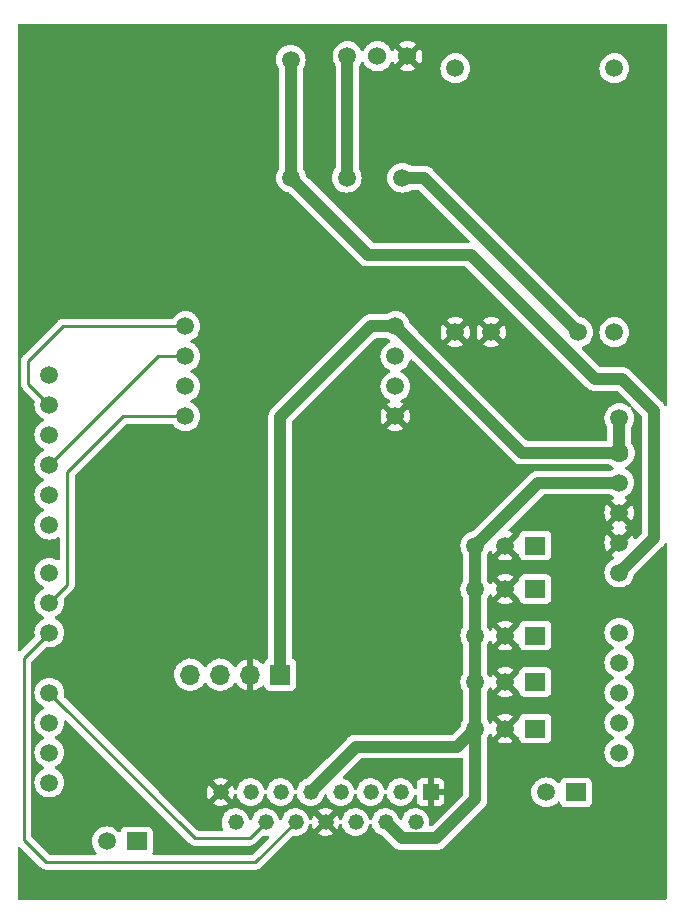
<source format=gbr>
%TF.GenerationSoftware,KiCad,Pcbnew,(6.0.1)*%
%TF.CreationDate,2022-03-27T10:41:34+03:00*%
%TF.ProjectId,shield MCU V2_gnd_layer,73686965-6c64-4204-9d43-552056325f67,rev?*%
%TF.SameCoordinates,Original*%
%TF.FileFunction,Copper,L1,Top*%
%TF.FilePolarity,Positive*%
%FSLAX46Y46*%
G04 Gerber Fmt 4.6, Leading zero omitted, Abs format (unit mm)*
G04 Created by KiCad (PCBNEW (6.0.1)) date 2022-03-27 10:41:34*
%MOMM*%
%LPD*%
G01*
G04 APERTURE LIST*
%TA.AperFunction,ComponentPad*%
%ADD10R,1.700000X1.500000*%
%TD*%
%TA.AperFunction,ComponentPad*%
%ADD11C,1.500000*%
%TD*%
%TA.AperFunction,ComponentPad*%
%ADD12R,1.700000X1.700000*%
%TD*%
%TA.AperFunction,ComponentPad*%
%ADD13O,1.700000X1.700000*%
%TD*%
%TA.AperFunction,ComponentPad*%
%ADD14C,1.524000*%
%TD*%
%TA.AperFunction,ComponentPad*%
%ADD15R,1.320800X1.320800*%
%TD*%
%TA.AperFunction,ComponentPad*%
%ADD16C,1.320800*%
%TD*%
%TA.AperFunction,ComponentPad*%
%ADD17C,1.600000*%
%TD*%
%TA.AperFunction,Conductor*%
%ADD18C,1.000000*%
%TD*%
%TA.AperFunction,Conductor*%
%ADD19C,0.250000*%
%TD*%
G04 APERTURE END LIST*
D10*
%TO.P,J2,1,P1*%
%TO.N,Net-(J3-Pad1)*%
X147320000Y-122174000D03*
D11*
%TO.P,J2,2,P2*%
%TO.N,GND*%
X144780000Y-122174000D03*
%TO.P,J2,3,P3*%
%TO.N,/5V*%
X142240000Y-122174000D03*
%TD*%
D10*
%TO.P,PoL1,1,P1*%
%TO.N,Net-(H1-Pad14)*%
X113562050Y-135666000D03*
D11*
%TO.P,PoL1,2,P2*%
%TO.N,Net-(H1-Pad13)*%
X111022050Y-135666000D03*
%TD*%
%TO.P,U3,8,GND*%
%TO.N,GND*%
X135477000Y-99663000D03*
%TO.P,U3,7,SDA*%
%TO.N,Net-(U3-Pad7)*%
X135477000Y-97123000D03*
%TO.P,U3,6,SCL*%
%TO.N,Net-(U3-Pad6)*%
X135477000Y-94583000D03*
%TO.P,U3,5,VCC*%
%TO.N,/3.3V*%
X135477000Y-92043000D03*
%TO.P,U3,4,INT*%
%TO.N,Net-(U3-Pad4)*%
X117697000Y-99663000D03*
%TO.P,U3,3,DR*%
%TO.N,unconnected-(U3-Pad3)*%
X117697000Y-97123000D03*
%TO.P,U3,2,CS*%
%TO.N,Net-(U3-Pad2)*%
X117697000Y-94583000D03*
%TO.P,U3,1,SDO*%
%TO.N,Net-(U3-Pad1)*%
X117697000Y-92043000D03*
%TD*%
%TO.P,TP1,1,1*%
%TO.N,/Vin*%
X126619000Y-69469000D03*
%TD*%
D12*
%TO.P,Bt1,1,P1*%
%TO.N,/3.3V*%
X125730000Y-121539000D03*
D13*
%TO.P,Bt1,2,P2*%
%TO.N,GND*%
X123190000Y-121539000D03*
%TO.P,Bt1,3,P3*%
%TO.N,Net-(Bt1-Pad3)*%
X120650000Y-121539000D03*
%TO.P,Bt1,4,P4*%
%TO.N,Net-(Bt1-Pad4)*%
X118110000Y-121539000D03*
%TD*%
D11*
%TO.P,SW1,3,C*%
%TO.N,/chrg+*%
X136049000Y-79470000D03*
%TO.P,SW1,2,B*%
%TO.N,/Batt+*%
X131350000Y-79470000D03*
%TO.P,SW1,1,A*%
%TO.N,/Vin*%
X126651000Y-79470000D03*
%TD*%
D10*
%TO.P,J3,1,P1*%
%TO.N,Net-(J2-Pad1)*%
X147320000Y-118237000D03*
D11*
%TO.P,J3,2,P2*%
%TO.N,GND*%
X144780000Y-118237000D03*
%TO.P,J3,3,P3*%
%TO.N,/5V*%
X142240000Y-118237000D03*
%TD*%
D10*
%TO.P,J4,1,P1*%
%TO.N,Net-(J1-Pad1)*%
X147320000Y-114300000D03*
D11*
%TO.P,J4,2,P2*%
%TO.N,GND*%
X144780000Y-114300000D03*
%TO.P,J4,3,P3*%
%TO.N,/5V*%
X142240000Y-114300000D03*
%TD*%
D10*
%TO.P,J5,1,P1*%
%TO.N,Net-(U4-Pad114)*%
X147320000Y-110617000D03*
D11*
%TO.P,J5,2,P2*%
%TO.N,GND*%
X144780000Y-110617000D03*
%TO.P,J5,3,P3*%
%TO.N,/5V*%
X142240000Y-110617000D03*
%TD*%
%TO.P,U1,6,in+*%
%TO.N,unconnected-(U1-Pad6)*%
X154019000Y-70199000D03*
%TO.P,U1,5,in-*%
%TO.N,unconnected-(U1-Pad5)*%
X140557000Y-70199000D03*
%TO.P,U1,4,out+*%
%TO.N,unconnected-(U1-Pad4)*%
X154019000Y-92551000D03*
%TO.P,U1,3,bat+*%
%TO.N,/chrg+*%
X150971000Y-92551000D03*
%TO.P,U1,2,bat-*%
%TO.N,GND*%
X143605000Y-92551000D03*
%TO.P,U1,1,out-*%
X140557000Y-92551000D03*
%TD*%
%TO.P,TP2,1,1*%
%TO.N,/3.3V*%
X154432000Y-99822000D03*
%TD*%
D10*
%TO.P,PoR1,1,P1*%
%TO.N,Net-(H1-Pad3)*%
X150773050Y-131515000D03*
D11*
%TO.P,PoR1,2,P2*%
%TO.N,Net-(H1-Pad2)*%
X148233050Y-131515000D03*
%TD*%
%TO.P,J6,3,Pin_3*%
%TO.N,/Batt+*%
X131413500Y-69183000D03*
D14*
%TO.P,J6,2,Pin_2*%
%TO.N,unconnected-(J6-Pad2)*%
X133953500Y-69183000D03*
%TO.P,J6,1,Pin_1*%
%TO.N,GND*%
X136493500Y-69183000D03*
%TD*%
D15*
%TO.P,H1,1,Current_Sensing_A*%
%TO.N,GND*%
X138449050Y-131483100D03*
D16*
%TO.P,H1,2,OUT1*%
%TO.N,Net-(H1-Pad2)*%
X137179050Y-134023100D03*
%TO.P,H1,3,OUT2*%
%TO.N,Net-(H1-Pad3)*%
X135909050Y-131483100D03*
%TO.P,H1,4,VS*%
%TO.N,/5V*%
X134639050Y-134023100D03*
%TO.P,H1,5,IN1*%
%TO.N,Net-(H1-Pad5)*%
X133369050Y-131483100D03*
%TO.P,H1,6,ENA_A*%
%TO.N,Net-(H1-Pad6)*%
X132099050Y-134023100D03*
%TO.P,H1,7,IN2*%
%TO.N,Net-(H1-Pad7)*%
X130829050Y-131483100D03*
%TO.P,H1,8,GND*%
%TO.N,GND*%
X129559050Y-134023100D03*
%TO.P,H1,9,VSS*%
%TO.N,/5V*%
X128289050Y-131483100D03*
%TO.P,H1,10,IN3*%
%TO.N,Net-(H1-Pad10)*%
X127019050Y-134023100D03*
%TO.P,H1,11,ENA_B*%
%TO.N,Net-(H1-Pad11)*%
X125749050Y-131483100D03*
%TO.P,H1,12,IN4*%
%TO.N,Net-(H1-Pad12)*%
X124479050Y-134023100D03*
%TO.P,H1,13,OUT3*%
%TO.N,Net-(H1-Pad13)*%
X123209050Y-131483100D03*
%TO.P,H1,14,OUT4*%
%TO.N,Net-(H1-Pad14)*%
X121939050Y-134023100D03*
%TO.P,H1,15,Current_Sensing_B*%
%TO.N,GND*%
X120669050Y-131483100D03*
%TD*%
D17*
%TO.P,U4,16,+3V3*%
%TO.N,/3.3V*%
X154432000Y-102746000D03*
D11*
%TO.P,U4,18,+5V*%
%TO.N,/5V*%
X154432000Y-105286000D03*
%TO.P,U4,24,VIN*%
%TO.N,/Vin*%
X154432000Y-112906000D03*
%TO.P,U4,37,PC3*%
%TO.N,Net-(J2-Pad1)*%
X154432000Y-123066000D03*
%TO.P,U4,38,PC0*%
%TO.N,Net-(J1-Pad1)*%
X154432000Y-120526000D03*
%TO.P,U4,63,PG9*%
%TO.N,Net-(Bt1-Pad3)*%
X106172000Y-130686000D03*
%TO.P,U4,83,PA5*%
%TO.N,Net-(U3-Pad6)*%
X106172000Y-96146000D03*
%TO.P,U4,85,PA6*%
%TO.N,Net-(U3-Pad1)*%
X106172000Y-98686000D03*
%TO.P,U4,87,ETH_CRS_DV/PA7*%
%TO.N,Net-(U3-Pad7)*%
X106172000Y-101226000D03*
%TO.P,U4,108,PF5*%
%TO.N,Net-(J4-Pad1)*%
X154432000Y-128146000D03*
%TO.P,U4,114,PF10*%
%TO.N,Net-(U4-Pad114)*%
X154432000Y-117986000D03*
%TO.P,U4,118,PD14*%
%TO.N,Net-(U3-Pad2)*%
X106172000Y-103766000D03*
%TO.P,U4,120,PD15*%
%TO.N,Net-(H1-Pad7)*%
X106172000Y-106306000D03*
%TO.P,U4,124,PE9*%
%TO.N,Net-(U3-Pad4)*%
X106172000Y-115446000D03*
%TO.P,U4,127,PE13*%
%TO.N,Net-(H1-Pad12)*%
X106172000Y-123066000D03*
%TO.P,U4,128,PE11*%
%TO.N,Net-(H1-Pad10)*%
X106172000Y-117986000D03*
%TO.P,U4,129,PF13*%
%TO.N,Net-(H1-Pad11)*%
X106172000Y-112906000D03*
%TO.P,U4,130,PF3*%
%TO.N,Net-(J3-Pad1)*%
X154432000Y-125606000D03*
%TO.P,U4,131,PF12*%
%TO.N,Net-(H1-Pad5)*%
X106172000Y-108846000D03*
%TO.P,U4,132,PF15*%
%TO.N,Net-(H1-Pad6)*%
X106172000Y-125606000D03*
%TO.P,U4,133,PG14*%
%TO.N,Net-(Bt1-Pad4)*%
X106172000Y-128146000D03*
%TO.P,U4,143,GND*%
%TO.N,GND*%
X154432000Y-107826000D03*
%TO.P,U4,144,GND*%
X154432000Y-110366000D03*
%TD*%
D10*
%TO.P,J1,1,P1*%
%TO.N,Net-(J4-Pad1)*%
X147320000Y-126111000D03*
D11*
%TO.P,J1,2,P2*%
%TO.N,GND*%
X144780000Y-126111000D03*
%TO.P,J1,3,P3*%
%TO.N,/5V*%
X142240000Y-126111000D03*
%TD*%
D18*
%TO.N,/3.3V*%
X125730000Y-99695000D02*
X125730000Y-121539000D01*
X133382000Y-92043000D02*
X125730000Y-99695000D01*
X146180000Y-102746000D02*
X154432000Y-102746000D01*
X135477000Y-92043000D02*
X133382000Y-92043000D01*
X135477000Y-92043000D02*
X146180000Y-102746000D01*
X154432000Y-102746000D02*
X154432000Y-99822000D01*
D19*
%TO.N,Net-(U3-Pad2)*%
X115983000Y-94583000D02*
X115348000Y-94583000D01*
X106172000Y-103766000D02*
X115355000Y-94583000D01*
X115355000Y-94583000D02*
X115983000Y-94583000D01*
X117697000Y-94583000D02*
X115983000Y-94583000D01*
%TO.N,Net-(U3-Pad4)*%
X107696000Y-113922000D02*
X106172000Y-115446000D01*
X117697000Y-99663000D02*
X112427000Y-99663000D01*
X107696000Y-104394000D02*
X107696000Y-113922000D01*
X112427000Y-99663000D02*
X107696000Y-104394000D01*
D18*
%TO.N,/5V*%
X142240000Y-122174000D02*
X142240000Y-126111000D01*
X142240000Y-114300000D02*
X142240000Y-118237000D01*
X135998961Y-135383011D02*
X138936989Y-135383011D01*
X142240000Y-118237000D02*
X142240000Y-122174000D01*
X132137150Y-127635000D02*
X140716000Y-127635000D01*
X138936989Y-135383011D02*
X142240000Y-132080000D01*
X128289050Y-131483100D02*
X132137150Y-127635000D01*
X142240000Y-132080000D02*
X142240000Y-126111000D01*
X154432000Y-105286000D02*
X147571000Y-105286000D01*
X134639050Y-134023100D02*
X135998961Y-135383011D01*
X147571000Y-105286000D02*
X142240000Y-110617000D01*
X142240000Y-110617000D02*
X142240000Y-114300000D01*
X140716000Y-127635000D02*
X142240000Y-126111000D01*
%TO.N,/Vin*%
X154686000Y-96520000D02*
X157353000Y-99187000D01*
X126651000Y-69374000D02*
X126651000Y-79470000D01*
X126651000Y-79470000D02*
X133160000Y-85979000D01*
X141859000Y-85979000D02*
X152400000Y-96520000D01*
X152400000Y-96520000D02*
X154686000Y-96520000D01*
X157353000Y-109985000D02*
X154432000Y-112906000D01*
X157353000Y-99187000D02*
X157353000Y-109985000D01*
X133160000Y-85979000D02*
X141859000Y-85979000D01*
%TO.N,/chrg+*%
X137890000Y-79470000D02*
X150971000Y-92551000D01*
X136049000Y-79470000D02*
X137890000Y-79470000D01*
%TO.N,/Batt+*%
X131413500Y-69183000D02*
X131413500Y-79406500D01*
D19*
%TO.N,Net-(U3-Pad1)*%
X117697000Y-92043000D02*
X107347000Y-92043000D01*
X104394000Y-94996000D02*
X104394000Y-96908000D01*
X104394000Y-96908000D02*
X106172000Y-98686000D01*
X107347000Y-92043000D02*
X104394000Y-94996000D01*
%TO.N,Net-(H1-Pad12)*%
X118491000Y-135385000D02*
X106172000Y-123066000D01*
X118491000Y-135385000D02*
X123117150Y-135385000D01*
X123117150Y-135385000D02*
X123155075Y-135347075D01*
X124479050Y-134023100D02*
X123155075Y-135347075D01*
%TO.N,Net-(H1-Pad10)*%
X104013000Y-135509000D02*
X104013000Y-120145000D01*
X127019050Y-134023100D02*
X123628150Y-137414000D01*
X104013000Y-120145000D02*
X106172000Y-117986000D01*
X123628150Y-137414000D02*
X105918000Y-137414000D01*
X105918000Y-137414000D02*
X104013000Y-135509000D01*
%TD*%
%TA.AperFunction,Conductor*%
%TO.N,GND*%
G36*
X158438121Y-66441002D02*
G01*
X158484614Y-66494658D01*
X158496000Y-66547000D01*
X158496000Y-98683059D01*
X158475998Y-98751180D01*
X158422342Y-98797673D01*
X158352068Y-98807777D01*
X158287488Y-98778283D01*
X158258747Y-98742210D01*
X158249926Y-98725618D01*
X158246268Y-98718739D01*
X158245657Y-98717574D01*
X158205729Y-98640547D01*
X158202892Y-98635074D01*
X158199569Y-98630911D01*
X158197066Y-98626204D01*
X158185390Y-98611887D01*
X158138261Y-98554102D01*
X158137433Y-98553075D01*
X158108469Y-98516792D01*
X158108464Y-98516787D01*
X158106262Y-98514028D01*
X158103761Y-98511527D01*
X158103119Y-98510809D01*
X158099406Y-98506461D01*
X158091642Y-98496941D01*
X158072065Y-98472938D01*
X158067323Y-98469015D01*
X158067321Y-98469013D01*
X158036727Y-98443703D01*
X158027947Y-98435713D01*
X155442855Y-95850621D01*
X155433753Y-95840478D01*
X155413897Y-95815782D01*
X155410032Y-95810975D01*
X155371578Y-95778708D01*
X155367931Y-95775528D01*
X155366119Y-95773885D01*
X155363925Y-95771691D01*
X155330651Y-95744358D01*
X155329853Y-95743696D01*
X155258526Y-95683846D01*
X155253856Y-95681278D01*
X155249739Y-95677897D01*
X155167914Y-95634023D01*
X155166755Y-95633394D01*
X155090619Y-95591538D01*
X155090611Y-95591535D01*
X155085213Y-95588567D01*
X155080131Y-95586955D01*
X155075437Y-95584438D01*
X154986469Y-95557238D01*
X154985441Y-95556918D01*
X154896694Y-95528765D01*
X154891398Y-95528171D01*
X154886302Y-95526613D01*
X154793743Y-95517210D01*
X154792607Y-95517089D01*
X154758992Y-95513319D01*
X154746270Y-95511892D01*
X154746266Y-95511892D01*
X154742773Y-95511500D01*
X154739246Y-95511500D01*
X154738261Y-95511445D01*
X154732581Y-95510998D01*
X154703175Y-95508011D01*
X154695663Y-95507248D01*
X154695661Y-95507248D01*
X154689538Y-95506626D01*
X154647259Y-95510623D01*
X154643891Y-95510941D01*
X154632033Y-95511500D01*
X152869925Y-95511500D01*
X152801804Y-95491498D01*
X152780830Y-95474595D01*
X152028433Y-94722198D01*
X151274479Y-93968245D01*
X151240454Y-93905933D01*
X151245518Y-93835118D01*
X151288065Y-93778282D01*
X151330963Y-93757443D01*
X151397762Y-93739544D01*
X151397765Y-93739543D01*
X151403076Y-93738120D01*
X151602654Y-93645056D01*
X151783038Y-93518749D01*
X151938749Y-93363038D01*
X151973087Y-93313999D01*
X152061899Y-93187162D01*
X152061900Y-93187160D01*
X152065056Y-93182653D01*
X152067379Y-93177671D01*
X152067382Y-93177666D01*
X152155795Y-92988061D01*
X152158120Y-92983076D01*
X152215115Y-92770371D01*
X152234307Y-92551000D01*
X152755693Y-92551000D01*
X152774885Y-92770371D01*
X152831880Y-92983076D01*
X152834205Y-92988061D01*
X152922618Y-93177666D01*
X152922621Y-93177671D01*
X152924944Y-93182653D01*
X152928100Y-93187160D01*
X152928101Y-93187162D01*
X153016914Y-93313999D01*
X153051251Y-93363038D01*
X153206962Y-93518749D01*
X153387346Y-93645056D01*
X153586924Y-93738120D01*
X153799629Y-93795115D01*
X154019000Y-93814307D01*
X154238371Y-93795115D01*
X154451076Y-93738120D01*
X154650654Y-93645056D01*
X154831038Y-93518749D01*
X154986749Y-93363038D01*
X155021087Y-93313999D01*
X155109899Y-93187162D01*
X155109900Y-93187160D01*
X155113056Y-93182653D01*
X155115379Y-93177671D01*
X155115382Y-93177666D01*
X155203795Y-92988061D01*
X155206120Y-92983076D01*
X155263115Y-92770371D01*
X155282307Y-92551000D01*
X155263115Y-92331629D01*
X155206120Y-92118924D01*
X155115498Y-91924583D01*
X155115382Y-91924334D01*
X155115379Y-91924329D01*
X155113056Y-91919347D01*
X155081786Y-91874689D01*
X154989908Y-91743473D01*
X154989906Y-91743470D01*
X154986749Y-91738962D01*
X154831038Y-91583251D01*
X154805859Y-91565620D01*
X154713342Y-91500839D01*
X154650654Y-91456944D01*
X154451076Y-91363880D01*
X154238371Y-91306885D01*
X154019000Y-91287693D01*
X153799629Y-91306885D01*
X153586924Y-91363880D01*
X153577999Y-91368042D01*
X153392334Y-91454618D01*
X153392329Y-91454621D01*
X153387347Y-91456944D01*
X153382840Y-91460100D01*
X153382838Y-91460101D01*
X153211473Y-91580092D01*
X153211470Y-91580094D01*
X153206962Y-91583251D01*
X153051251Y-91738962D01*
X153048094Y-91743470D01*
X153048092Y-91743473D01*
X152956214Y-91874689D01*
X152924944Y-91919347D01*
X152922621Y-91924329D01*
X152922618Y-91924334D01*
X152922502Y-91924583D01*
X152831880Y-92118924D01*
X152774885Y-92331629D01*
X152755693Y-92551000D01*
X152234307Y-92551000D01*
X152215115Y-92331629D01*
X152158120Y-92118924D01*
X152067498Y-91924583D01*
X152067382Y-91924334D01*
X152067379Y-91924329D01*
X152065056Y-91919347D01*
X152033786Y-91874689D01*
X151941908Y-91743473D01*
X151941906Y-91743470D01*
X151938749Y-91738962D01*
X151783038Y-91583251D01*
X151757859Y-91565620D01*
X151665342Y-91500839D01*
X151602654Y-91456944D01*
X151403076Y-91363880D01*
X151190371Y-91306885D01*
X151184895Y-91306406D01*
X151184862Y-91306400D01*
X151117643Y-91271409D01*
X138646855Y-78800621D01*
X138637753Y-78790478D01*
X138617897Y-78765782D01*
X138614032Y-78760975D01*
X138575578Y-78728708D01*
X138571931Y-78725528D01*
X138570119Y-78723885D01*
X138567925Y-78721691D01*
X138534651Y-78694358D01*
X138533853Y-78693696D01*
X138462526Y-78633846D01*
X138457856Y-78631278D01*
X138453739Y-78627897D01*
X138371914Y-78584023D01*
X138370755Y-78583394D01*
X138294619Y-78541538D01*
X138294611Y-78541535D01*
X138289213Y-78538567D01*
X138284131Y-78536955D01*
X138279437Y-78534438D01*
X138190469Y-78507238D01*
X138189441Y-78506918D01*
X138100694Y-78478765D01*
X138095398Y-78478171D01*
X138090302Y-78476613D01*
X137997743Y-78467210D01*
X137996607Y-78467089D01*
X137962992Y-78463319D01*
X137950270Y-78461892D01*
X137950266Y-78461892D01*
X137946773Y-78461500D01*
X137943246Y-78461500D01*
X137942261Y-78461445D01*
X137936581Y-78460998D01*
X137907175Y-78458011D01*
X137899663Y-78457248D01*
X137899661Y-78457248D01*
X137893538Y-78456626D01*
X137851259Y-78460623D01*
X137847891Y-78460941D01*
X137836033Y-78461500D01*
X136842568Y-78461500D01*
X136770297Y-78438713D01*
X136765218Y-78435156D01*
X136680654Y-78375944D01*
X136481076Y-78282880D01*
X136268371Y-78225885D01*
X136049000Y-78206693D01*
X135829629Y-78225885D01*
X135616924Y-78282880D01*
X135523562Y-78326415D01*
X135422334Y-78373618D01*
X135422329Y-78373621D01*
X135417347Y-78375944D01*
X135412840Y-78379100D01*
X135412838Y-78379101D01*
X135241473Y-78499092D01*
X135241470Y-78499094D01*
X135236962Y-78502251D01*
X135081251Y-78657962D01*
X135078094Y-78662470D01*
X135078092Y-78662473D01*
X134981360Y-78800621D01*
X134954944Y-78838347D01*
X134952621Y-78843328D01*
X134952618Y-78843334D01*
X134905415Y-78944562D01*
X134861880Y-79037924D01*
X134804885Y-79250629D01*
X134785693Y-79470000D01*
X134804885Y-79689371D01*
X134861880Y-79902076D01*
X134864205Y-79907061D01*
X134952618Y-80096666D01*
X134952621Y-80096671D01*
X134954944Y-80101653D01*
X135081251Y-80282038D01*
X135236962Y-80437749D01*
X135417346Y-80564056D01*
X135616924Y-80657120D01*
X135829629Y-80714115D01*
X136049000Y-80733307D01*
X136268371Y-80714115D01*
X136481076Y-80657120D01*
X136680654Y-80564056D01*
X136770297Y-80501287D01*
X136842568Y-80478500D01*
X137420075Y-80478500D01*
X137488196Y-80498502D01*
X137509170Y-80515405D01*
X141749170Y-84755405D01*
X141783196Y-84817717D01*
X141778131Y-84888532D01*
X141735584Y-84945368D01*
X141669064Y-84970179D01*
X141660075Y-84970500D01*
X133629925Y-84970500D01*
X133561804Y-84950498D01*
X133540830Y-84933595D01*
X128077234Y-79470000D01*
X130086693Y-79470000D01*
X130105885Y-79689371D01*
X130162880Y-79902076D01*
X130165205Y-79907061D01*
X130253618Y-80096666D01*
X130253621Y-80096671D01*
X130255944Y-80101653D01*
X130382251Y-80282038D01*
X130537962Y-80437749D01*
X130718346Y-80564056D01*
X130917924Y-80657120D01*
X131130629Y-80714115D01*
X131350000Y-80733307D01*
X131569371Y-80714115D01*
X131782076Y-80657120D01*
X131981654Y-80564056D01*
X132162038Y-80437749D01*
X132317749Y-80282038D01*
X132444056Y-80101653D01*
X132446379Y-80096671D01*
X132446382Y-80096666D01*
X132534795Y-79907061D01*
X132537120Y-79902076D01*
X132594115Y-79689371D01*
X132613307Y-79470000D01*
X132594115Y-79250629D01*
X132537120Y-79037924D01*
X132444056Y-78838347D01*
X132440899Y-78833838D01*
X132438881Y-78830343D01*
X132422000Y-78767342D01*
X132422000Y-69976567D01*
X132444787Y-69904297D01*
X132500181Y-69825185D01*
X132507556Y-69814653D01*
X132527336Y-69772235D01*
X132562685Y-69696429D01*
X132609602Y-69643144D01*
X132677880Y-69623683D01*
X132745840Y-69644225D01*
X132791074Y-69696428D01*
X132797419Y-69710035D01*
X132846686Y-69815689D01*
X132846689Y-69815694D01*
X132849012Y-69820676D01*
X132852168Y-69825183D01*
X132852169Y-69825185D01*
X132960312Y-69979629D01*
X132976523Y-70002781D01*
X133133719Y-70159977D01*
X133138227Y-70163134D01*
X133138230Y-70163136D01*
X133213995Y-70216187D01*
X133315823Y-70287488D01*
X133320805Y-70289811D01*
X133320810Y-70289814D01*
X133511310Y-70378645D01*
X133517304Y-70381440D01*
X133522612Y-70382862D01*
X133522614Y-70382863D01*
X133588449Y-70400503D01*
X133732037Y-70438978D01*
X133953500Y-70458353D01*
X134174963Y-70438978D01*
X134318551Y-70400503D01*
X134384386Y-70382863D01*
X134384388Y-70382862D01*
X134389696Y-70381440D01*
X134395690Y-70378645D01*
X134586190Y-70289814D01*
X134586195Y-70289811D01*
X134591177Y-70287488D01*
X134656459Y-70241777D01*
X135799277Y-70241777D01*
X135808574Y-70253793D01*
X135851569Y-70283898D01*
X135861055Y-70289376D01*
X136052493Y-70378645D01*
X136062785Y-70382391D01*
X136266809Y-70437059D01*
X136277604Y-70438962D01*
X136488025Y-70457372D01*
X136498975Y-70457372D01*
X136709396Y-70438962D01*
X136720191Y-70437059D01*
X136924215Y-70382391D01*
X136934507Y-70378645D01*
X137125945Y-70289376D01*
X137135431Y-70283898D01*
X137179264Y-70253207D01*
X137187639Y-70242729D01*
X137180571Y-70229281D01*
X137150290Y-70199000D01*
X139293693Y-70199000D01*
X139312885Y-70418371D01*
X139369880Y-70631076D01*
X139372205Y-70636061D01*
X139460618Y-70825666D01*
X139460621Y-70825671D01*
X139462944Y-70830653D01*
X139589251Y-71011038D01*
X139744962Y-71166749D01*
X139925346Y-71293056D01*
X140124924Y-71386120D01*
X140337629Y-71443115D01*
X140557000Y-71462307D01*
X140776371Y-71443115D01*
X140989076Y-71386120D01*
X141188654Y-71293056D01*
X141369038Y-71166749D01*
X141524749Y-71011038D01*
X141651056Y-70830653D01*
X141653379Y-70825671D01*
X141653382Y-70825666D01*
X141741795Y-70636061D01*
X141744120Y-70631076D01*
X141801115Y-70418371D01*
X141820307Y-70199000D01*
X152755693Y-70199000D01*
X152774885Y-70418371D01*
X152831880Y-70631076D01*
X152834205Y-70636061D01*
X152922618Y-70825666D01*
X152922621Y-70825671D01*
X152924944Y-70830653D01*
X153051251Y-71011038D01*
X153206962Y-71166749D01*
X153387346Y-71293056D01*
X153586924Y-71386120D01*
X153799629Y-71443115D01*
X154019000Y-71462307D01*
X154238371Y-71443115D01*
X154451076Y-71386120D01*
X154650654Y-71293056D01*
X154831038Y-71166749D01*
X154986749Y-71011038D01*
X155113056Y-70830653D01*
X155115379Y-70825671D01*
X155115382Y-70825666D01*
X155203795Y-70636061D01*
X155206120Y-70631076D01*
X155263115Y-70418371D01*
X155282307Y-70199000D01*
X155263115Y-69979629D01*
X155206120Y-69766924D01*
X155148401Y-69643144D01*
X155115382Y-69572334D01*
X155115379Y-69572329D01*
X155113056Y-69567347D01*
X155102163Y-69551790D01*
X154989908Y-69391473D01*
X154989906Y-69391470D01*
X154986749Y-69386962D01*
X154831038Y-69231251D01*
X154775811Y-69192580D01*
X154748447Y-69173420D01*
X154650654Y-69104944D01*
X154451076Y-69011880D01*
X154238371Y-68954885D01*
X154019000Y-68935693D01*
X153799629Y-68954885D01*
X153586924Y-69011880D01*
X153493562Y-69055415D01*
X153392334Y-69102618D01*
X153392329Y-69102621D01*
X153387347Y-69104944D01*
X153382840Y-69108100D01*
X153382838Y-69108101D01*
X153211473Y-69228092D01*
X153211470Y-69228094D01*
X153206962Y-69231251D01*
X153051251Y-69386962D01*
X153048094Y-69391470D01*
X153048092Y-69391473D01*
X152935837Y-69551790D01*
X152924944Y-69567347D01*
X152922621Y-69572329D01*
X152922618Y-69572334D01*
X152889599Y-69643144D01*
X152831880Y-69766924D01*
X152774885Y-69979629D01*
X152755693Y-70199000D01*
X141820307Y-70199000D01*
X141801115Y-69979629D01*
X141744120Y-69766924D01*
X141686401Y-69643144D01*
X141653382Y-69572334D01*
X141653379Y-69572329D01*
X141651056Y-69567347D01*
X141640163Y-69551790D01*
X141527908Y-69391473D01*
X141527906Y-69391470D01*
X141524749Y-69386962D01*
X141369038Y-69231251D01*
X141313811Y-69192580D01*
X141286447Y-69173420D01*
X141188654Y-69104944D01*
X140989076Y-69011880D01*
X140776371Y-68954885D01*
X140557000Y-68935693D01*
X140337629Y-68954885D01*
X140124924Y-69011880D01*
X140031562Y-69055415D01*
X139930334Y-69102618D01*
X139930329Y-69102621D01*
X139925347Y-69104944D01*
X139920840Y-69108100D01*
X139920838Y-69108101D01*
X139749473Y-69228092D01*
X139749470Y-69228094D01*
X139744962Y-69231251D01*
X139589251Y-69386962D01*
X139586094Y-69391470D01*
X139586092Y-69391473D01*
X139473837Y-69551790D01*
X139462944Y-69567347D01*
X139460621Y-69572329D01*
X139460618Y-69572334D01*
X139427599Y-69643144D01*
X139369880Y-69766924D01*
X139312885Y-69979629D01*
X139293693Y-70199000D01*
X137150290Y-70199000D01*
X136506312Y-69555022D01*
X136492368Y-69547408D01*
X136490535Y-69547539D01*
X136483920Y-69551790D01*
X135805707Y-70230003D01*
X135799277Y-70241777D01*
X134656459Y-70241777D01*
X134693005Y-70216187D01*
X134768770Y-70163136D01*
X134768773Y-70163134D01*
X134773281Y-70159977D01*
X134930477Y-70002781D01*
X134946689Y-69979629D01*
X135054831Y-69825185D01*
X135054832Y-69825183D01*
X135057988Y-69820676D01*
X135060311Y-69815694D01*
X135060314Y-69815689D01*
X135109581Y-69710035D01*
X135156499Y-69656750D01*
X135224776Y-69637289D01*
X135292736Y-69657831D01*
X135337971Y-69710035D01*
X135387123Y-69815441D01*
X135392603Y-69824932D01*
X135423294Y-69868765D01*
X135433771Y-69877140D01*
X135447218Y-69870072D01*
X136121478Y-69195812D01*
X136127856Y-69184132D01*
X136857908Y-69184132D01*
X136858039Y-69185965D01*
X136862290Y-69192580D01*
X137540503Y-69870793D01*
X137552277Y-69877223D01*
X137564293Y-69867926D01*
X137594397Y-69824932D01*
X137599877Y-69815441D01*
X137689145Y-69624007D01*
X137692891Y-69613715D01*
X137747559Y-69409691D01*
X137749462Y-69398896D01*
X137767872Y-69188475D01*
X137767872Y-69177525D01*
X137749462Y-68967104D01*
X137747559Y-68956309D01*
X137692891Y-68752285D01*
X137689145Y-68741993D01*
X137599877Y-68550559D01*
X137594397Y-68541068D01*
X137563706Y-68497235D01*
X137553229Y-68488860D01*
X137539782Y-68495928D01*
X136865522Y-69170188D01*
X136857908Y-69184132D01*
X136127856Y-69184132D01*
X136129092Y-69181868D01*
X136128961Y-69180035D01*
X136124710Y-69173420D01*
X135446497Y-68495207D01*
X135434723Y-68488777D01*
X135422707Y-68498074D01*
X135392603Y-68541068D01*
X135387123Y-68550559D01*
X135337971Y-68655965D01*
X135291053Y-68709250D01*
X135222776Y-68728711D01*
X135154816Y-68708169D01*
X135109581Y-68655965D01*
X135060314Y-68550311D01*
X135060311Y-68550306D01*
X135057988Y-68545324D01*
X135024916Y-68498092D01*
X134933636Y-68367730D01*
X134933634Y-68367727D01*
X134930477Y-68363219D01*
X134773281Y-68206023D01*
X134768773Y-68202866D01*
X134768770Y-68202864D01*
X134693005Y-68149813D01*
X134655099Y-68123271D01*
X135799360Y-68123271D01*
X135806428Y-68136718D01*
X136480688Y-68810978D01*
X136494632Y-68818592D01*
X136496465Y-68818461D01*
X136503080Y-68814210D01*
X137181293Y-68135997D01*
X137187723Y-68124223D01*
X137178426Y-68112207D01*
X137135431Y-68082102D01*
X137125945Y-68076624D01*
X136934507Y-67987355D01*
X136924215Y-67983609D01*
X136720191Y-67928941D01*
X136709396Y-67927038D01*
X136498975Y-67908628D01*
X136488025Y-67908628D01*
X136277604Y-67927038D01*
X136266809Y-67928941D01*
X136062785Y-67983609D01*
X136052493Y-67987355D01*
X135861059Y-68076623D01*
X135851568Y-68082103D01*
X135807735Y-68112794D01*
X135799360Y-68123271D01*
X134655099Y-68123271D01*
X134591177Y-68078512D01*
X134586195Y-68076189D01*
X134586190Y-68076186D01*
X134394678Y-67986883D01*
X134394677Y-67986882D01*
X134389696Y-67984560D01*
X134384388Y-67983138D01*
X134384386Y-67983137D01*
X134318551Y-67965497D01*
X134174963Y-67927022D01*
X133953500Y-67907647D01*
X133732037Y-67927022D01*
X133588449Y-67965497D01*
X133522614Y-67983137D01*
X133522612Y-67983138D01*
X133517304Y-67984560D01*
X133512323Y-67986882D01*
X133512322Y-67986883D01*
X133320811Y-68076186D01*
X133320806Y-68076189D01*
X133315824Y-68078512D01*
X133311317Y-68081668D01*
X133311315Y-68081669D01*
X133138230Y-68202864D01*
X133138227Y-68202866D01*
X133133719Y-68206023D01*
X132976523Y-68363219D01*
X132973366Y-68367727D01*
X132973364Y-68367730D01*
X132882084Y-68498092D01*
X132849012Y-68545324D01*
X132846689Y-68550306D01*
X132846686Y-68550311D01*
X132819345Y-68608945D01*
X132791074Y-68669572D01*
X132744158Y-68722856D01*
X132675881Y-68742317D01*
X132607921Y-68721775D01*
X132562685Y-68669571D01*
X132509882Y-68556334D01*
X132509879Y-68556329D01*
X132507556Y-68551347D01*
X132500359Y-68541068D01*
X132384408Y-68375473D01*
X132384406Y-68375470D01*
X132381249Y-68370962D01*
X132225538Y-68215251D01*
X132212360Y-68206023D01*
X132095537Y-68124223D01*
X132045154Y-68088944D01*
X131845576Y-67995880D01*
X131632871Y-67938885D01*
X131413500Y-67919693D01*
X131194129Y-67938885D01*
X130981424Y-67995880D01*
X130888062Y-68039415D01*
X130786834Y-68086618D01*
X130786829Y-68086621D01*
X130781847Y-68088944D01*
X130777340Y-68092100D01*
X130777338Y-68092101D01*
X130605973Y-68212092D01*
X130605970Y-68212094D01*
X130601462Y-68215251D01*
X130445751Y-68370962D01*
X130442594Y-68375470D01*
X130442592Y-68375473D01*
X130326641Y-68541068D01*
X130319444Y-68551347D01*
X130317121Y-68556329D01*
X130317118Y-68556334D01*
X130272012Y-68653065D01*
X130226380Y-68750924D01*
X130169385Y-68963629D01*
X130150193Y-69183000D01*
X130169385Y-69402371D01*
X130226380Y-69615076D01*
X130319444Y-69814653D01*
X130326819Y-69825185D01*
X130382213Y-69904297D01*
X130405000Y-69976567D01*
X130405000Y-78585745D01*
X130382213Y-78658016D01*
X130306755Y-78765782D01*
X130255944Y-78838347D01*
X130253621Y-78843328D01*
X130253618Y-78843334D01*
X130206415Y-78944562D01*
X130162880Y-79037924D01*
X130105885Y-79250629D01*
X130086693Y-79470000D01*
X128077234Y-79470000D01*
X127930591Y-79323357D01*
X127895600Y-79256138D01*
X127895594Y-79256103D01*
X127895115Y-79250629D01*
X127838120Y-79037924D01*
X127784064Y-78922001D01*
X127747379Y-78843328D01*
X127747377Y-78843325D01*
X127745056Y-78838347D01*
X127682287Y-78748703D01*
X127659500Y-78676433D01*
X127659500Y-70216867D01*
X127682287Y-70144597D01*
X127709896Y-70105167D01*
X127709899Y-70105161D01*
X127713056Y-70100653D01*
X127715379Y-70095671D01*
X127715382Y-70095666D01*
X127803795Y-69906061D01*
X127806120Y-69901076D01*
X127863115Y-69688371D01*
X127882307Y-69469000D01*
X127863115Y-69249629D01*
X127806120Y-69036924D01*
X127758915Y-68935693D01*
X127715382Y-68842334D01*
X127715379Y-68842329D01*
X127713056Y-68837347D01*
X127699832Y-68818461D01*
X127589908Y-68661473D01*
X127589906Y-68661470D01*
X127586749Y-68656962D01*
X127431038Y-68501251D01*
X127422407Y-68495207D01*
X127351759Y-68445739D01*
X127250654Y-68374944D01*
X127051076Y-68281880D01*
X126838371Y-68224885D01*
X126619000Y-68205693D01*
X126399629Y-68224885D01*
X126186924Y-68281880D01*
X126093562Y-68325415D01*
X125992334Y-68372618D01*
X125992329Y-68372621D01*
X125987347Y-68374944D01*
X125982840Y-68378100D01*
X125982838Y-68378101D01*
X125811473Y-68498092D01*
X125811470Y-68498094D01*
X125806962Y-68501251D01*
X125651251Y-68656962D01*
X125648094Y-68661470D01*
X125648092Y-68661473D01*
X125538168Y-68818461D01*
X125524944Y-68837347D01*
X125522621Y-68842329D01*
X125522618Y-68842334D01*
X125479085Y-68935693D01*
X125431880Y-69036924D01*
X125374885Y-69249629D01*
X125355693Y-69469000D01*
X125374885Y-69688371D01*
X125431880Y-69901076D01*
X125434205Y-69906061D01*
X125522618Y-70095666D01*
X125522621Y-70095671D01*
X125524944Y-70100653D01*
X125528100Y-70105160D01*
X125528101Y-70105162D01*
X125619713Y-70235997D01*
X125642500Y-70308268D01*
X125642500Y-78676433D01*
X125619713Y-78748703D01*
X125556944Y-78838347D01*
X125554623Y-78843325D01*
X125554621Y-78843328D01*
X125517936Y-78922001D01*
X125463880Y-79037924D01*
X125406885Y-79250629D01*
X125387693Y-79470000D01*
X125406885Y-79689371D01*
X125463880Y-79902076D01*
X125466205Y-79907061D01*
X125554618Y-80096666D01*
X125554621Y-80096671D01*
X125556944Y-80101653D01*
X125683251Y-80282038D01*
X125838962Y-80437749D01*
X126019346Y-80564056D01*
X126218924Y-80657120D01*
X126431629Y-80714115D01*
X126437103Y-80714594D01*
X126437138Y-80714600D01*
X126504357Y-80749591D01*
X132403145Y-86648379D01*
X132412247Y-86658522D01*
X132435968Y-86688025D01*
X132440696Y-86691992D01*
X132474421Y-86720291D01*
X132478069Y-86723472D01*
X132479881Y-86725115D01*
X132482075Y-86727309D01*
X132515349Y-86754642D01*
X132516147Y-86755304D01*
X132587474Y-86815154D01*
X132592144Y-86817722D01*
X132596261Y-86821103D01*
X132654145Y-86852140D01*
X132678086Y-86864977D01*
X132679245Y-86865606D01*
X132755381Y-86907462D01*
X132755389Y-86907465D01*
X132760787Y-86910433D01*
X132765869Y-86912045D01*
X132770563Y-86914562D01*
X132859531Y-86941762D01*
X132860559Y-86942082D01*
X132949306Y-86970235D01*
X132954602Y-86970829D01*
X132959698Y-86972387D01*
X133052257Y-86981790D01*
X133053393Y-86981911D01*
X133087008Y-86985681D01*
X133099730Y-86987108D01*
X133099734Y-86987108D01*
X133103227Y-86987500D01*
X133106754Y-86987500D01*
X133107739Y-86987555D01*
X133113419Y-86988002D01*
X133142825Y-86990989D01*
X133150337Y-86991752D01*
X133150339Y-86991752D01*
X133156462Y-86992374D01*
X133202108Y-86988059D01*
X133213967Y-86987500D01*
X141389075Y-86987500D01*
X141457196Y-87007502D01*
X141478170Y-87024405D01*
X151643145Y-97189379D01*
X151652247Y-97199522D01*
X151675968Y-97229025D01*
X151680696Y-97232992D01*
X151714421Y-97261291D01*
X151718069Y-97264472D01*
X151719881Y-97266115D01*
X151722075Y-97268309D01*
X151755349Y-97295642D01*
X151756147Y-97296304D01*
X151827474Y-97356154D01*
X151832144Y-97358722D01*
X151836261Y-97362103D01*
X151888504Y-97390115D01*
X151918086Y-97405977D01*
X151919245Y-97406606D01*
X151995381Y-97448462D01*
X151995389Y-97448465D01*
X152000787Y-97451433D01*
X152005869Y-97453045D01*
X152010563Y-97455562D01*
X152099531Y-97482762D01*
X152100559Y-97483082D01*
X152189306Y-97511235D01*
X152194602Y-97511829D01*
X152199698Y-97513387D01*
X152292257Y-97522790D01*
X152293393Y-97522911D01*
X152327008Y-97526681D01*
X152339730Y-97528108D01*
X152339734Y-97528108D01*
X152343227Y-97528500D01*
X152346754Y-97528500D01*
X152347739Y-97528555D01*
X152353419Y-97529002D01*
X152382825Y-97531989D01*
X152390337Y-97532752D01*
X152390339Y-97532752D01*
X152396462Y-97533374D01*
X152442108Y-97529059D01*
X152453967Y-97528500D01*
X154216075Y-97528500D01*
X154284196Y-97548502D01*
X154305170Y-97565405D01*
X155393077Y-98653312D01*
X155427103Y-98715624D01*
X155422038Y-98786439D01*
X155379491Y-98843275D01*
X155312971Y-98868086D01*
X155243597Y-98852995D01*
X155231717Y-98845624D01*
X155063654Y-98727944D01*
X154864076Y-98634880D01*
X154651371Y-98577885D01*
X154432000Y-98558693D01*
X154212629Y-98577885D01*
X153999924Y-98634880D01*
X153906562Y-98678415D01*
X153805334Y-98725618D01*
X153805329Y-98725621D01*
X153800347Y-98727944D01*
X153795840Y-98731100D01*
X153795838Y-98731101D01*
X153624473Y-98851092D01*
X153624470Y-98851094D01*
X153619962Y-98854251D01*
X153464251Y-99009962D01*
X153461094Y-99014470D01*
X153461092Y-99014473D01*
X153350243Y-99172782D01*
X153337944Y-99190347D01*
X153335621Y-99195329D01*
X153335618Y-99195334D01*
X153291019Y-99290979D01*
X153244880Y-99389924D01*
X153187885Y-99602629D01*
X153168693Y-99822000D01*
X153187885Y-100041371D01*
X153244880Y-100254076D01*
X153288921Y-100348523D01*
X153317619Y-100410065D01*
X153337944Y-100453653D01*
X153352918Y-100475038D01*
X153400713Y-100543297D01*
X153423500Y-100615567D01*
X153423500Y-101611500D01*
X153403498Y-101679621D01*
X153349842Y-101726114D01*
X153297500Y-101737500D01*
X146649924Y-101737500D01*
X146581803Y-101717498D01*
X146560829Y-101700595D01*
X138461395Y-93601161D01*
X139871393Y-93601161D01*
X139880687Y-93613175D01*
X139921088Y-93641464D01*
X139930584Y-93646947D01*
X140120113Y-93735326D01*
X140130405Y-93739072D01*
X140332401Y-93793196D01*
X140343196Y-93795099D01*
X140551525Y-93813326D01*
X140562475Y-93813326D01*
X140770804Y-93795099D01*
X140781599Y-93793196D01*
X140983595Y-93739072D01*
X140993887Y-93735326D01*
X141183416Y-93646947D01*
X141192912Y-93641464D01*
X141234148Y-93612590D01*
X141242523Y-93602112D01*
X141242023Y-93601161D01*
X142919393Y-93601161D01*
X142928687Y-93613175D01*
X142969088Y-93641464D01*
X142978584Y-93646947D01*
X143168113Y-93735326D01*
X143178405Y-93739072D01*
X143380401Y-93793196D01*
X143391196Y-93795099D01*
X143599525Y-93813326D01*
X143610475Y-93813326D01*
X143818804Y-93795099D01*
X143829599Y-93793196D01*
X144031595Y-93739072D01*
X144041887Y-93735326D01*
X144231416Y-93646947D01*
X144240912Y-93641464D01*
X144282148Y-93612590D01*
X144290523Y-93602112D01*
X144283457Y-93588668D01*
X143617811Y-92923021D01*
X143603868Y-92915408D01*
X143602034Y-92915539D01*
X143595420Y-92919790D01*
X142925820Y-93589391D01*
X142919393Y-93601161D01*
X141242023Y-93601161D01*
X141235457Y-93588668D01*
X140569811Y-92923021D01*
X140555868Y-92915408D01*
X140554034Y-92915539D01*
X140547420Y-92919790D01*
X139877820Y-93589391D01*
X139871393Y-93601161D01*
X138461395Y-93601161D01*
X137416709Y-92556475D01*
X139294674Y-92556475D01*
X139312901Y-92764804D01*
X139314804Y-92775599D01*
X139368928Y-92977595D01*
X139372674Y-92987887D01*
X139461054Y-93177417D01*
X139466534Y-93186907D01*
X139495411Y-93228149D01*
X139505887Y-93236523D01*
X139519334Y-93229455D01*
X140184979Y-92563811D01*
X140191356Y-92552132D01*
X140921408Y-92552132D01*
X140921539Y-92553966D01*
X140925790Y-92560580D01*
X141595391Y-93230180D01*
X141607161Y-93236607D01*
X141619176Y-93227311D01*
X141647466Y-93186907D01*
X141652946Y-93177417D01*
X141741326Y-92987887D01*
X141745072Y-92977595D01*
X141799196Y-92775599D01*
X141801099Y-92764804D01*
X141819326Y-92556475D01*
X142342674Y-92556475D01*
X142360901Y-92764804D01*
X142362804Y-92775599D01*
X142416928Y-92977595D01*
X142420674Y-92987887D01*
X142509054Y-93177417D01*
X142514534Y-93186907D01*
X142543411Y-93228149D01*
X142553887Y-93236523D01*
X142567334Y-93229455D01*
X143232979Y-92563811D01*
X143239356Y-92552132D01*
X143969408Y-92552132D01*
X143969539Y-92553966D01*
X143973790Y-92560580D01*
X144643391Y-93230180D01*
X144655161Y-93236607D01*
X144667176Y-93227311D01*
X144695466Y-93186907D01*
X144700946Y-93177417D01*
X144789326Y-92987887D01*
X144793072Y-92977595D01*
X144847196Y-92775599D01*
X144849099Y-92764804D01*
X144867326Y-92556475D01*
X144867326Y-92545525D01*
X144849099Y-92337196D01*
X144847196Y-92326401D01*
X144793072Y-92124405D01*
X144789326Y-92114113D01*
X144700946Y-91924583D01*
X144695466Y-91915093D01*
X144666589Y-91873851D01*
X144656113Y-91865477D01*
X144642666Y-91872545D01*
X143977021Y-92538189D01*
X143969408Y-92552132D01*
X143239356Y-92552132D01*
X143240592Y-92549868D01*
X143240461Y-92548034D01*
X143236210Y-92541420D01*
X142566609Y-91871820D01*
X142554839Y-91865393D01*
X142542824Y-91874689D01*
X142514534Y-91915093D01*
X142509054Y-91924583D01*
X142420674Y-92114113D01*
X142416928Y-92124405D01*
X142362804Y-92326401D01*
X142360901Y-92337196D01*
X142342674Y-92545525D01*
X142342674Y-92556475D01*
X141819326Y-92556475D01*
X141819326Y-92545525D01*
X141801099Y-92337196D01*
X141799196Y-92326401D01*
X141745072Y-92124405D01*
X141741326Y-92114113D01*
X141652946Y-91924583D01*
X141647466Y-91915093D01*
X141618589Y-91873851D01*
X141608113Y-91865477D01*
X141594666Y-91872545D01*
X140929021Y-92538189D01*
X140921408Y-92552132D01*
X140191356Y-92552132D01*
X140192592Y-92549868D01*
X140192461Y-92548034D01*
X140188210Y-92541420D01*
X139518609Y-91871820D01*
X139506839Y-91865393D01*
X139494824Y-91874689D01*
X139466534Y-91915093D01*
X139461054Y-91924583D01*
X139372674Y-92114113D01*
X139368928Y-92124405D01*
X139314804Y-92326401D01*
X139312901Y-92337196D01*
X139294674Y-92545525D01*
X139294674Y-92556475D01*
X137416709Y-92556475D01*
X136756591Y-91896357D01*
X136721600Y-91829138D01*
X136721594Y-91829105D01*
X136721115Y-91823629D01*
X136664120Y-91610924D01*
X136612343Y-91499887D01*
X139871477Y-91499887D01*
X139878545Y-91513334D01*
X140544189Y-92178979D01*
X140558132Y-92186592D01*
X140559966Y-92186461D01*
X140566580Y-92182210D01*
X141236180Y-91512609D01*
X141242607Y-91500839D01*
X141241871Y-91499887D01*
X142919477Y-91499887D01*
X142926545Y-91513334D01*
X143592189Y-92178979D01*
X143606132Y-92186592D01*
X143607966Y-92186461D01*
X143614580Y-92182210D01*
X144284180Y-91512609D01*
X144290607Y-91500839D01*
X144281313Y-91488825D01*
X144240912Y-91460536D01*
X144231416Y-91455053D01*
X144041887Y-91366674D01*
X144031595Y-91362928D01*
X143829599Y-91308804D01*
X143818804Y-91306901D01*
X143610475Y-91288674D01*
X143599525Y-91288674D01*
X143391196Y-91306901D01*
X143380401Y-91308804D01*
X143178405Y-91362928D01*
X143168113Y-91366674D01*
X142978583Y-91455054D01*
X142969093Y-91460534D01*
X142927851Y-91489411D01*
X142919477Y-91499887D01*
X141241871Y-91499887D01*
X141233313Y-91488825D01*
X141192912Y-91460536D01*
X141183416Y-91455053D01*
X140993887Y-91366674D01*
X140983595Y-91362928D01*
X140781599Y-91308804D01*
X140770804Y-91306901D01*
X140562475Y-91288674D01*
X140551525Y-91288674D01*
X140343196Y-91306901D01*
X140332401Y-91308804D01*
X140130405Y-91362928D01*
X140120113Y-91366674D01*
X139930583Y-91455054D01*
X139921093Y-91460534D01*
X139879851Y-91489411D01*
X139871477Y-91499887D01*
X136612343Y-91499887D01*
X136607458Y-91489411D01*
X136573382Y-91416334D01*
X136573379Y-91416329D01*
X136571056Y-91411347D01*
X136563180Y-91400099D01*
X136447908Y-91235473D01*
X136447906Y-91235470D01*
X136444749Y-91230962D01*
X136289038Y-91075251D01*
X136252167Y-91049433D01*
X136198297Y-91011713D01*
X136108654Y-90948944D01*
X135909076Y-90855880D01*
X135696371Y-90798885D01*
X135477000Y-90779693D01*
X135257629Y-90798885D01*
X135044924Y-90855880D01*
X134929001Y-90909936D01*
X134850328Y-90946621D01*
X134850325Y-90946623D01*
X134845347Y-90948944D01*
X134778880Y-90995484D01*
X134755703Y-91011713D01*
X134683433Y-91034500D01*
X133443842Y-91034500D01*
X133430235Y-91033763D01*
X133398737Y-91030341D01*
X133398732Y-91030341D01*
X133392611Y-91029676D01*
X133374611Y-91031251D01*
X133342609Y-91034050D01*
X133337784Y-91034379D01*
X133335313Y-91034500D01*
X133332231Y-91034500D01*
X133309763Y-91036703D01*
X133289489Y-91038691D01*
X133288174Y-91038813D01*
X133255913Y-91041636D01*
X133195587Y-91046913D01*
X133190468Y-91048400D01*
X133185167Y-91048920D01*
X133096166Y-91075791D01*
X133095033Y-91076126D01*
X133011586Y-91100370D01*
X133011582Y-91100372D01*
X133005664Y-91102091D01*
X133000932Y-91104544D01*
X132995831Y-91106084D01*
X132990388Y-91108978D01*
X132913740Y-91149731D01*
X132912574Y-91150343D01*
X132835547Y-91190271D01*
X132830074Y-91193108D01*
X132825911Y-91196431D01*
X132821204Y-91198934D01*
X132749082Y-91257755D01*
X132748226Y-91258446D01*
X132709027Y-91289738D01*
X132706523Y-91292242D01*
X132705805Y-91292884D01*
X132701472Y-91296585D01*
X132667938Y-91323935D01*
X132664011Y-91328682D01*
X132664009Y-91328684D01*
X132638713Y-91359262D01*
X132630723Y-91368042D01*
X125060621Y-98938145D01*
X125050478Y-98947247D01*
X125020975Y-98970968D01*
X125004865Y-98990167D01*
X124988709Y-99009421D01*
X124985528Y-99013069D01*
X124983885Y-99014881D01*
X124981691Y-99017075D01*
X124954358Y-99050349D01*
X124953696Y-99051147D01*
X124893846Y-99122474D01*
X124891278Y-99127144D01*
X124887897Y-99131261D01*
X124865634Y-99172782D01*
X124844023Y-99213086D01*
X124843394Y-99214245D01*
X124801538Y-99290381D01*
X124801535Y-99290389D01*
X124798567Y-99295787D01*
X124796955Y-99300869D01*
X124794438Y-99305563D01*
X124767238Y-99394531D01*
X124766918Y-99395559D01*
X124738765Y-99484306D01*
X124738171Y-99489602D01*
X124736613Y-99494698D01*
X124735990Y-99500834D01*
X124727218Y-99587187D01*
X124727089Y-99588393D01*
X124721500Y-99638227D01*
X124721500Y-99641754D01*
X124721445Y-99642739D01*
X124720998Y-99648419D01*
X124716626Y-99691462D01*
X124717206Y-99697593D01*
X124720941Y-99737109D01*
X124721500Y-99748967D01*
X124721500Y-120117991D01*
X124701498Y-120186112D01*
X124647842Y-120232605D01*
X124642306Y-120234903D01*
X124641704Y-120235232D01*
X124633295Y-120238385D01*
X124516739Y-120325739D01*
X124429385Y-120442295D01*
X124426233Y-120450703D01*
X124426232Y-120450705D01*
X124384722Y-120561433D01*
X124342081Y-120618198D01*
X124275519Y-120642898D01*
X124206170Y-120627691D01*
X124173546Y-120602004D01*
X124122799Y-120546234D01*
X124115273Y-120539215D01*
X123948139Y-120407222D01*
X123939552Y-120401517D01*
X123753117Y-120298599D01*
X123743705Y-120294369D01*
X123542959Y-120223280D01*
X123532988Y-120220646D01*
X123461837Y-120207972D01*
X123448540Y-120209432D01*
X123444000Y-120223989D01*
X123444000Y-122857517D01*
X123448064Y-122871359D01*
X123461478Y-122873393D01*
X123468184Y-122872534D01*
X123478262Y-122870392D01*
X123682255Y-122809191D01*
X123691842Y-122805433D01*
X123883095Y-122711739D01*
X123891945Y-122706464D01*
X124065328Y-122582792D01*
X124073193Y-122576145D01*
X124177897Y-122471805D01*
X124240268Y-122437889D01*
X124311075Y-122443077D01*
X124367837Y-122485723D01*
X124384819Y-122516826D01*
X124429385Y-122635705D01*
X124516739Y-122752261D01*
X124633295Y-122839615D01*
X124769684Y-122890745D01*
X124831866Y-122897500D01*
X126628134Y-122897500D01*
X126690316Y-122890745D01*
X126826705Y-122839615D01*
X126943261Y-122752261D01*
X127030615Y-122635705D01*
X127081745Y-122499316D01*
X127088500Y-122437134D01*
X127088500Y-120640866D01*
X127081745Y-120578684D01*
X127030615Y-120442295D01*
X126943261Y-120325739D01*
X126826705Y-120238385D01*
X126818296Y-120235233D01*
X126810425Y-120230923D01*
X126811336Y-120229259D01*
X126763510Y-120193337D01*
X126738807Y-120126776D01*
X126738500Y-120117991D01*
X126738500Y-100713161D01*
X134791393Y-100713161D01*
X134800687Y-100725175D01*
X134841088Y-100753464D01*
X134850584Y-100758947D01*
X135040113Y-100847326D01*
X135050405Y-100851072D01*
X135252401Y-100905196D01*
X135263196Y-100907099D01*
X135471525Y-100925326D01*
X135482475Y-100925326D01*
X135690804Y-100907099D01*
X135701599Y-100905196D01*
X135903595Y-100851072D01*
X135913887Y-100847326D01*
X136103416Y-100758947D01*
X136112912Y-100753464D01*
X136154148Y-100724590D01*
X136162523Y-100714112D01*
X136155457Y-100700668D01*
X135489811Y-100035021D01*
X135475868Y-100027408D01*
X135474034Y-100027539D01*
X135467420Y-100031790D01*
X134797820Y-100701391D01*
X134791393Y-100713161D01*
X126738500Y-100713161D01*
X126738500Y-100164925D01*
X126758502Y-100096804D01*
X126775405Y-100075830D01*
X127182760Y-99668475D01*
X134214674Y-99668475D01*
X134232901Y-99876804D01*
X134234804Y-99887599D01*
X134288928Y-100089595D01*
X134292674Y-100099887D01*
X134381054Y-100289417D01*
X134386534Y-100298907D01*
X134415411Y-100340149D01*
X134425887Y-100348523D01*
X134439334Y-100341455D01*
X135104979Y-99675811D01*
X135111356Y-99664132D01*
X135841408Y-99664132D01*
X135841539Y-99665966D01*
X135845790Y-99672580D01*
X136515391Y-100342180D01*
X136527161Y-100348607D01*
X136539176Y-100339311D01*
X136567466Y-100298907D01*
X136572946Y-100289417D01*
X136661326Y-100099887D01*
X136665072Y-100089595D01*
X136719196Y-99887599D01*
X136721099Y-99876804D01*
X136739326Y-99668475D01*
X136739326Y-99657525D01*
X136721099Y-99449196D01*
X136719196Y-99438401D01*
X136665072Y-99236405D01*
X136661326Y-99226113D01*
X136572946Y-99036583D01*
X136567466Y-99027093D01*
X136538589Y-98985851D01*
X136528113Y-98977477D01*
X136514666Y-98984545D01*
X135849021Y-99650189D01*
X135841408Y-99664132D01*
X135111356Y-99664132D01*
X135112592Y-99661868D01*
X135112461Y-99660034D01*
X135108210Y-99653420D01*
X134438609Y-98983820D01*
X134426839Y-98977393D01*
X134414824Y-98986689D01*
X134386534Y-99027093D01*
X134381054Y-99036583D01*
X134292674Y-99226113D01*
X134288928Y-99236405D01*
X134234804Y-99438401D01*
X134232901Y-99449196D01*
X134214674Y-99657525D01*
X134214674Y-99668475D01*
X127182760Y-99668475D01*
X133762829Y-93088405D01*
X133825141Y-93054379D01*
X133851924Y-93051500D01*
X134683432Y-93051500D01*
X134755703Y-93074287D01*
X134845346Y-93137056D01*
X134850328Y-93139379D01*
X134850333Y-93139382D01*
X134977768Y-93198805D01*
X135031053Y-93245722D01*
X135050514Y-93313999D01*
X135029972Y-93381959D01*
X134977768Y-93427195D01*
X134850334Y-93486618D01*
X134850329Y-93486621D01*
X134845347Y-93488944D01*
X134840840Y-93492100D01*
X134840838Y-93492101D01*
X134669473Y-93612092D01*
X134669470Y-93612094D01*
X134664962Y-93615251D01*
X134509251Y-93770962D01*
X134506094Y-93775470D01*
X134506092Y-93775473D01*
X134414743Y-93905933D01*
X134382944Y-93951347D01*
X134380621Y-93956329D01*
X134380618Y-93956334D01*
X134349323Y-94023448D01*
X134289880Y-94150924D01*
X134232885Y-94363629D01*
X134213693Y-94583000D01*
X134232885Y-94802371D01*
X134289880Y-95015076D01*
X134305988Y-95049619D01*
X134380618Y-95209666D01*
X134380621Y-95209671D01*
X134382944Y-95214653D01*
X134386100Y-95219160D01*
X134386101Y-95219162D01*
X134469644Y-95338473D01*
X134509251Y-95395038D01*
X134664962Y-95550749D01*
X134669471Y-95553906D01*
X134669473Y-95553908D01*
X134713243Y-95584556D01*
X134845346Y-95677056D01*
X134850328Y-95679379D01*
X134850333Y-95679382D01*
X134977768Y-95738805D01*
X135031053Y-95785722D01*
X135050514Y-95853999D01*
X135029972Y-95921959D01*
X134977768Y-95967195D01*
X134850334Y-96026618D01*
X134850329Y-96026621D01*
X134845347Y-96028944D01*
X134840840Y-96032100D01*
X134840838Y-96032101D01*
X134669473Y-96152092D01*
X134669470Y-96152094D01*
X134664962Y-96155251D01*
X134509251Y-96310962D01*
X134382944Y-96491347D01*
X134380621Y-96496329D01*
X134380618Y-96496334D01*
X134344978Y-96572765D01*
X134289880Y-96690924D01*
X134232885Y-96903629D01*
X134213693Y-97123000D01*
X134232885Y-97342371D01*
X134289880Y-97555076D01*
X134305987Y-97589618D01*
X134380618Y-97749666D01*
X134380621Y-97749671D01*
X134382944Y-97754653D01*
X134386100Y-97759160D01*
X134386101Y-97759162D01*
X134469644Y-97878473D01*
X134509251Y-97935038D01*
X134664962Y-98090749D01*
X134845346Y-98217056D01*
X134850328Y-98219379D01*
X134850333Y-98219382D01*
X134978359Y-98279081D01*
X135031644Y-98325998D01*
X135051105Y-98394276D01*
X135030563Y-98462236D01*
X134978359Y-98507471D01*
X134850583Y-98567054D01*
X134841093Y-98572534D01*
X134799851Y-98601411D01*
X134791477Y-98611887D01*
X134798545Y-98625334D01*
X135464189Y-99290979D01*
X135478132Y-99298592D01*
X135479966Y-99298461D01*
X135486580Y-99294210D01*
X136156180Y-98624609D01*
X136162607Y-98612839D01*
X136153313Y-98600825D01*
X136112912Y-98572536D01*
X136103416Y-98567053D01*
X135975641Y-98507471D01*
X135922356Y-98460554D01*
X135902895Y-98392276D01*
X135923437Y-98324316D01*
X135975641Y-98279081D01*
X136103667Y-98219382D01*
X136103672Y-98219379D01*
X136108654Y-98217056D01*
X136289038Y-98090749D01*
X136444749Y-97935038D01*
X136484357Y-97878473D01*
X136567899Y-97759162D01*
X136567900Y-97759160D01*
X136571056Y-97754653D01*
X136573379Y-97749671D01*
X136573382Y-97749666D01*
X136648013Y-97589618D01*
X136664120Y-97555076D01*
X136721115Y-97342371D01*
X136740307Y-97123000D01*
X136721115Y-96903629D01*
X136664120Y-96690924D01*
X136609022Y-96572765D01*
X136573382Y-96496334D01*
X136573379Y-96496329D01*
X136571056Y-96491347D01*
X136444749Y-96310962D01*
X136289038Y-96155251D01*
X136283646Y-96151475D01*
X136209759Y-96099739D01*
X136108654Y-96028944D01*
X136103672Y-96026621D01*
X136103667Y-96026618D01*
X135976232Y-95967195D01*
X135922947Y-95920278D01*
X135903486Y-95852001D01*
X135924028Y-95784041D01*
X135976232Y-95738805D01*
X136103667Y-95679382D01*
X136103672Y-95679379D01*
X136108654Y-95677056D01*
X136240757Y-95584556D01*
X136284527Y-95553908D01*
X136284529Y-95553906D01*
X136289038Y-95550749D01*
X136444749Y-95395038D01*
X136484357Y-95338473D01*
X136567899Y-95219162D01*
X136567900Y-95219160D01*
X136571056Y-95214653D01*
X136573379Y-95209671D01*
X136573382Y-95209666D01*
X136648012Y-95049619D01*
X136664120Y-95015076D01*
X136675482Y-94972675D01*
X136683443Y-94942963D01*
X136720395Y-94882340D01*
X136784256Y-94851319D01*
X136854750Y-94859747D01*
X136894245Y-94886479D01*
X145423145Y-103415379D01*
X145432247Y-103425522D01*
X145455968Y-103455025D01*
X145460696Y-103458992D01*
X145494421Y-103487291D01*
X145498069Y-103490472D01*
X145499881Y-103492115D01*
X145502075Y-103494309D01*
X145535349Y-103521642D01*
X145536147Y-103522304D01*
X145607474Y-103582154D01*
X145612144Y-103584722D01*
X145616261Y-103588103D01*
X145698120Y-103631995D01*
X145699280Y-103632624D01*
X145775389Y-103674466D01*
X145775394Y-103674468D01*
X145780787Y-103677433D01*
X145785865Y-103679044D01*
X145790563Y-103681563D01*
X145879498Y-103708753D01*
X145880702Y-103709128D01*
X145969306Y-103737235D01*
X145974597Y-103737828D01*
X145979698Y-103739388D01*
X146072311Y-103748795D01*
X146073431Y-103748915D01*
X146123227Y-103754500D01*
X146126756Y-103754500D01*
X146127739Y-103754555D01*
X146133426Y-103755003D01*
X146153683Y-103757060D01*
X146170336Y-103758752D01*
X146170339Y-103758752D01*
X146176463Y-103759374D01*
X146222112Y-103755059D01*
X146233969Y-103754500D01*
X153551260Y-103754500D01*
X153623531Y-103777287D01*
X153775251Y-103883523D01*
X153780233Y-103885846D01*
X153780238Y-103885849D01*
X153873613Y-103929390D01*
X153926898Y-103976307D01*
X153946359Y-104044585D01*
X153925817Y-104112545D01*
X153873612Y-104157780D01*
X153805332Y-104189619D01*
X153805328Y-104189621D01*
X153800347Y-104191944D01*
X153733880Y-104238484D01*
X153710703Y-104254713D01*
X153638433Y-104277500D01*
X147632850Y-104277500D01*
X147619242Y-104276763D01*
X147587737Y-104273340D01*
X147587733Y-104273340D01*
X147581612Y-104272675D01*
X147575473Y-104273212D01*
X147575469Y-104273212D01*
X147531589Y-104277051D01*
X147526752Y-104277381D01*
X147524314Y-104277500D01*
X147521231Y-104277500D01*
X147518174Y-104277800D01*
X147518169Y-104277800D01*
X147478580Y-104281682D01*
X147477265Y-104281804D01*
X147390723Y-104289375D01*
X147390721Y-104289375D01*
X147384587Y-104289912D01*
X147379463Y-104291401D01*
X147374167Y-104291920D01*
X147285172Y-104318789D01*
X147284085Y-104319111D01*
X147194664Y-104345091D01*
X147189932Y-104347544D01*
X147184831Y-104349084D01*
X147179400Y-104351972D01*
X147179392Y-104351975D01*
X147102680Y-104392763D01*
X147101514Y-104393375D01*
X147024548Y-104433271D01*
X147019075Y-104436108D01*
X147014914Y-104439430D01*
X147010204Y-104441934D01*
X147005430Y-104445828D01*
X147005428Y-104445829D01*
X146938168Y-104500686D01*
X146937142Y-104501515D01*
X146898028Y-104532738D01*
X146895537Y-104535229D01*
X146894810Y-104535879D01*
X146890461Y-104539594D01*
X146856938Y-104566935D01*
X146853015Y-104571677D01*
X146853013Y-104571679D01*
X146827703Y-104602273D01*
X146819713Y-104611053D01*
X142093357Y-109337409D01*
X142026138Y-109372400D01*
X142026105Y-109372406D01*
X142020629Y-109372885D01*
X141807924Y-109429880D01*
X141716169Y-109472666D01*
X141613334Y-109520618D01*
X141613329Y-109520621D01*
X141608347Y-109522944D01*
X141603840Y-109526100D01*
X141603838Y-109526101D01*
X141432473Y-109646092D01*
X141432470Y-109646094D01*
X141427962Y-109649251D01*
X141272251Y-109804962D01*
X141269094Y-109809470D01*
X141269092Y-109809473D01*
X141179812Y-109936978D01*
X141145944Y-109985347D01*
X141143621Y-109990329D01*
X141143618Y-109990334D01*
X141122080Y-110036523D01*
X141052880Y-110184924D01*
X140995885Y-110397629D01*
X140976693Y-110617000D01*
X140995885Y-110836371D01*
X141052880Y-111049076D01*
X141145944Y-111248653D01*
X141177801Y-111294149D01*
X141208713Y-111338297D01*
X141231500Y-111410567D01*
X141231500Y-113506433D01*
X141208713Y-113578703D01*
X141145944Y-113668347D01*
X141143623Y-113673325D01*
X141143621Y-113673328D01*
X141106936Y-113752001D01*
X141052880Y-113867924D01*
X140995885Y-114080629D01*
X140976693Y-114300000D01*
X140995885Y-114519371D01*
X141052880Y-114732076D01*
X141145944Y-114931653D01*
X141177801Y-114977149D01*
X141208713Y-115021297D01*
X141231500Y-115093567D01*
X141231500Y-117443433D01*
X141208713Y-117515703D01*
X141145944Y-117605347D01*
X141052880Y-117804924D01*
X140995885Y-118017629D01*
X140976693Y-118237000D01*
X140995885Y-118456371D01*
X141052880Y-118669076D01*
X141145944Y-118868653D01*
X141177801Y-118914149D01*
X141208713Y-118958297D01*
X141231500Y-119030567D01*
X141231500Y-121380433D01*
X141208713Y-121452703D01*
X141145944Y-121542347D01*
X141052880Y-121741924D01*
X140995885Y-121954629D01*
X140976693Y-122174000D01*
X140995885Y-122393371D01*
X141052880Y-122606076D01*
X141145944Y-122805653D01*
X141182643Y-122858065D01*
X141208713Y-122895297D01*
X141231500Y-122967567D01*
X141231500Y-125317433D01*
X141208713Y-125389703D01*
X141192484Y-125412880D01*
X141145944Y-125479347D01*
X141052880Y-125678924D01*
X140995885Y-125891629D01*
X140995406Y-125897105D01*
X140995400Y-125897138D01*
X140960409Y-125964357D01*
X140335171Y-126589595D01*
X140272859Y-126623621D01*
X140246076Y-126626500D01*
X132198992Y-126626500D01*
X132185385Y-126625763D01*
X132153887Y-126622341D01*
X132153882Y-126622341D01*
X132147761Y-126621676D01*
X132129761Y-126623251D01*
X132097759Y-126626050D01*
X132092934Y-126626379D01*
X132090463Y-126626500D01*
X132087381Y-126626500D01*
X132064913Y-126628703D01*
X132044639Y-126630691D01*
X132043324Y-126630813D01*
X132011063Y-126633636D01*
X131950737Y-126638913D01*
X131945618Y-126640400D01*
X131940317Y-126640920D01*
X131851344Y-126667782D01*
X131850204Y-126668120D01*
X131760813Y-126694091D01*
X131756079Y-126696545D01*
X131750981Y-126698084D01*
X131745537Y-126700978D01*
X131745536Y-126700979D01*
X131668981Y-126741684D01*
X131667813Y-126742298D01*
X131658922Y-126746907D01*
X131585224Y-126785108D01*
X131581061Y-126788431D01*
X131576354Y-126790934D01*
X131504232Y-126849755D01*
X131503376Y-126850446D01*
X131464177Y-126881738D01*
X131461673Y-126884242D01*
X131460955Y-126884884D01*
X131456622Y-126888585D01*
X131423088Y-126915935D01*
X131419161Y-126920682D01*
X131419159Y-126920684D01*
X131393863Y-126951262D01*
X131385873Y-126960042D01*
X129697592Y-128648324D01*
X128022998Y-130322918D01*
X127977514Y-130352035D01*
X127783670Y-130423548D01*
X127599044Y-130533388D01*
X127594704Y-130537194D01*
X127594700Y-130537197D01*
X127460733Y-130654684D01*
X127437527Y-130675035D01*
X127304528Y-130843744D01*
X127301839Y-130848855D01*
X127301837Y-130848858D01*
X127251029Y-130945428D01*
X127204500Y-131033865D01*
X127140795Y-131239031D01*
X127140688Y-131239937D01*
X127107711Y-131301021D01*
X127045562Y-131335343D01*
X126974723Y-131330617D01*
X126917685Y-131288342D01*
X126896922Y-131246554D01*
X126893274Y-131233618D01*
X126844988Y-131062409D01*
X126833726Y-131039571D01*
X126752525Y-130874914D01*
X126749971Y-130869735D01*
X126627029Y-130705094D01*
X126624887Y-130702226D01*
X126624886Y-130702225D01*
X126621434Y-130697602D01*
X126575053Y-130654728D01*
X126467920Y-130555695D01*
X126467917Y-130555693D01*
X126463680Y-130551776D01*
X126281993Y-130437140D01*
X126082458Y-130357534D01*
X126076798Y-130356408D01*
X126076794Y-130356407D01*
X125877424Y-130316750D01*
X125877421Y-130316750D01*
X125871757Y-130315623D01*
X125865982Y-130315547D01*
X125865978Y-130315547D01*
X125758305Y-130314138D01*
X125656946Y-130312811D01*
X125651249Y-130313790D01*
X125651248Y-130313790D01*
X125450917Y-130348213D01*
X125445220Y-130349192D01*
X125243670Y-130423548D01*
X125059044Y-130533388D01*
X125054704Y-130537194D01*
X125054700Y-130537197D01*
X124920733Y-130654684D01*
X124897527Y-130675035D01*
X124764528Y-130843744D01*
X124761839Y-130848855D01*
X124761837Y-130848858D01*
X124711029Y-130945428D01*
X124664500Y-131033865D01*
X124600795Y-131239031D01*
X124600688Y-131239937D01*
X124567711Y-131301021D01*
X124505562Y-131335343D01*
X124434723Y-131330617D01*
X124377685Y-131288342D01*
X124356922Y-131246554D01*
X124353274Y-131233618D01*
X124304988Y-131062409D01*
X124293726Y-131039571D01*
X124212525Y-130874914D01*
X124209971Y-130869735D01*
X124087029Y-130705094D01*
X124084887Y-130702226D01*
X124084886Y-130702225D01*
X124081434Y-130697602D01*
X124035053Y-130654728D01*
X123927920Y-130555695D01*
X123927917Y-130555693D01*
X123923680Y-130551776D01*
X123741993Y-130437140D01*
X123542458Y-130357534D01*
X123536798Y-130356408D01*
X123536794Y-130356407D01*
X123337424Y-130316750D01*
X123337421Y-130316750D01*
X123331757Y-130315623D01*
X123325982Y-130315547D01*
X123325978Y-130315547D01*
X123218305Y-130314138D01*
X123116946Y-130312811D01*
X123111249Y-130313790D01*
X123111248Y-130313790D01*
X122910917Y-130348213D01*
X122905220Y-130349192D01*
X122703670Y-130423548D01*
X122519044Y-130533388D01*
X122514704Y-130537194D01*
X122514700Y-130537197D01*
X122380733Y-130654684D01*
X122357527Y-130675035D01*
X122224528Y-130843744D01*
X122221839Y-130848855D01*
X122221837Y-130848858D01*
X122171029Y-130945428D01*
X122124500Y-131033865D01*
X122060795Y-131239031D01*
X122060591Y-131240756D01*
X122027482Y-131302077D01*
X121965332Y-131336396D01*
X121894493Y-131331665D01*
X121837457Y-131289388D01*
X121816698Y-131247604D01*
X121766088Y-131068153D01*
X121761963Y-131057406D01*
X121672098Y-130875178D01*
X121667588Y-130867819D01*
X121657077Y-130859930D01*
X121644658Y-130866702D01*
X121041072Y-131470288D01*
X121033458Y-131484232D01*
X121033589Y-131486065D01*
X121037840Y-131492680D01*
X121643663Y-132098503D01*
X121656043Y-132105263D01*
X121662623Y-132100337D01*
X121738186Y-131965410D01*
X121742868Y-131954895D01*
X121808179Y-131762495D01*
X121810864Y-131751311D01*
X121814536Y-131725982D01*
X121844105Y-131661436D01*
X121903876Y-131623123D01*
X121974873Y-131623207D01*
X122034554Y-131661661D01*
X122061355Y-131713045D01*
X122102476Y-131874959D01*
X122192416Y-132070054D01*
X122316403Y-132245492D01*
X122356032Y-132284097D01*
X122457267Y-132382715D01*
X122470286Y-132395398D01*
X122475082Y-132398603D01*
X122475085Y-132398605D01*
X122644105Y-132511540D01*
X122644110Y-132511543D01*
X122648910Y-132514750D01*
X122654219Y-132517031D01*
X122654221Y-132517032D01*
X122840982Y-132597272D01*
X122840986Y-132597273D01*
X122846292Y-132599553D01*
X122851924Y-132600827D01*
X122851926Y-132600828D01*
X123050187Y-132645690D01*
X123050192Y-132645691D01*
X123055824Y-132646965D01*
X123061595Y-132647192D01*
X123061597Y-132647192D01*
X123127664Y-132649788D01*
X123270488Y-132655399D01*
X123420545Y-132633642D01*
X123477371Y-132625403D01*
X123477375Y-132625402D01*
X123483093Y-132624573D01*
X123488565Y-132622715D01*
X123488567Y-132622715D01*
X123681057Y-132557373D01*
X123681059Y-132557372D01*
X123686521Y-132555518D01*
X123873959Y-132450548D01*
X123936414Y-132398605D01*
X124034690Y-132316869D01*
X124039128Y-132313178D01*
X124176498Y-132148009D01*
X124281468Y-131960571D01*
X124291807Y-131930115D01*
X124348665Y-131762617D01*
X124348665Y-131762615D01*
X124350523Y-131757143D01*
X124354858Y-131727246D01*
X124384429Y-131662700D01*
X124444201Y-131624388D01*
X124515197Y-131624474D01*
X124574877Y-131662929D01*
X124601677Y-131714311D01*
X124642476Y-131874959D01*
X124732416Y-132070054D01*
X124856403Y-132245492D01*
X124896032Y-132284097D01*
X124997267Y-132382715D01*
X125010286Y-132395398D01*
X125015082Y-132398603D01*
X125015085Y-132398605D01*
X125184105Y-132511540D01*
X125184110Y-132511543D01*
X125188910Y-132514750D01*
X125194219Y-132517031D01*
X125194221Y-132517032D01*
X125380982Y-132597272D01*
X125380986Y-132597273D01*
X125386292Y-132599553D01*
X125391924Y-132600827D01*
X125391926Y-132600828D01*
X125590187Y-132645690D01*
X125590192Y-132645691D01*
X125595824Y-132646965D01*
X125601595Y-132647192D01*
X125601597Y-132647192D01*
X125667664Y-132649788D01*
X125810488Y-132655399D01*
X125960545Y-132633642D01*
X126017371Y-132625403D01*
X126017375Y-132625402D01*
X126023093Y-132624573D01*
X126028565Y-132622715D01*
X126028567Y-132622715D01*
X126221057Y-132557373D01*
X126221059Y-132557372D01*
X126226521Y-132555518D01*
X126413959Y-132450548D01*
X126476414Y-132398605D01*
X126574690Y-132316869D01*
X126579128Y-132313178D01*
X126716498Y-132148009D01*
X126821468Y-131960571D01*
X126831807Y-131930115D01*
X126888665Y-131762617D01*
X126888665Y-131762615D01*
X126890523Y-131757143D01*
X126894858Y-131727246D01*
X126924429Y-131662700D01*
X126984201Y-131624388D01*
X127055197Y-131624474D01*
X127114877Y-131662929D01*
X127141677Y-131714311D01*
X127182476Y-131874959D01*
X127272416Y-132070054D01*
X127396403Y-132245492D01*
X127436032Y-132284097D01*
X127537267Y-132382715D01*
X127550286Y-132395398D01*
X127555082Y-132398603D01*
X127555085Y-132398605D01*
X127724105Y-132511540D01*
X127724110Y-132511543D01*
X127728910Y-132514750D01*
X127734219Y-132517031D01*
X127734221Y-132517032D01*
X127920982Y-132597272D01*
X127920986Y-132597273D01*
X127926292Y-132599553D01*
X127931924Y-132600827D01*
X127931926Y-132600828D01*
X128130187Y-132645690D01*
X128130192Y-132645691D01*
X128135824Y-132646965D01*
X128141595Y-132647192D01*
X128141597Y-132647192D01*
X128207664Y-132649788D01*
X128350488Y-132655399D01*
X128500545Y-132633642D01*
X128557371Y-132625403D01*
X128557375Y-132625402D01*
X128563093Y-132624573D01*
X128568565Y-132622715D01*
X128568567Y-132622715D01*
X128761057Y-132557373D01*
X128761059Y-132557372D01*
X128766521Y-132555518D01*
X128953959Y-132450548D01*
X129016414Y-132398605D01*
X129114690Y-132316869D01*
X129119128Y-132313178D01*
X129256498Y-132148009D01*
X129361468Y-131960571D01*
X129415572Y-131801188D01*
X129445790Y-131752595D01*
X129484979Y-131713406D01*
X129547291Y-131679380D01*
X129618106Y-131684445D01*
X129674942Y-131726992D01*
X129696197Y-131771485D01*
X129722476Y-131874959D01*
X129812416Y-132070054D01*
X129936403Y-132245492D01*
X129976032Y-132284097D01*
X130077267Y-132382715D01*
X130090286Y-132395398D01*
X130095082Y-132398603D01*
X130095085Y-132398605D01*
X130264105Y-132511540D01*
X130264110Y-132511543D01*
X130268910Y-132514750D01*
X130274219Y-132517031D01*
X130274221Y-132517032D01*
X130460982Y-132597272D01*
X130460986Y-132597273D01*
X130466292Y-132599553D01*
X130471924Y-132600827D01*
X130471926Y-132600828D01*
X130670187Y-132645690D01*
X130670192Y-132645691D01*
X130675824Y-132646965D01*
X130681595Y-132647192D01*
X130681597Y-132647192D01*
X130747664Y-132649788D01*
X130890488Y-132655399D01*
X131040545Y-132633642D01*
X131097371Y-132625403D01*
X131097375Y-132625402D01*
X131103093Y-132624573D01*
X131108565Y-132622715D01*
X131108567Y-132622715D01*
X131301057Y-132557373D01*
X131301059Y-132557372D01*
X131306521Y-132555518D01*
X131493959Y-132450548D01*
X131556414Y-132398605D01*
X131654690Y-132316869D01*
X131659128Y-132313178D01*
X131796498Y-132148009D01*
X131901468Y-131960571D01*
X131911807Y-131930115D01*
X131968665Y-131762617D01*
X131968665Y-131762615D01*
X131970523Y-131757143D01*
X131974858Y-131727246D01*
X132004429Y-131662700D01*
X132064201Y-131624388D01*
X132135197Y-131624474D01*
X132194877Y-131662929D01*
X132221677Y-131714311D01*
X132262476Y-131874959D01*
X132352416Y-132070054D01*
X132476403Y-132245492D01*
X132516032Y-132284097D01*
X132617267Y-132382715D01*
X132630286Y-132395398D01*
X132635082Y-132398603D01*
X132635085Y-132398605D01*
X132804105Y-132511540D01*
X132804110Y-132511543D01*
X132808910Y-132514750D01*
X132814219Y-132517031D01*
X132814221Y-132517032D01*
X133000982Y-132597272D01*
X133000986Y-132597273D01*
X133006292Y-132599553D01*
X133011924Y-132600827D01*
X133011926Y-132600828D01*
X133210187Y-132645690D01*
X133210192Y-132645691D01*
X133215824Y-132646965D01*
X133221595Y-132647192D01*
X133221597Y-132647192D01*
X133287664Y-132649788D01*
X133430488Y-132655399D01*
X133580545Y-132633642D01*
X133637371Y-132625403D01*
X133637375Y-132625402D01*
X133643093Y-132624573D01*
X133648565Y-132622715D01*
X133648567Y-132622715D01*
X133841057Y-132557373D01*
X133841059Y-132557372D01*
X133846521Y-132555518D01*
X134033959Y-132450548D01*
X134096414Y-132398605D01*
X134194690Y-132316869D01*
X134199128Y-132313178D01*
X134336498Y-132148009D01*
X134441468Y-131960571D01*
X134451807Y-131930115D01*
X134508665Y-131762617D01*
X134508665Y-131762615D01*
X134510523Y-131757143D01*
X134514858Y-131727246D01*
X134544429Y-131662700D01*
X134604201Y-131624388D01*
X134675197Y-131624474D01*
X134734877Y-131662929D01*
X134761677Y-131714311D01*
X134802476Y-131874959D01*
X134892416Y-132070054D01*
X135016403Y-132245492D01*
X135056032Y-132284097D01*
X135157267Y-132382715D01*
X135170286Y-132395398D01*
X135175082Y-132398603D01*
X135175085Y-132398605D01*
X135344105Y-132511540D01*
X135344110Y-132511543D01*
X135348910Y-132514750D01*
X135354219Y-132517031D01*
X135354221Y-132517032D01*
X135540982Y-132597272D01*
X135540986Y-132597273D01*
X135546292Y-132599553D01*
X135551924Y-132600827D01*
X135551926Y-132600828D01*
X135750187Y-132645690D01*
X135750192Y-132645691D01*
X135755824Y-132646965D01*
X135761595Y-132647192D01*
X135761597Y-132647192D01*
X135827664Y-132649788D01*
X135970488Y-132655399D01*
X136120545Y-132633642D01*
X136177371Y-132625403D01*
X136177375Y-132625402D01*
X136183093Y-132624573D01*
X136188565Y-132622715D01*
X136188567Y-132622715D01*
X136381057Y-132557373D01*
X136381059Y-132557372D01*
X136386521Y-132555518D01*
X136573959Y-132450548D01*
X136636414Y-132398605D01*
X136734690Y-132316869D01*
X136739128Y-132313178D01*
X136876498Y-132148009D01*
X136981468Y-131960571D01*
X136991644Y-131930594D01*
X137035338Y-131801877D01*
X137076175Y-131743801D01*
X137141928Y-131717023D01*
X137211721Y-131730044D01*
X137263394Y-131778731D01*
X137280651Y-131842379D01*
X137280651Y-132188169D01*
X137281021Y-132194990D01*
X137286545Y-132245852D01*
X137290171Y-132261104D01*
X137335326Y-132381554D01*
X137343864Y-132397149D01*
X137420365Y-132499224D01*
X137432926Y-132511785D01*
X137535001Y-132588286D01*
X137550596Y-132596824D01*
X137671044Y-132641978D01*
X137686299Y-132645605D01*
X137737164Y-132651131D01*
X137743978Y-132651500D01*
X138176935Y-132651500D01*
X138192174Y-132647025D01*
X138193379Y-132645635D01*
X138195050Y-132637952D01*
X138195050Y-132633384D01*
X138703050Y-132633384D01*
X138707525Y-132648623D01*
X138708915Y-132649828D01*
X138716598Y-132651499D01*
X139154119Y-132651499D01*
X139160940Y-132651129D01*
X139211802Y-132645605D01*
X139227054Y-132641979D01*
X139347504Y-132596824D01*
X139363099Y-132588286D01*
X139465174Y-132511785D01*
X139477735Y-132499224D01*
X139554236Y-132397149D01*
X139562774Y-132381554D01*
X139607928Y-132261106D01*
X139611555Y-132245851D01*
X139617081Y-132194986D01*
X139617450Y-132188172D01*
X139617450Y-131755215D01*
X139612975Y-131739976D01*
X139611585Y-131738771D01*
X139603902Y-131737100D01*
X138721165Y-131737100D01*
X138705926Y-131741575D01*
X138704721Y-131742965D01*
X138703050Y-131750648D01*
X138703050Y-132633384D01*
X138195050Y-132633384D01*
X138195050Y-131210985D01*
X138703050Y-131210985D01*
X138707525Y-131226224D01*
X138708915Y-131227429D01*
X138716598Y-131229100D01*
X139599334Y-131229100D01*
X139614573Y-131224625D01*
X139615778Y-131223235D01*
X139617449Y-131215552D01*
X139617449Y-130778031D01*
X139617079Y-130771210D01*
X139611555Y-130720348D01*
X139607929Y-130705096D01*
X139562774Y-130584646D01*
X139554236Y-130569051D01*
X139477735Y-130466976D01*
X139465174Y-130454415D01*
X139363099Y-130377914D01*
X139347504Y-130369376D01*
X139227056Y-130324222D01*
X139211801Y-130320595D01*
X139160936Y-130315069D01*
X139154122Y-130314700D01*
X138721165Y-130314700D01*
X138705926Y-130319175D01*
X138704721Y-130320565D01*
X138703050Y-130328248D01*
X138703050Y-131210985D01*
X138195050Y-131210985D01*
X138195050Y-130332816D01*
X138190575Y-130317577D01*
X138189185Y-130316372D01*
X138181502Y-130314701D01*
X137743981Y-130314701D01*
X137737160Y-130315071D01*
X137686298Y-130320595D01*
X137671046Y-130324221D01*
X137550596Y-130369376D01*
X137535001Y-130377914D01*
X137432926Y-130454415D01*
X137420365Y-130466976D01*
X137343864Y-130569051D01*
X137335326Y-130584646D01*
X137290172Y-130705094D01*
X137286545Y-130720349D01*
X137281019Y-130771214D01*
X137280650Y-130778028D01*
X137280650Y-131128883D01*
X137260648Y-131197004D01*
X137206992Y-131243497D01*
X137136718Y-131253601D01*
X137072138Y-131224107D01*
X137033381Y-131163084D01*
X137004988Y-131062409D01*
X136993726Y-131039571D01*
X136912525Y-130874914D01*
X136909971Y-130869735D01*
X136787029Y-130705094D01*
X136784887Y-130702226D01*
X136784886Y-130702225D01*
X136781434Y-130697602D01*
X136735053Y-130654728D01*
X136627920Y-130555695D01*
X136627917Y-130555693D01*
X136623680Y-130551776D01*
X136441993Y-130437140D01*
X136242458Y-130357534D01*
X136236798Y-130356408D01*
X136236794Y-130356407D01*
X136037424Y-130316750D01*
X136037421Y-130316750D01*
X136031757Y-130315623D01*
X136025982Y-130315547D01*
X136025978Y-130315547D01*
X135918305Y-130314138D01*
X135816946Y-130312811D01*
X135811249Y-130313790D01*
X135811248Y-130313790D01*
X135610917Y-130348213D01*
X135605220Y-130349192D01*
X135403670Y-130423548D01*
X135219044Y-130533388D01*
X135214704Y-130537194D01*
X135214700Y-130537197D01*
X135080733Y-130654684D01*
X135057527Y-130675035D01*
X134924528Y-130843744D01*
X134921839Y-130848855D01*
X134921837Y-130848858D01*
X134871029Y-130945428D01*
X134824500Y-131033865D01*
X134760795Y-131239031D01*
X134760688Y-131239937D01*
X134727711Y-131301021D01*
X134665562Y-131335343D01*
X134594723Y-131330617D01*
X134537685Y-131288342D01*
X134516922Y-131246554D01*
X134513274Y-131233618D01*
X134464988Y-131062409D01*
X134453726Y-131039571D01*
X134372525Y-130874914D01*
X134369971Y-130869735D01*
X134247029Y-130705094D01*
X134244887Y-130702226D01*
X134244886Y-130702225D01*
X134241434Y-130697602D01*
X134195053Y-130654728D01*
X134087920Y-130555695D01*
X134087917Y-130555693D01*
X134083680Y-130551776D01*
X133901993Y-130437140D01*
X133702458Y-130357534D01*
X133696798Y-130356408D01*
X133696794Y-130356407D01*
X133497424Y-130316750D01*
X133497421Y-130316750D01*
X133491757Y-130315623D01*
X133485982Y-130315547D01*
X133485978Y-130315547D01*
X133378305Y-130314138D01*
X133276946Y-130312811D01*
X133271249Y-130313790D01*
X133271248Y-130313790D01*
X133070917Y-130348213D01*
X133065220Y-130349192D01*
X132863670Y-130423548D01*
X132679044Y-130533388D01*
X132674704Y-130537194D01*
X132674700Y-130537197D01*
X132540733Y-130654684D01*
X132517527Y-130675035D01*
X132384528Y-130843744D01*
X132381839Y-130848855D01*
X132381837Y-130848858D01*
X132331029Y-130945428D01*
X132284500Y-131033865D01*
X132220795Y-131239031D01*
X132220688Y-131239937D01*
X132187711Y-131301021D01*
X132125562Y-131335343D01*
X132054723Y-131330617D01*
X131997685Y-131288342D01*
X131976922Y-131246554D01*
X131973274Y-131233618D01*
X131924988Y-131062409D01*
X131913726Y-131039571D01*
X131832525Y-130874914D01*
X131829971Y-130869735D01*
X131707029Y-130705094D01*
X131704887Y-130702226D01*
X131704886Y-130702225D01*
X131701434Y-130697602D01*
X131655053Y-130654728D01*
X131547920Y-130555695D01*
X131547917Y-130555693D01*
X131543680Y-130551776D01*
X131361993Y-130437140D01*
X131162458Y-130357534D01*
X131130580Y-130351193D01*
X131125407Y-130350164D01*
X131062497Y-130317256D01*
X131027366Y-130255561D01*
X131031167Y-130184666D01*
X131060894Y-130137490D01*
X132517979Y-128680405D01*
X132580291Y-128646379D01*
X132607074Y-128643500D01*
X140654157Y-128643500D01*
X140667764Y-128644237D01*
X140699262Y-128647659D01*
X140699267Y-128647659D01*
X140705388Y-128648324D01*
X140731638Y-128646027D01*
X140755388Y-128643950D01*
X140760214Y-128643621D01*
X140762686Y-128643500D01*
X140765769Y-128643500D01*
X140777738Y-128642326D01*
X140808506Y-128639310D01*
X140809819Y-128639188D01*
X140854084Y-128635315D01*
X140902413Y-128631087D01*
X140907532Y-128629600D01*
X140912833Y-128629080D01*
X141001834Y-128602209D01*
X141002967Y-128601874D01*
X141070346Y-128582298D01*
X141141342Y-128582500D01*
X141200959Y-128621054D01*
X141230268Y-128685719D01*
X141231500Y-128703295D01*
X141231500Y-131610075D01*
X141211498Y-131678196D01*
X141194595Y-131699170D01*
X138556160Y-134337606D01*
X138493848Y-134371632D01*
X138467065Y-134374511D01*
X138454892Y-134374511D01*
X138386771Y-134354509D01*
X138340278Y-134300853D01*
X138330196Y-134230431D01*
X138350816Y-134088212D01*
X138351349Y-134084538D01*
X138352958Y-134023100D01*
X138334287Y-133819898D01*
X138333830Y-133814929D01*
X138333301Y-133809172D01*
X138326419Y-133784768D01*
X138290824Y-133658561D01*
X138274988Y-133602409D01*
X138263726Y-133579571D01*
X138182525Y-133414914D01*
X138179971Y-133409735D01*
X138051434Y-133237602D01*
X137893680Y-133091776D01*
X137711993Y-132977140D01*
X137512458Y-132897534D01*
X137506798Y-132896408D01*
X137506794Y-132896407D01*
X137307424Y-132856750D01*
X137307421Y-132856750D01*
X137301757Y-132855623D01*
X137295982Y-132855547D01*
X137295978Y-132855547D01*
X137188305Y-132854138D01*
X137086946Y-132852811D01*
X137081249Y-132853790D01*
X137081248Y-132853790D01*
X137071023Y-132855547D01*
X136875220Y-132889192D01*
X136673670Y-132963548D01*
X136489044Y-133073388D01*
X136484704Y-133077194D01*
X136484700Y-133077197D01*
X136331868Y-133211228D01*
X136327527Y-133215035D01*
X136194528Y-133383744D01*
X136191839Y-133388855D01*
X136191837Y-133388858D01*
X136141029Y-133485428D01*
X136094500Y-133573865D01*
X136043016Y-133739673D01*
X136003713Y-133798798D01*
X135938684Y-133827289D01*
X135868574Y-133816099D01*
X135833588Y-133791404D01*
X135793745Y-133751561D01*
X135761572Y-133696671D01*
X135734988Y-133602409D01*
X135723726Y-133579571D01*
X135642525Y-133414914D01*
X135639971Y-133409735D01*
X135511434Y-133237602D01*
X135353680Y-133091776D01*
X135171993Y-132977140D01*
X134972458Y-132897534D01*
X134966798Y-132896408D01*
X134966794Y-132896407D01*
X134767424Y-132856750D01*
X134767421Y-132856750D01*
X134761757Y-132855623D01*
X134755982Y-132855547D01*
X134755978Y-132855547D01*
X134648305Y-132854138D01*
X134546946Y-132852811D01*
X134541249Y-132853790D01*
X134541248Y-132853790D01*
X134531023Y-132855547D01*
X134335220Y-132889192D01*
X134133670Y-132963548D01*
X133949044Y-133073388D01*
X133944704Y-133077194D01*
X133944700Y-133077197D01*
X133791868Y-133211228D01*
X133787527Y-133215035D01*
X133654528Y-133383744D01*
X133651839Y-133388855D01*
X133651837Y-133388858D01*
X133601029Y-133485428D01*
X133554500Y-133573865D01*
X133528161Y-133658692D01*
X133499325Y-133751561D01*
X133490795Y-133779031D01*
X133490688Y-133779937D01*
X133457711Y-133841021D01*
X133395562Y-133875343D01*
X133324723Y-133870617D01*
X133267685Y-133828342D01*
X133246922Y-133786554D01*
X133243275Y-133773623D01*
X133194988Y-133602409D01*
X133183726Y-133579571D01*
X133102525Y-133414914D01*
X133099971Y-133409735D01*
X132971434Y-133237602D01*
X132813680Y-133091776D01*
X132631993Y-132977140D01*
X132432458Y-132897534D01*
X132426798Y-132896408D01*
X132426794Y-132896407D01*
X132227424Y-132856750D01*
X132227421Y-132856750D01*
X132221757Y-132855623D01*
X132215982Y-132855547D01*
X132215978Y-132855547D01*
X132108305Y-132854138D01*
X132006946Y-132852811D01*
X132001249Y-132853790D01*
X132001248Y-132853790D01*
X131991023Y-132855547D01*
X131795220Y-132889192D01*
X131593670Y-132963548D01*
X131409044Y-133073388D01*
X131404704Y-133077194D01*
X131404700Y-133077197D01*
X131251868Y-133211228D01*
X131247527Y-133215035D01*
X131114528Y-133383744D01*
X131111839Y-133388855D01*
X131111837Y-133388858D01*
X131061029Y-133485428D01*
X131014500Y-133573865D01*
X130950795Y-133779031D01*
X130950591Y-133780756D01*
X130917482Y-133842077D01*
X130855332Y-133876396D01*
X130784493Y-133871665D01*
X130727457Y-133829388D01*
X130706698Y-133787604D01*
X130656088Y-133608153D01*
X130651963Y-133597406D01*
X130562098Y-133415178D01*
X130557588Y-133407819D01*
X130547077Y-133399930D01*
X130534658Y-133406702D01*
X129931072Y-134010288D01*
X129923458Y-134024232D01*
X129923589Y-134026065D01*
X129927840Y-134032680D01*
X130533663Y-134638503D01*
X130546043Y-134645263D01*
X130552623Y-134640337D01*
X130628186Y-134505410D01*
X130632868Y-134494895D01*
X130698179Y-134302495D01*
X130700864Y-134291311D01*
X130704536Y-134265982D01*
X130734105Y-134201436D01*
X130793876Y-134163123D01*
X130864873Y-134163207D01*
X130924554Y-134201661D01*
X130951355Y-134253045D01*
X130992476Y-134414959D01*
X131082416Y-134610054D01*
X131206403Y-134785492D01*
X131360286Y-134935398D01*
X131365082Y-134938603D01*
X131365085Y-134938605D01*
X131534105Y-135051540D01*
X131534110Y-135051543D01*
X131538910Y-135054750D01*
X131544219Y-135057031D01*
X131544221Y-135057032D01*
X131730982Y-135137272D01*
X131730986Y-135137273D01*
X131736292Y-135139553D01*
X131741924Y-135140827D01*
X131741926Y-135140828D01*
X131940187Y-135185690D01*
X131940192Y-135185691D01*
X131945824Y-135186965D01*
X131951595Y-135187192D01*
X131951597Y-135187192D01*
X132017664Y-135189788D01*
X132160488Y-135195399D01*
X132285218Y-135177314D01*
X132367371Y-135165403D01*
X132367375Y-135165402D01*
X132373093Y-135164573D01*
X132378565Y-135162715D01*
X132378567Y-135162715D01*
X132571057Y-135097373D01*
X132571059Y-135097372D01*
X132576521Y-135095518D01*
X132763959Y-134990548D01*
X132826414Y-134938605D01*
X132924690Y-134856869D01*
X132929128Y-134853178D01*
X133018044Y-134746269D01*
X133062807Y-134692447D01*
X133066498Y-134688009D01*
X133171468Y-134500571D01*
X133197696Y-134423308D01*
X133238665Y-134302617D01*
X133238665Y-134302615D01*
X133240523Y-134297143D01*
X133244858Y-134267246D01*
X133274429Y-134202700D01*
X133334201Y-134164388D01*
X133405197Y-134164474D01*
X133464877Y-134202929D01*
X133491677Y-134254311D01*
X133532476Y-134414959D01*
X133622416Y-134610054D01*
X133746403Y-134785492D01*
X133900286Y-134935398D01*
X133905082Y-134938603D01*
X133905085Y-134938605D01*
X134074105Y-135051540D01*
X134074110Y-135051543D01*
X134078910Y-135054750D01*
X134084219Y-135057031D01*
X134084221Y-135057032D01*
X134270982Y-135137272D01*
X134270986Y-135137273D01*
X134276292Y-135139553D01*
X134281921Y-135140827D01*
X134281928Y-135140829D01*
X134304921Y-135146031D01*
X134309230Y-135147006D01*
X134370518Y-135180803D01*
X135242110Y-136052394D01*
X135251212Y-136062538D01*
X135274929Y-136092036D01*
X135279657Y-136096003D01*
X135313382Y-136124302D01*
X135317031Y-136127484D01*
X135318844Y-136129128D01*
X135321036Y-136131320D01*
X135354237Y-136158591D01*
X135355125Y-136159329D01*
X135390398Y-136188926D01*
X135421714Y-136215204D01*
X135421717Y-136215206D01*
X135426435Y-136219165D01*
X135431108Y-136221734D01*
X135435223Y-136225114D01*
X135440652Y-136228025D01*
X135440655Y-136228027D01*
X135517141Y-136269039D01*
X135518299Y-136269668D01*
X135560133Y-136292666D01*
X135599748Y-136314444D01*
X135604826Y-136316055D01*
X135609524Y-136318574D01*
X135698459Y-136345764D01*
X135699663Y-136346139D01*
X135788267Y-136374246D01*
X135793558Y-136374839D01*
X135798659Y-136376399D01*
X135891272Y-136385806D01*
X135892392Y-136385926D01*
X135942188Y-136391511D01*
X135945717Y-136391511D01*
X135946700Y-136391566D01*
X135952387Y-136392014D01*
X135972644Y-136394071D01*
X135989297Y-136395763D01*
X135989300Y-136395763D01*
X135995424Y-136396385D01*
X136041073Y-136392070D01*
X136052930Y-136391511D01*
X138875146Y-136391511D01*
X138888753Y-136392248D01*
X138920251Y-136395670D01*
X138920256Y-136395670D01*
X138926377Y-136396335D01*
X138952627Y-136394038D01*
X138976377Y-136391961D01*
X138981203Y-136391632D01*
X138983675Y-136391511D01*
X138986758Y-136391511D01*
X138998727Y-136390337D01*
X139029495Y-136387321D01*
X139030808Y-136387199D01*
X139075073Y-136383326D01*
X139123402Y-136379098D01*
X139128521Y-136377611D01*
X139133822Y-136377091D01*
X139222823Y-136350220D01*
X139223956Y-136349885D01*
X139307403Y-136325641D01*
X139307407Y-136325639D01*
X139313325Y-136323920D01*
X139318057Y-136321467D01*
X139323158Y-136319927D01*
X139335349Y-136313445D01*
X139405249Y-136276280D01*
X139406415Y-136275668D01*
X139483442Y-136235740D01*
X139488915Y-136232903D01*
X139493078Y-136229580D01*
X139497785Y-136227077D01*
X139503986Y-136222020D01*
X139529643Y-136201094D01*
X139569907Y-136168256D01*
X139570763Y-136167565D01*
X139609962Y-136136273D01*
X139612466Y-136133769D01*
X139613184Y-136133127D01*
X139617517Y-136129426D01*
X139651051Y-136102076D01*
X139680277Y-136066748D01*
X139688266Y-136057969D01*
X142909379Y-132836855D01*
X142919522Y-132827753D01*
X142944218Y-132807897D01*
X142949025Y-132804032D01*
X142981292Y-132765578D01*
X142984472Y-132761931D01*
X142986115Y-132760119D01*
X142988309Y-132757925D01*
X143015642Y-132724651D01*
X143016348Y-132723800D01*
X143020572Y-132718767D01*
X143076154Y-132652526D01*
X143078722Y-132647856D01*
X143082103Y-132643739D01*
X143125977Y-132561914D01*
X143126606Y-132560755D01*
X143168462Y-132484619D01*
X143168465Y-132484611D01*
X143171433Y-132479213D01*
X143173045Y-132474131D01*
X143175562Y-132469437D01*
X143202762Y-132380469D01*
X143203108Y-132379358D01*
X143204391Y-132375316D01*
X143231235Y-132290694D01*
X143231829Y-132285398D01*
X143233387Y-132280302D01*
X143242790Y-132187743D01*
X143242911Y-132186607D01*
X143247392Y-132146653D01*
X143248108Y-132140270D01*
X143248108Y-132140266D01*
X143248500Y-132136773D01*
X143248500Y-132133246D01*
X143248555Y-132132261D01*
X143249002Y-132126581D01*
X143253374Y-132083538D01*
X143249059Y-132037891D01*
X143248500Y-132026033D01*
X143248500Y-131515000D01*
X146969743Y-131515000D01*
X146988935Y-131734371D01*
X147045930Y-131947076D01*
X147054570Y-131965604D01*
X147136668Y-132141666D01*
X147136671Y-132141671D01*
X147138994Y-132146653D01*
X147142150Y-132151160D01*
X147142151Y-132151162D01*
X147258181Y-132316869D01*
X147265301Y-132327038D01*
X147421012Y-132482749D01*
X147425521Y-132485906D01*
X147425523Y-132485908D01*
X147462365Y-132511705D01*
X147601396Y-132609056D01*
X147800974Y-132702120D01*
X148013679Y-132759115D01*
X148233050Y-132778307D01*
X148452421Y-132759115D01*
X148665126Y-132702120D01*
X148864704Y-132609056D01*
X149003735Y-132511705D01*
X149040577Y-132485908D01*
X149040579Y-132485906D01*
X149045088Y-132482749D01*
X149200799Y-132327038D01*
X149203440Y-132323266D01*
X149262321Y-132284097D01*
X149333308Y-132282975D01*
X149393634Y-132320409D01*
X149421036Y-132372836D01*
X149421305Y-132375316D01*
X149424077Y-132382711D01*
X149424078Y-132382714D01*
X149449508Y-132450548D01*
X149472435Y-132511705D01*
X149559789Y-132628261D01*
X149676345Y-132715615D01*
X149812734Y-132766745D01*
X149874916Y-132773500D01*
X151671184Y-132773500D01*
X151733366Y-132766745D01*
X151869755Y-132715615D01*
X151986311Y-132628261D01*
X152073665Y-132511705D01*
X152124795Y-132375316D01*
X152131550Y-132313134D01*
X152131550Y-130716866D01*
X152124795Y-130654684D01*
X152073665Y-130518295D01*
X151986311Y-130401739D01*
X151869755Y-130314385D01*
X151733366Y-130263255D01*
X151671184Y-130256500D01*
X149874916Y-130256500D01*
X149812734Y-130263255D01*
X149676345Y-130314385D01*
X149559789Y-130401739D01*
X149472435Y-130518295D01*
X149469283Y-130526703D01*
X149424079Y-130647285D01*
X149421305Y-130654684D01*
X149421063Y-130656909D01*
X149387093Y-130716374D01*
X149324138Y-130749196D01*
X149253433Y-130742771D01*
X149203458Y-130706759D01*
X149200799Y-130702962D01*
X149045088Y-130547251D01*
X149030730Y-130537197D01*
X148930444Y-130466976D01*
X148864704Y-130420944D01*
X148665126Y-130327880D01*
X148452421Y-130270885D01*
X148233050Y-130251693D01*
X148013679Y-130270885D01*
X147800974Y-130327880D01*
X147731760Y-130360155D01*
X147606384Y-130418618D01*
X147606379Y-130418621D01*
X147601397Y-130420944D01*
X147596890Y-130424100D01*
X147596888Y-130424101D01*
X147425523Y-130544092D01*
X147425520Y-130544094D01*
X147421012Y-130547251D01*
X147265301Y-130702962D01*
X147262144Y-130707470D01*
X147262142Y-130707473D01*
X147217513Y-130771210D01*
X147138994Y-130883347D01*
X147136671Y-130888329D01*
X147136668Y-130888334D01*
X147131278Y-130899894D01*
X147045930Y-131082924D01*
X146988935Y-131295629D01*
X146969743Y-131515000D01*
X143248500Y-131515000D01*
X143248500Y-128146000D01*
X153168693Y-128146000D01*
X153187885Y-128365371D01*
X153244880Y-128578076D01*
X153275731Y-128644237D01*
X153335618Y-128772666D01*
X153335621Y-128772671D01*
X153337944Y-128777653D01*
X153464251Y-128958038D01*
X153619962Y-129113749D01*
X153800346Y-129240056D01*
X153999924Y-129333120D01*
X154212629Y-129390115D01*
X154432000Y-129409307D01*
X154651371Y-129390115D01*
X154864076Y-129333120D01*
X155063654Y-129240056D01*
X155244038Y-129113749D01*
X155399749Y-128958038D01*
X155526056Y-128777653D01*
X155528379Y-128772671D01*
X155528382Y-128772666D01*
X155588269Y-128644237D01*
X155619120Y-128578076D01*
X155676115Y-128365371D01*
X155695307Y-128146000D01*
X155676115Y-127926629D01*
X155619120Y-127713924D01*
X155575585Y-127620562D01*
X155528382Y-127519334D01*
X155528379Y-127519329D01*
X155526056Y-127514347D01*
X155424375Y-127369131D01*
X155402908Y-127338473D01*
X155402906Y-127338470D01*
X155399749Y-127333962D01*
X155244038Y-127178251D01*
X155235954Y-127172590D01*
X155143288Y-127107705D01*
X155063654Y-127051944D01*
X155058672Y-127049621D01*
X155058667Y-127049618D01*
X154931232Y-126990195D01*
X154877947Y-126943278D01*
X154858486Y-126875001D01*
X154879028Y-126807041D01*
X154931232Y-126761805D01*
X155058667Y-126702382D01*
X155058672Y-126702379D01*
X155063654Y-126700056D01*
X155244038Y-126573749D01*
X155399749Y-126418038D01*
X155526056Y-126237653D01*
X155528379Y-126232671D01*
X155528382Y-126232666D01*
X155616795Y-126043061D01*
X155619120Y-126038076D01*
X155676115Y-125825371D01*
X155695307Y-125606000D01*
X155676115Y-125386629D01*
X155619120Y-125173924D01*
X155560786Y-125048825D01*
X155528382Y-124979334D01*
X155528379Y-124979329D01*
X155526056Y-124974347D01*
X155485041Y-124915771D01*
X155402908Y-124798473D01*
X155402906Y-124798470D01*
X155399749Y-124793962D01*
X155244038Y-124638251D01*
X155063654Y-124511944D01*
X155058672Y-124509621D01*
X155058667Y-124509618D01*
X154931232Y-124450195D01*
X154877947Y-124403278D01*
X154858486Y-124335001D01*
X154879028Y-124267041D01*
X154931232Y-124221805D01*
X155058667Y-124162382D01*
X155058672Y-124162379D01*
X155063654Y-124160056D01*
X155244038Y-124033749D01*
X155399749Y-123878038D01*
X155526056Y-123697653D01*
X155528379Y-123692671D01*
X155528382Y-123692666D01*
X155616795Y-123503061D01*
X155619120Y-123498076D01*
X155676115Y-123285371D01*
X155695307Y-123066000D01*
X155676115Y-122846629D01*
X155619120Y-122633924D01*
X155574580Y-122538408D01*
X155528382Y-122439334D01*
X155528379Y-122439329D01*
X155526056Y-122434347D01*
X155522899Y-122429838D01*
X155402908Y-122258473D01*
X155402906Y-122258470D01*
X155399749Y-122253962D01*
X155244038Y-122098251D01*
X155063654Y-121971944D01*
X155058672Y-121969621D01*
X155058667Y-121969618D01*
X154931232Y-121910195D01*
X154877947Y-121863278D01*
X154858486Y-121795001D01*
X154879028Y-121727041D01*
X154931232Y-121681805D01*
X155058667Y-121622382D01*
X155058672Y-121622379D01*
X155063654Y-121620056D01*
X155219614Y-121510851D01*
X155239527Y-121496908D01*
X155239529Y-121496906D01*
X155244038Y-121493749D01*
X155399749Y-121338038D01*
X155414928Y-121316361D01*
X155522899Y-121162162D01*
X155522900Y-121162160D01*
X155526056Y-121157653D01*
X155528379Y-121152671D01*
X155528382Y-121152666D01*
X155576066Y-121050406D01*
X155619120Y-120958076D01*
X155676115Y-120745371D01*
X155695307Y-120526000D01*
X155676115Y-120306629D01*
X155619120Y-120093924D01*
X155575585Y-120000562D01*
X155528382Y-119899334D01*
X155528379Y-119899329D01*
X155526056Y-119894347D01*
X155522899Y-119889838D01*
X155402908Y-119718473D01*
X155402906Y-119718470D01*
X155399749Y-119713962D01*
X155244038Y-119558251D01*
X155220830Y-119542000D01*
X155131136Y-119479196D01*
X155063654Y-119431944D01*
X155058672Y-119429621D01*
X155058667Y-119429618D01*
X154931232Y-119370195D01*
X154877947Y-119323278D01*
X154858486Y-119255001D01*
X154879028Y-119187041D01*
X154931232Y-119141805D01*
X155058667Y-119082382D01*
X155058672Y-119082379D01*
X155063654Y-119080056D01*
X155244038Y-118953749D01*
X155399749Y-118798038D01*
X155479995Y-118683436D01*
X155522899Y-118622162D01*
X155522900Y-118622160D01*
X155526056Y-118617653D01*
X155528379Y-118612671D01*
X155528382Y-118612666D01*
X155575585Y-118511438D01*
X155619120Y-118418076D01*
X155676115Y-118205371D01*
X155695307Y-117986000D01*
X155676115Y-117766629D01*
X155619120Y-117553924D01*
X155563884Y-117435469D01*
X155528382Y-117359334D01*
X155528379Y-117359329D01*
X155526056Y-117354347D01*
X155522899Y-117349838D01*
X155402908Y-117178473D01*
X155402906Y-117178470D01*
X155399749Y-117173962D01*
X155244038Y-117018251D01*
X155210553Y-116994804D01*
X155164759Y-116962739D01*
X155063654Y-116891944D01*
X154864076Y-116798880D01*
X154651371Y-116741885D01*
X154432000Y-116722693D01*
X154212629Y-116741885D01*
X153999924Y-116798880D01*
X153932769Y-116830195D01*
X153805334Y-116889618D01*
X153805329Y-116889621D01*
X153800347Y-116891944D01*
X153795840Y-116895100D01*
X153795838Y-116895101D01*
X153624473Y-117015092D01*
X153624470Y-117015094D01*
X153619962Y-117018251D01*
X153464251Y-117173962D01*
X153461094Y-117178470D01*
X153461092Y-117178473D01*
X153341101Y-117349838D01*
X153337944Y-117354347D01*
X153335621Y-117359329D01*
X153335618Y-117359334D01*
X153300116Y-117435469D01*
X153244880Y-117553924D01*
X153187885Y-117766629D01*
X153168693Y-117986000D01*
X153187885Y-118205371D01*
X153244880Y-118418076D01*
X153288415Y-118511438D01*
X153335618Y-118612666D01*
X153335621Y-118612671D01*
X153337944Y-118617653D01*
X153341100Y-118622160D01*
X153341101Y-118622162D01*
X153384006Y-118683436D01*
X153464251Y-118798038D01*
X153619962Y-118953749D01*
X153800346Y-119080056D01*
X153805328Y-119082379D01*
X153805333Y-119082382D01*
X153932768Y-119141805D01*
X153986053Y-119188722D01*
X154005514Y-119256999D01*
X153984972Y-119324959D01*
X153932768Y-119370195D01*
X153805334Y-119429618D01*
X153805329Y-119429621D01*
X153800347Y-119431944D01*
X153795840Y-119435100D01*
X153795838Y-119435101D01*
X153624473Y-119555092D01*
X153624470Y-119555094D01*
X153619962Y-119558251D01*
X153464251Y-119713962D01*
X153461094Y-119718470D01*
X153461092Y-119718473D01*
X153341101Y-119889838D01*
X153337944Y-119894347D01*
X153335621Y-119899329D01*
X153335618Y-119899334D01*
X153288415Y-120000562D01*
X153244880Y-120093924D01*
X153187885Y-120306629D01*
X153168693Y-120526000D01*
X153187885Y-120745371D01*
X153244880Y-120958076D01*
X153287934Y-121050406D01*
X153335618Y-121152666D01*
X153335621Y-121152671D01*
X153337944Y-121157653D01*
X153341100Y-121162160D01*
X153341101Y-121162162D01*
X153449073Y-121316361D01*
X153464251Y-121338038D01*
X153619962Y-121493749D01*
X153624471Y-121496906D01*
X153624473Y-121496908D01*
X153644386Y-121510851D01*
X153800346Y-121620056D01*
X153805328Y-121622379D01*
X153805333Y-121622382D01*
X153932768Y-121681805D01*
X153986053Y-121728722D01*
X154005514Y-121796999D01*
X153984972Y-121864959D01*
X153932768Y-121910195D01*
X153805334Y-121969618D01*
X153805329Y-121969621D01*
X153800347Y-121971944D01*
X153795840Y-121975100D01*
X153795838Y-121975101D01*
X153624473Y-122095092D01*
X153624470Y-122095094D01*
X153619962Y-122098251D01*
X153464251Y-122253962D01*
X153461094Y-122258470D01*
X153461092Y-122258473D01*
X153341101Y-122429838D01*
X153337944Y-122434347D01*
X153335621Y-122439329D01*
X153335618Y-122439334D01*
X153289420Y-122538408D01*
X153244880Y-122633924D01*
X153187885Y-122846629D01*
X153168693Y-123066000D01*
X153187885Y-123285371D01*
X153244880Y-123498076D01*
X153247205Y-123503061D01*
X153335618Y-123692666D01*
X153335621Y-123692671D01*
X153337944Y-123697653D01*
X153464251Y-123878038D01*
X153619962Y-124033749D01*
X153800346Y-124160056D01*
X153805328Y-124162379D01*
X153805333Y-124162382D01*
X153932768Y-124221805D01*
X153986053Y-124268722D01*
X154005514Y-124336999D01*
X153984972Y-124404959D01*
X153932768Y-124450195D01*
X153805334Y-124509618D01*
X153805329Y-124509621D01*
X153800347Y-124511944D01*
X153795840Y-124515100D01*
X153795838Y-124515101D01*
X153624473Y-124635092D01*
X153624470Y-124635094D01*
X153619962Y-124638251D01*
X153464251Y-124793962D01*
X153461094Y-124798470D01*
X153461092Y-124798473D01*
X153378959Y-124915771D01*
X153337944Y-124974347D01*
X153335621Y-124979329D01*
X153335618Y-124979334D01*
X153303214Y-125048825D01*
X153244880Y-125173924D01*
X153187885Y-125386629D01*
X153168693Y-125606000D01*
X153187885Y-125825371D01*
X153244880Y-126038076D01*
X153247205Y-126043061D01*
X153335618Y-126232666D01*
X153335621Y-126232671D01*
X153337944Y-126237653D01*
X153464251Y-126418038D01*
X153619962Y-126573749D01*
X153800346Y-126700056D01*
X153805328Y-126702379D01*
X153805333Y-126702382D01*
X153932768Y-126761805D01*
X153986053Y-126808722D01*
X154005514Y-126876999D01*
X153984972Y-126944959D01*
X153932768Y-126990195D01*
X153805334Y-127049618D01*
X153805329Y-127049621D01*
X153800347Y-127051944D01*
X153795840Y-127055100D01*
X153795838Y-127055101D01*
X153624473Y-127175092D01*
X153624470Y-127175094D01*
X153619962Y-127178251D01*
X153464251Y-127333962D01*
X153461094Y-127338470D01*
X153461092Y-127338473D01*
X153439625Y-127369131D01*
X153337944Y-127514347D01*
X153335621Y-127519329D01*
X153335618Y-127519334D01*
X153288415Y-127620562D01*
X153244880Y-127713924D01*
X153187885Y-127926629D01*
X153168693Y-128146000D01*
X143248500Y-128146000D01*
X143248500Y-127161161D01*
X144094393Y-127161161D01*
X144103687Y-127173175D01*
X144144088Y-127201464D01*
X144153584Y-127206947D01*
X144343113Y-127295326D01*
X144353405Y-127299072D01*
X144555401Y-127353196D01*
X144566196Y-127355099D01*
X144774525Y-127373326D01*
X144785475Y-127373326D01*
X144993804Y-127355099D01*
X145004599Y-127353196D01*
X145206595Y-127299072D01*
X145216887Y-127295326D01*
X145406416Y-127206947D01*
X145415912Y-127201464D01*
X145457148Y-127172590D01*
X145465523Y-127162112D01*
X145458457Y-127148668D01*
X144792811Y-126483021D01*
X144778868Y-126475408D01*
X144777034Y-126475539D01*
X144770420Y-126479790D01*
X144100820Y-127149391D01*
X144094393Y-127161161D01*
X143248500Y-127161161D01*
X143248500Y-126904567D01*
X143271287Y-126832297D01*
X143306313Y-126782274D01*
X143334056Y-126742653D01*
X143353920Y-126700056D01*
X143396081Y-126609640D01*
X143442998Y-126556355D01*
X143511276Y-126536894D01*
X143579236Y-126557436D01*
X143624471Y-126609640D01*
X143684054Y-126737417D01*
X143689534Y-126746907D01*
X143718411Y-126788149D01*
X143728887Y-126796523D01*
X143742334Y-126789455D01*
X144407979Y-126123811D01*
X144414356Y-126112132D01*
X145144408Y-126112132D01*
X145144539Y-126113966D01*
X145148790Y-126120580D01*
X145818391Y-126790180D01*
X145836695Y-126800175D01*
X145896741Y-126813238D01*
X145946943Y-126863441D01*
X145961618Y-126910218D01*
X145967401Y-126963460D01*
X145967402Y-126963464D01*
X145968255Y-126971316D01*
X146019385Y-127107705D01*
X146106739Y-127224261D01*
X146223295Y-127311615D01*
X146359684Y-127362745D01*
X146421866Y-127369500D01*
X148218134Y-127369500D01*
X148280316Y-127362745D01*
X148416705Y-127311615D01*
X148533261Y-127224261D01*
X148620615Y-127107705D01*
X148671745Y-126971316D01*
X148678500Y-126909134D01*
X148678500Y-125312866D01*
X148671745Y-125250684D01*
X148620615Y-125114295D01*
X148533261Y-124997739D01*
X148416705Y-124910385D01*
X148280316Y-124859255D01*
X148218134Y-124852500D01*
X146421866Y-124852500D01*
X146359684Y-124859255D01*
X146223295Y-124910385D01*
X146106739Y-124997739D01*
X146019385Y-125114295D01*
X145968255Y-125250684D01*
X145967402Y-125258540D01*
X145961636Y-125311614D01*
X145934394Y-125377176D01*
X145876031Y-125417602D01*
X145838269Y-125421716D01*
X145817666Y-125432545D01*
X145152021Y-126098189D01*
X145144408Y-126112132D01*
X144414356Y-126112132D01*
X144415592Y-126109868D01*
X144415461Y-126108034D01*
X144411210Y-126101420D01*
X143741609Y-125431820D01*
X143729839Y-125425393D01*
X143717824Y-125434689D01*
X143689534Y-125475093D01*
X143684054Y-125484583D01*
X143624471Y-125612360D01*
X143577554Y-125665645D01*
X143509276Y-125685106D01*
X143441316Y-125664564D01*
X143396081Y-125612360D01*
X143336379Y-125484328D01*
X143336377Y-125484325D01*
X143334056Y-125479347D01*
X143287516Y-125412880D01*
X143271287Y-125389703D01*
X143248500Y-125317433D01*
X143248500Y-125059887D01*
X144094477Y-125059887D01*
X144101545Y-125073334D01*
X144767189Y-125738979D01*
X144781132Y-125746592D01*
X144782966Y-125746461D01*
X144789580Y-125742210D01*
X145459180Y-125072609D01*
X145465607Y-125060839D01*
X145456313Y-125048825D01*
X145415912Y-125020536D01*
X145406416Y-125015053D01*
X145216887Y-124926674D01*
X145206595Y-124922928D01*
X145004599Y-124868804D01*
X144993804Y-124866901D01*
X144785475Y-124848674D01*
X144774525Y-124848674D01*
X144566196Y-124866901D01*
X144555401Y-124868804D01*
X144353405Y-124922928D01*
X144343113Y-124926674D01*
X144153583Y-125015054D01*
X144144093Y-125020534D01*
X144102851Y-125049411D01*
X144094477Y-125059887D01*
X143248500Y-125059887D01*
X143248500Y-123224161D01*
X144094393Y-123224161D01*
X144103687Y-123236175D01*
X144144088Y-123264464D01*
X144153584Y-123269947D01*
X144343113Y-123358326D01*
X144353405Y-123362072D01*
X144555401Y-123416196D01*
X144566196Y-123418099D01*
X144774525Y-123436326D01*
X144785475Y-123436326D01*
X144993804Y-123418099D01*
X145004599Y-123416196D01*
X145206595Y-123362072D01*
X145216887Y-123358326D01*
X145406416Y-123269947D01*
X145415912Y-123264464D01*
X145457148Y-123235590D01*
X145465523Y-123225112D01*
X145458457Y-123211668D01*
X144792811Y-122546021D01*
X144778868Y-122538408D01*
X144777034Y-122538539D01*
X144770420Y-122542790D01*
X144100820Y-123212391D01*
X144094393Y-123224161D01*
X143248500Y-123224161D01*
X143248500Y-122967567D01*
X143271287Y-122895297D01*
X143297357Y-122858065D01*
X143334056Y-122805653D01*
X143351457Y-122768338D01*
X143396081Y-122672640D01*
X143442998Y-122619355D01*
X143511276Y-122599894D01*
X143579236Y-122620436D01*
X143624471Y-122672640D01*
X143684054Y-122800417D01*
X143689534Y-122809907D01*
X143718411Y-122851149D01*
X143728887Y-122859523D01*
X143742334Y-122852455D01*
X144407979Y-122186811D01*
X144414356Y-122175132D01*
X145144408Y-122175132D01*
X145144539Y-122176966D01*
X145148790Y-122183580D01*
X145818391Y-122853180D01*
X145836695Y-122863175D01*
X145896741Y-122876238D01*
X145946943Y-122926441D01*
X145961618Y-122973218D01*
X145967401Y-123026460D01*
X145967402Y-123026464D01*
X145968255Y-123034316D01*
X146019385Y-123170705D01*
X146106739Y-123287261D01*
X146223295Y-123374615D01*
X146359684Y-123425745D01*
X146421866Y-123432500D01*
X148218134Y-123432500D01*
X148280316Y-123425745D01*
X148416705Y-123374615D01*
X148533261Y-123287261D01*
X148620615Y-123170705D01*
X148671745Y-123034316D01*
X148678500Y-122972134D01*
X148678500Y-121375866D01*
X148671745Y-121313684D01*
X148620615Y-121177295D01*
X148533261Y-121060739D01*
X148416705Y-120973385D01*
X148280316Y-120922255D01*
X148218134Y-120915500D01*
X146421866Y-120915500D01*
X146359684Y-120922255D01*
X146223295Y-120973385D01*
X146106739Y-121060739D01*
X146019385Y-121177295D01*
X145968255Y-121313684D01*
X145965186Y-121341935D01*
X145961636Y-121374614D01*
X145934394Y-121440176D01*
X145876031Y-121480602D01*
X145838269Y-121484716D01*
X145817666Y-121495545D01*
X145152021Y-122161189D01*
X145144408Y-122175132D01*
X144414356Y-122175132D01*
X144415592Y-122172868D01*
X144415461Y-122171034D01*
X144411210Y-122164420D01*
X143741609Y-121494820D01*
X143729839Y-121488393D01*
X143717824Y-121497689D01*
X143689534Y-121538093D01*
X143684054Y-121547583D01*
X143624471Y-121675360D01*
X143577554Y-121728645D01*
X143509276Y-121748106D01*
X143441316Y-121727564D01*
X143396081Y-121675360D01*
X143336379Y-121547328D01*
X143336377Y-121547325D01*
X143334056Y-121542347D01*
X143271287Y-121452703D01*
X143248500Y-121380433D01*
X143248500Y-121122887D01*
X144094477Y-121122887D01*
X144101545Y-121136334D01*
X144767189Y-121801979D01*
X144781132Y-121809592D01*
X144782966Y-121809461D01*
X144789580Y-121805210D01*
X145459180Y-121135609D01*
X145465607Y-121123839D01*
X145456313Y-121111825D01*
X145415912Y-121083536D01*
X145406416Y-121078053D01*
X145216887Y-120989674D01*
X145206595Y-120985928D01*
X145004599Y-120931804D01*
X144993804Y-120929901D01*
X144785475Y-120911674D01*
X144774525Y-120911674D01*
X144566196Y-120929901D01*
X144555401Y-120931804D01*
X144353405Y-120985928D01*
X144343113Y-120989674D01*
X144153583Y-121078054D01*
X144144093Y-121083534D01*
X144102851Y-121112411D01*
X144094477Y-121122887D01*
X143248500Y-121122887D01*
X143248500Y-119287161D01*
X144094393Y-119287161D01*
X144103687Y-119299175D01*
X144144088Y-119327464D01*
X144153584Y-119332947D01*
X144343113Y-119421326D01*
X144353405Y-119425072D01*
X144555401Y-119479196D01*
X144566196Y-119481099D01*
X144774525Y-119499326D01*
X144785475Y-119499326D01*
X144993804Y-119481099D01*
X145004599Y-119479196D01*
X145206595Y-119425072D01*
X145216887Y-119421326D01*
X145406416Y-119332947D01*
X145415912Y-119327464D01*
X145457148Y-119298590D01*
X145465523Y-119288112D01*
X145458457Y-119274668D01*
X144792811Y-118609021D01*
X144778868Y-118601408D01*
X144777034Y-118601539D01*
X144770420Y-118605790D01*
X144100820Y-119275391D01*
X144094393Y-119287161D01*
X143248500Y-119287161D01*
X143248500Y-119030567D01*
X143271287Y-118958297D01*
X143302199Y-118914149D01*
X143334056Y-118868653D01*
X143396081Y-118735640D01*
X143442998Y-118682355D01*
X143511276Y-118662894D01*
X143579236Y-118683436D01*
X143624471Y-118735640D01*
X143684054Y-118863417D01*
X143689534Y-118872907D01*
X143718411Y-118914149D01*
X143728887Y-118922523D01*
X143742334Y-118915455D01*
X144407979Y-118249811D01*
X144414356Y-118238132D01*
X145144408Y-118238132D01*
X145144539Y-118239966D01*
X145148790Y-118246580D01*
X145818391Y-118916180D01*
X145836695Y-118926175D01*
X145896741Y-118939238D01*
X145946943Y-118989441D01*
X145961618Y-119036218D01*
X145967401Y-119089460D01*
X145967402Y-119089464D01*
X145968255Y-119097316D01*
X146019385Y-119233705D01*
X146106739Y-119350261D01*
X146223295Y-119437615D01*
X146359684Y-119488745D01*
X146421866Y-119495500D01*
X148218134Y-119495500D01*
X148280316Y-119488745D01*
X148416705Y-119437615D01*
X148533261Y-119350261D01*
X148620615Y-119233705D01*
X148671745Y-119097316D01*
X148678500Y-119035134D01*
X148678500Y-117438866D01*
X148671745Y-117376684D01*
X148620615Y-117240295D01*
X148533261Y-117123739D01*
X148416705Y-117036385D01*
X148280316Y-116985255D01*
X148218134Y-116978500D01*
X146421866Y-116978500D01*
X146359684Y-116985255D01*
X146223295Y-117036385D01*
X146106739Y-117123739D01*
X146019385Y-117240295D01*
X145968255Y-117376684D01*
X145967402Y-117384540D01*
X145961636Y-117437614D01*
X145934394Y-117503176D01*
X145876031Y-117543602D01*
X145838269Y-117547716D01*
X145817666Y-117558545D01*
X145152021Y-118224189D01*
X145144408Y-118238132D01*
X144414356Y-118238132D01*
X144415592Y-118235868D01*
X144415461Y-118234034D01*
X144411210Y-118227420D01*
X143741609Y-117557820D01*
X143729839Y-117551393D01*
X143717824Y-117560689D01*
X143689534Y-117601093D01*
X143684054Y-117610583D01*
X143624471Y-117738360D01*
X143577554Y-117791645D01*
X143509276Y-117811106D01*
X143441316Y-117790564D01*
X143396081Y-117738360D01*
X143336379Y-117610328D01*
X143336377Y-117610325D01*
X143334056Y-117605347D01*
X143271287Y-117515703D01*
X143248500Y-117443433D01*
X143248500Y-117185887D01*
X144094477Y-117185887D01*
X144101545Y-117199334D01*
X144767189Y-117864979D01*
X144781132Y-117872592D01*
X144782966Y-117872461D01*
X144789580Y-117868210D01*
X145459180Y-117198609D01*
X145465607Y-117186839D01*
X145456313Y-117174825D01*
X145415912Y-117146536D01*
X145406416Y-117141053D01*
X145216887Y-117052674D01*
X145206595Y-117048928D01*
X145004599Y-116994804D01*
X144993804Y-116992901D01*
X144785475Y-116974674D01*
X144774525Y-116974674D01*
X144566196Y-116992901D01*
X144555401Y-116994804D01*
X144353405Y-117048928D01*
X144343113Y-117052674D01*
X144153583Y-117141054D01*
X144144093Y-117146534D01*
X144102851Y-117175411D01*
X144094477Y-117185887D01*
X143248500Y-117185887D01*
X143248500Y-115350161D01*
X144094393Y-115350161D01*
X144103687Y-115362175D01*
X144144088Y-115390464D01*
X144153584Y-115395947D01*
X144343113Y-115484326D01*
X144353405Y-115488072D01*
X144555401Y-115542196D01*
X144566196Y-115544099D01*
X144774525Y-115562326D01*
X144785475Y-115562326D01*
X144993804Y-115544099D01*
X145004599Y-115542196D01*
X145206595Y-115488072D01*
X145216887Y-115484326D01*
X145406416Y-115395947D01*
X145415912Y-115390464D01*
X145457148Y-115361590D01*
X145465523Y-115351112D01*
X145458457Y-115337668D01*
X144792811Y-114672021D01*
X144778868Y-114664408D01*
X144777034Y-114664539D01*
X144770420Y-114668790D01*
X144100820Y-115338391D01*
X144094393Y-115350161D01*
X143248500Y-115350161D01*
X143248500Y-115093567D01*
X143271287Y-115021297D01*
X143302199Y-114977149D01*
X143334056Y-114931653D01*
X143396081Y-114798640D01*
X143442998Y-114745355D01*
X143511276Y-114725894D01*
X143579236Y-114746436D01*
X143624471Y-114798640D01*
X143684054Y-114926417D01*
X143689534Y-114935907D01*
X143718411Y-114977149D01*
X143728887Y-114985523D01*
X143742334Y-114978455D01*
X144407979Y-114312811D01*
X144414356Y-114301132D01*
X145144408Y-114301132D01*
X145144539Y-114302966D01*
X145148790Y-114309580D01*
X145818391Y-114979180D01*
X145836695Y-114989175D01*
X145896741Y-115002238D01*
X145946943Y-115052441D01*
X145961618Y-115099218D01*
X145967401Y-115152460D01*
X145967402Y-115152464D01*
X145968255Y-115160316D01*
X146019385Y-115296705D01*
X146106739Y-115413261D01*
X146223295Y-115500615D01*
X146359684Y-115551745D01*
X146421866Y-115558500D01*
X148218134Y-115558500D01*
X148280316Y-115551745D01*
X148416705Y-115500615D01*
X148533261Y-115413261D01*
X148620615Y-115296705D01*
X148671745Y-115160316D01*
X148678500Y-115098134D01*
X148678500Y-113501866D01*
X148671745Y-113439684D01*
X148620615Y-113303295D01*
X148533261Y-113186739D01*
X148416705Y-113099385D01*
X148280316Y-113048255D01*
X148218134Y-113041500D01*
X146421866Y-113041500D01*
X146359684Y-113048255D01*
X146223295Y-113099385D01*
X146106739Y-113186739D01*
X146019385Y-113303295D01*
X145968255Y-113439684D01*
X145967402Y-113447540D01*
X145961636Y-113500614D01*
X145934394Y-113566176D01*
X145876031Y-113606602D01*
X145838269Y-113610716D01*
X145817666Y-113621545D01*
X145152021Y-114287189D01*
X145144408Y-114301132D01*
X144414356Y-114301132D01*
X144415592Y-114298868D01*
X144415461Y-114297034D01*
X144411210Y-114290420D01*
X143741609Y-113620820D01*
X143729839Y-113614393D01*
X143717824Y-113623689D01*
X143689534Y-113664093D01*
X143684054Y-113673583D01*
X143624471Y-113801360D01*
X143577554Y-113854645D01*
X143509276Y-113874106D01*
X143441316Y-113853564D01*
X143396081Y-113801360D01*
X143336379Y-113673328D01*
X143336377Y-113673325D01*
X143334056Y-113668347D01*
X143271287Y-113578703D01*
X143248500Y-113506433D01*
X143248500Y-113248887D01*
X144094477Y-113248887D01*
X144101545Y-113262334D01*
X144767189Y-113927979D01*
X144781132Y-113935592D01*
X144782966Y-113935461D01*
X144789580Y-113931210D01*
X145459180Y-113261609D01*
X145465607Y-113249839D01*
X145456313Y-113237825D01*
X145415912Y-113209536D01*
X145406416Y-113204053D01*
X145216887Y-113115674D01*
X145206595Y-113111928D01*
X145004599Y-113057804D01*
X144993804Y-113055901D01*
X144785475Y-113037674D01*
X144774525Y-113037674D01*
X144566196Y-113055901D01*
X144555401Y-113057804D01*
X144353405Y-113111928D01*
X144343113Y-113115674D01*
X144153583Y-113204054D01*
X144144093Y-113209534D01*
X144102851Y-113238411D01*
X144094477Y-113248887D01*
X143248500Y-113248887D01*
X143248500Y-111667161D01*
X144094393Y-111667161D01*
X144103687Y-111679175D01*
X144144088Y-111707464D01*
X144153584Y-111712947D01*
X144343113Y-111801326D01*
X144353405Y-111805072D01*
X144555401Y-111859196D01*
X144566196Y-111861099D01*
X144774525Y-111879326D01*
X144785475Y-111879326D01*
X144993804Y-111861099D01*
X145004599Y-111859196D01*
X145206595Y-111805072D01*
X145216887Y-111801326D01*
X145406416Y-111712947D01*
X145415912Y-111707464D01*
X145457148Y-111678590D01*
X145465523Y-111668112D01*
X145458457Y-111654668D01*
X144792811Y-110989021D01*
X144778868Y-110981408D01*
X144777034Y-110981539D01*
X144770420Y-110985790D01*
X144100820Y-111655391D01*
X144094393Y-111667161D01*
X143248500Y-111667161D01*
X143248500Y-111410567D01*
X143271287Y-111338297D01*
X143302199Y-111294149D01*
X143334056Y-111248653D01*
X143396081Y-111115640D01*
X143442998Y-111062355D01*
X143511276Y-111042894D01*
X143579236Y-111063436D01*
X143624471Y-111115640D01*
X143684054Y-111243417D01*
X143689534Y-111252907D01*
X143718411Y-111294149D01*
X143728886Y-111302523D01*
X143742335Y-111295454D01*
X144419658Y-110618132D01*
X145144408Y-110618132D01*
X145144539Y-110619966D01*
X145148790Y-110626580D01*
X145818391Y-111296180D01*
X145836695Y-111306175D01*
X145896741Y-111319238D01*
X145946943Y-111369441D01*
X145961618Y-111416218D01*
X145967401Y-111469460D01*
X145967402Y-111469464D01*
X145968255Y-111477316D01*
X146019385Y-111613705D01*
X146106739Y-111730261D01*
X146223295Y-111817615D01*
X146359684Y-111868745D01*
X146421866Y-111875500D01*
X148218134Y-111875500D01*
X148280316Y-111868745D01*
X148416705Y-111817615D01*
X148533261Y-111730261D01*
X148620615Y-111613705D01*
X148671745Y-111477316D01*
X148678500Y-111415134D01*
X148678500Y-110371475D01*
X153169674Y-110371475D01*
X153187901Y-110579804D01*
X153189804Y-110590599D01*
X153243928Y-110792595D01*
X153247674Y-110802887D01*
X153336054Y-110992417D01*
X153341534Y-111001907D01*
X153370411Y-111043149D01*
X153380887Y-111051523D01*
X153394334Y-111044455D01*
X154059979Y-110378811D01*
X154067592Y-110364868D01*
X154067461Y-110363034D01*
X154063210Y-110356420D01*
X153393609Y-109686820D01*
X153381839Y-109680393D01*
X153369824Y-109689689D01*
X153341534Y-109730093D01*
X153336054Y-109739583D01*
X153247674Y-109929113D01*
X153243928Y-109939405D01*
X153189804Y-110141401D01*
X153187901Y-110152196D01*
X153169674Y-110360525D01*
X153169674Y-110371475D01*
X148678500Y-110371475D01*
X148678500Y-109818866D01*
X148671745Y-109756684D01*
X148620615Y-109620295D01*
X148533261Y-109503739D01*
X148416705Y-109416385D01*
X148280316Y-109365255D01*
X148218134Y-109358500D01*
X146421866Y-109358500D01*
X146359684Y-109365255D01*
X146223295Y-109416385D01*
X146106739Y-109503739D01*
X146019385Y-109620295D01*
X145968255Y-109756684D01*
X145962520Y-109809473D01*
X145961636Y-109817614D01*
X145934394Y-109883176D01*
X145876031Y-109923602D01*
X145838269Y-109927716D01*
X145817666Y-109938545D01*
X145152021Y-110604189D01*
X145144408Y-110618132D01*
X144419658Y-110618132D01*
X144780000Y-110257790D01*
X145459178Y-109578611D01*
X145465606Y-109566839D01*
X145456310Y-109554824D01*
X145415912Y-109526536D01*
X145406416Y-109521053D01*
X145216887Y-109432674D01*
X145206595Y-109428928D01*
X145139556Y-109410965D01*
X145078933Y-109374013D01*
X145047912Y-109310152D01*
X145056340Y-109239658D01*
X145083072Y-109200163D01*
X145407074Y-108876161D01*
X153746393Y-108876161D01*
X153755687Y-108888175D01*
X153796088Y-108916464D01*
X153805584Y-108921947D01*
X153933950Y-108981805D01*
X153987235Y-109028723D01*
X154006696Y-109097000D01*
X153986154Y-109164960D01*
X153933951Y-109210194D01*
X153805588Y-109270052D01*
X153796093Y-109275534D01*
X153754851Y-109304411D01*
X153746477Y-109314887D01*
X153753545Y-109328334D01*
X154419189Y-109993979D01*
X154433132Y-110001592D01*
X154434966Y-110001461D01*
X154441580Y-109997210D01*
X155111180Y-109327609D01*
X155117607Y-109315839D01*
X155108313Y-109303825D01*
X155067912Y-109275536D01*
X155058416Y-109270053D01*
X154930050Y-109210195D01*
X154876765Y-109163277D01*
X154857304Y-109095000D01*
X154877846Y-109027040D01*
X154930050Y-108981805D01*
X155058416Y-108921947D01*
X155067912Y-108916464D01*
X155109148Y-108887590D01*
X155117523Y-108877112D01*
X155110457Y-108863668D01*
X154444811Y-108198021D01*
X154430868Y-108190408D01*
X154429034Y-108190539D01*
X154422420Y-108194790D01*
X153752820Y-108864391D01*
X153746393Y-108876161D01*
X145407074Y-108876161D01*
X146451760Y-107831475D01*
X153169674Y-107831475D01*
X153187901Y-108039804D01*
X153189804Y-108050599D01*
X153243928Y-108252595D01*
X153247674Y-108262887D01*
X153336054Y-108452417D01*
X153341534Y-108461907D01*
X153370411Y-108503149D01*
X153380887Y-108511523D01*
X153394334Y-108504455D01*
X154059979Y-107838811D01*
X154066356Y-107827132D01*
X154796408Y-107827132D01*
X154796539Y-107828966D01*
X154800790Y-107835580D01*
X155470391Y-108505180D01*
X155482161Y-108511607D01*
X155494176Y-108502311D01*
X155522466Y-108461907D01*
X155527946Y-108452417D01*
X155616326Y-108262887D01*
X155620072Y-108252595D01*
X155674196Y-108050599D01*
X155676099Y-108039804D01*
X155694326Y-107831475D01*
X155694326Y-107820525D01*
X155676099Y-107612196D01*
X155674196Y-107601401D01*
X155620072Y-107399405D01*
X155616326Y-107389113D01*
X155527946Y-107199583D01*
X155522466Y-107190093D01*
X155493589Y-107148851D01*
X155483113Y-107140477D01*
X155469666Y-107147545D01*
X154804021Y-107813189D01*
X154796408Y-107827132D01*
X154066356Y-107827132D01*
X154067592Y-107824868D01*
X154067461Y-107823034D01*
X154063210Y-107816420D01*
X153393609Y-107146820D01*
X153381839Y-107140393D01*
X153369824Y-107149689D01*
X153341534Y-107190093D01*
X153336054Y-107199583D01*
X153247674Y-107389113D01*
X153243928Y-107399405D01*
X153189804Y-107601401D01*
X153187901Y-107612196D01*
X153169674Y-107820525D01*
X153169674Y-107831475D01*
X146451760Y-107831475D01*
X147951830Y-106331405D01*
X148014142Y-106297379D01*
X148040925Y-106294500D01*
X153638432Y-106294500D01*
X153710703Y-106317287D01*
X153800346Y-106380056D01*
X153805328Y-106382379D01*
X153805333Y-106382382D01*
X153933359Y-106442081D01*
X153986644Y-106488998D01*
X154006105Y-106557276D01*
X153985563Y-106625236D01*
X153933359Y-106670471D01*
X153805583Y-106730054D01*
X153796093Y-106735534D01*
X153754851Y-106764411D01*
X153746477Y-106774887D01*
X153753545Y-106788334D01*
X154419189Y-107453979D01*
X154433132Y-107461592D01*
X154434966Y-107461461D01*
X154441580Y-107457210D01*
X155111180Y-106787609D01*
X155117607Y-106775839D01*
X155108313Y-106763825D01*
X155067912Y-106735536D01*
X155058416Y-106730053D01*
X154930641Y-106670471D01*
X154877356Y-106623554D01*
X154857895Y-106555276D01*
X154878437Y-106487316D01*
X154930641Y-106442081D01*
X155058667Y-106382382D01*
X155058672Y-106382379D01*
X155063654Y-106380056D01*
X155244038Y-106253749D01*
X155399749Y-106098038D01*
X155526056Y-105917653D01*
X155528379Y-105912671D01*
X155528382Y-105912666D01*
X155616795Y-105723061D01*
X155619120Y-105718076D01*
X155676115Y-105505371D01*
X155695307Y-105286000D01*
X155676115Y-105066629D01*
X155619120Y-104853924D01*
X155563082Y-104733749D01*
X155528382Y-104659334D01*
X155528379Y-104659329D01*
X155526056Y-104654347D01*
X155522899Y-104649838D01*
X155402908Y-104478473D01*
X155402906Y-104478470D01*
X155399749Y-104473962D01*
X155244038Y-104318251D01*
X155205693Y-104291401D01*
X155153297Y-104254713D01*
X155063654Y-104191944D01*
X155058672Y-104189621D01*
X155058667Y-104189618D01*
X154990387Y-104157779D01*
X154937102Y-104110862D01*
X154917641Y-104042584D01*
X154938183Y-103974624D01*
X154990388Y-103929389D01*
X155083758Y-103885851D01*
X155083764Y-103885847D01*
X155088749Y-103883523D01*
X155193611Y-103810098D01*
X155271789Y-103755357D01*
X155271792Y-103755355D01*
X155276300Y-103752198D01*
X155438198Y-103590300D01*
X155444165Y-103581779D01*
X155508003Y-103490608D01*
X155569523Y-103402749D01*
X155571846Y-103397767D01*
X155571849Y-103397762D01*
X155663961Y-103200225D01*
X155663961Y-103200224D01*
X155666284Y-103195243D01*
X155683810Y-103129838D01*
X155724119Y-102979402D01*
X155724119Y-102979400D01*
X155725543Y-102974087D01*
X155745498Y-102746000D01*
X155725543Y-102517913D01*
X155717878Y-102489307D01*
X155667707Y-102302067D01*
X155667706Y-102302065D01*
X155666284Y-102296757D01*
X155616434Y-102189852D01*
X155571849Y-102094238D01*
X155571846Y-102094233D01*
X155569523Y-102089251D01*
X155463287Y-101937531D01*
X155440500Y-101865260D01*
X155440500Y-100615567D01*
X155463287Y-100543297D01*
X155511082Y-100475038D01*
X155526056Y-100453653D01*
X155546382Y-100410065D01*
X155575079Y-100348523D01*
X155619120Y-100254076D01*
X155676115Y-100041371D01*
X155695307Y-99822000D01*
X155676115Y-99602629D01*
X155619120Y-99389924D01*
X155572981Y-99290979D01*
X155528382Y-99195334D01*
X155528379Y-99195329D01*
X155526056Y-99190347D01*
X155513757Y-99172782D01*
X155408380Y-99022288D01*
X155385692Y-98955014D01*
X155402977Y-98886153D01*
X155454747Y-98837569D01*
X155524565Y-98824687D01*
X155590264Y-98851595D01*
X155600688Y-98860922D01*
X156307595Y-99567829D01*
X156341621Y-99630141D01*
X156344500Y-99656924D01*
X156344500Y-109515076D01*
X156324498Y-109583197D01*
X156307595Y-109604171D01*
X155848837Y-110062929D01*
X155786525Y-110096955D01*
X155715710Y-110091890D01*
X155658874Y-110049343D01*
X155638035Y-110006445D01*
X155620072Y-109939405D01*
X155616326Y-109929113D01*
X155527946Y-109739583D01*
X155522466Y-109730093D01*
X155493589Y-109688851D01*
X155483113Y-109680477D01*
X155469666Y-109687545D01*
X154791210Y-110366000D01*
X154432000Y-110725210D01*
X153752823Y-111404388D01*
X153746394Y-111416162D01*
X153755690Y-111428176D01*
X153796088Y-111456464D01*
X153805584Y-111461947D01*
X153933359Y-111521529D01*
X153986644Y-111568446D01*
X154006105Y-111636724D01*
X153985563Y-111704684D01*
X153933359Y-111749919D01*
X153805334Y-111809618D01*
X153805329Y-111809621D01*
X153800347Y-111811944D01*
X153795840Y-111815100D01*
X153795838Y-111815101D01*
X153624473Y-111935092D01*
X153624470Y-111935094D01*
X153619962Y-111938251D01*
X153464251Y-112093962D01*
X153337944Y-112274347D01*
X153335621Y-112279329D01*
X153335618Y-112279334D01*
X153288415Y-112380562D01*
X153244880Y-112473924D01*
X153187885Y-112686629D01*
X153168693Y-112906000D01*
X153187885Y-113125371D01*
X153244880Y-113338076D01*
X153247205Y-113343061D01*
X153335618Y-113532666D01*
X153335621Y-113532671D01*
X153337944Y-113537653D01*
X153341100Y-113542160D01*
X153341101Y-113542162D01*
X153432945Y-113673328D01*
X153464251Y-113718038D01*
X153619962Y-113873749D01*
X153624471Y-113876906D01*
X153624473Y-113876908D01*
X153697410Y-113927979D01*
X153800346Y-114000056D01*
X153999924Y-114093120D01*
X154212629Y-114150115D01*
X154432000Y-114169307D01*
X154651371Y-114150115D01*
X154864076Y-114093120D01*
X155063654Y-114000056D01*
X155166590Y-113927979D01*
X155239527Y-113876908D01*
X155239529Y-113876906D01*
X155244038Y-113873749D01*
X155399749Y-113718038D01*
X155431056Y-113673328D01*
X155522899Y-113542162D01*
X155522900Y-113542160D01*
X155526056Y-113537653D01*
X155528379Y-113532671D01*
X155528382Y-113532666D01*
X155616795Y-113343061D01*
X155619120Y-113338076D01*
X155676115Y-113125371D01*
X155676594Y-113119894D01*
X155676600Y-113119862D01*
X155711591Y-113052643D01*
X158022379Y-110741855D01*
X158032522Y-110732753D01*
X158057218Y-110712897D01*
X158062025Y-110709032D01*
X158094292Y-110670578D01*
X158097472Y-110666931D01*
X158099115Y-110665119D01*
X158101309Y-110662925D01*
X158128642Y-110629651D01*
X158129348Y-110628800D01*
X158134656Y-110622475D01*
X158189154Y-110557526D01*
X158191722Y-110552856D01*
X158195103Y-110548739D01*
X158239015Y-110466842D01*
X158239624Y-110465720D01*
X158259585Y-110429411D01*
X158309931Y-110379352D01*
X158379348Y-110364459D01*
X158445797Y-110389460D01*
X158488181Y-110446417D01*
X158496000Y-110490112D01*
X158496000Y-140463000D01*
X158475998Y-140531121D01*
X158422342Y-140577614D01*
X158370000Y-140589000D01*
X103631000Y-140589000D01*
X103562879Y-140568998D01*
X103516386Y-140515342D01*
X103505000Y-140463000D01*
X103505000Y-136201094D01*
X103525002Y-136132973D01*
X103578658Y-136086480D01*
X103648932Y-136076376D01*
X103713512Y-136105870D01*
X103720095Y-136111999D01*
X105414348Y-137806253D01*
X105421888Y-137814539D01*
X105426000Y-137821018D01*
X105431777Y-137826443D01*
X105475651Y-137867643D01*
X105478493Y-137870398D01*
X105498230Y-137890135D01*
X105501427Y-137892615D01*
X105510447Y-137900318D01*
X105542679Y-137930586D01*
X105549625Y-137934405D01*
X105549628Y-137934407D01*
X105560434Y-137940348D01*
X105576953Y-137951199D01*
X105592959Y-137963614D01*
X105600228Y-137966759D01*
X105600232Y-137966762D01*
X105633537Y-137981174D01*
X105644187Y-137986391D01*
X105682940Y-138007695D01*
X105690615Y-138009666D01*
X105690616Y-138009666D01*
X105702562Y-138012733D01*
X105721267Y-138019137D01*
X105739855Y-138027181D01*
X105747678Y-138028420D01*
X105747688Y-138028423D01*
X105783524Y-138034099D01*
X105795144Y-138036505D01*
X105826959Y-138044673D01*
X105837970Y-138047500D01*
X105858224Y-138047500D01*
X105877934Y-138049051D01*
X105897943Y-138052220D01*
X105905835Y-138051474D01*
X105924580Y-138049702D01*
X105941962Y-138048059D01*
X105953819Y-138047500D01*
X123549383Y-138047500D01*
X123560566Y-138048027D01*
X123568059Y-138049702D01*
X123575985Y-138049453D01*
X123575986Y-138049453D01*
X123636136Y-138047562D01*
X123640095Y-138047500D01*
X123668006Y-138047500D01*
X123671941Y-138047003D01*
X123672006Y-138046995D01*
X123683843Y-138046062D01*
X123716101Y-138045048D01*
X123720120Y-138044922D01*
X123728039Y-138044673D01*
X123747493Y-138039021D01*
X123766850Y-138035013D01*
X123779080Y-138033468D01*
X123779081Y-138033468D01*
X123786947Y-138032474D01*
X123794318Y-138029555D01*
X123794320Y-138029555D01*
X123828062Y-138016196D01*
X123839292Y-138012351D01*
X123874133Y-138002229D01*
X123874134Y-138002229D01*
X123881743Y-138000018D01*
X123888562Y-137995985D01*
X123888567Y-137995983D01*
X123899178Y-137989707D01*
X123916926Y-137981012D01*
X123935767Y-137973552D01*
X123971537Y-137947564D01*
X123981457Y-137941048D01*
X124012685Y-137922580D01*
X124012688Y-137922578D01*
X124019512Y-137918542D01*
X124033833Y-137904221D01*
X124048867Y-137891380D01*
X124058844Y-137884131D01*
X124065257Y-137879472D01*
X124093448Y-137845395D01*
X124101438Y-137836616D01*
X126723128Y-135214927D01*
X126785440Y-135180901D01*
X126840028Y-135181128D01*
X126865824Y-135186965D01*
X126871595Y-135187192D01*
X126871597Y-135187192D01*
X126937664Y-135189788D01*
X127080488Y-135195399D01*
X127205218Y-135177314D01*
X127287371Y-135165403D01*
X127287375Y-135165402D01*
X127293093Y-135164573D01*
X127298565Y-135162715D01*
X127298567Y-135162715D01*
X127491057Y-135097373D01*
X127491059Y-135097372D01*
X127496521Y-135095518D01*
X127652898Y-135007943D01*
X128938567Y-135007943D01*
X128948449Y-135020432D01*
X128994345Y-135051099D01*
X129004455Y-135056589D01*
X129191141Y-135136795D01*
X129202084Y-135140350D01*
X129400253Y-135185192D01*
X129411663Y-135186694D01*
X129614693Y-135194671D01*
X129626175Y-135194069D01*
X129827262Y-135164914D01*
X129838445Y-135162229D01*
X130030845Y-135096918D01*
X130041360Y-135092236D01*
X130171459Y-135019377D01*
X130181323Y-135009300D01*
X130178368Y-135001628D01*
X129571862Y-134395122D01*
X129557918Y-134387508D01*
X129556085Y-134387639D01*
X129549470Y-134391890D01*
X128944763Y-134996597D01*
X128938567Y-135007943D01*
X127652898Y-135007943D01*
X127683959Y-134990548D01*
X127746414Y-134938605D01*
X127844690Y-134856869D01*
X127849128Y-134853178D01*
X127938044Y-134746269D01*
X127982807Y-134692447D01*
X127986498Y-134688009D01*
X128091468Y-134500571D01*
X128117696Y-134423308D01*
X128158665Y-134302617D01*
X128158665Y-134302615D01*
X128160523Y-134297143D01*
X128161352Y-134291425D01*
X128161353Y-134291421D01*
X128165045Y-134265954D01*
X128194614Y-134201408D01*
X128254385Y-134163095D01*
X128325382Y-134163179D01*
X128385063Y-134201633D01*
X128411864Y-134253018D01*
X128451527Y-134409191D01*
X128455368Y-134420038D01*
X128540432Y-134604555D01*
X128546188Y-134614524D01*
X128561498Y-134636188D01*
X128572089Y-134644579D01*
X128585389Y-134637551D01*
X129187028Y-134035912D01*
X129194642Y-134021968D01*
X129194511Y-134020135D01*
X129190260Y-134013520D01*
X128582868Y-133406128D01*
X128570488Y-133399368D01*
X128564522Y-133403834D01*
X128477653Y-133568947D01*
X128473252Y-133579571D01*
X128412997Y-133773623D01*
X128411729Y-133779590D01*
X128377999Y-133842063D01*
X128315849Y-133876382D01*
X128245010Y-133871653D01*
X128187973Y-133829376D01*
X128167215Y-133787594D01*
X128114988Y-133602409D01*
X128103726Y-133579571D01*
X128022525Y-133414914D01*
X128019971Y-133409735D01*
X127891434Y-133237602D01*
X127733680Y-133091776D01*
X127647986Y-133037707D01*
X128937769Y-133037707D01*
X128941256Y-133046096D01*
X129546238Y-133651078D01*
X129560182Y-133658692D01*
X129562015Y-133658561D01*
X129568630Y-133654310D01*
X130173123Y-133049817D01*
X130179883Y-133037437D01*
X130173853Y-133029382D01*
X130096645Y-132980667D01*
X130086402Y-132975448D01*
X129897678Y-132900155D01*
X129886651Y-132896888D01*
X129687371Y-132857249D01*
X129675925Y-132856046D01*
X129472768Y-132853387D01*
X129461288Y-132854290D01*
X129261047Y-132888698D01*
X129249927Y-132891678D01*
X129059302Y-132962003D01*
X129048924Y-132966953D01*
X128947367Y-133027374D01*
X128937769Y-133037707D01*
X127647986Y-133037707D01*
X127551993Y-132977140D01*
X127352458Y-132897534D01*
X127346798Y-132896408D01*
X127346794Y-132896407D01*
X127147424Y-132856750D01*
X127147421Y-132856750D01*
X127141757Y-132855623D01*
X127135982Y-132855547D01*
X127135978Y-132855547D01*
X127028305Y-132854138D01*
X126926946Y-132852811D01*
X126921249Y-132853790D01*
X126921248Y-132853790D01*
X126911023Y-132855547D01*
X126715220Y-132889192D01*
X126513670Y-132963548D01*
X126329044Y-133073388D01*
X126324704Y-133077194D01*
X126324700Y-133077197D01*
X126171868Y-133211228D01*
X126167527Y-133215035D01*
X126034528Y-133383744D01*
X126031839Y-133388855D01*
X126031837Y-133388858D01*
X125981029Y-133485428D01*
X125934500Y-133573865D01*
X125908161Y-133658692D01*
X125879325Y-133751561D01*
X125870795Y-133779031D01*
X125870688Y-133779937D01*
X125837711Y-133841021D01*
X125775562Y-133875343D01*
X125704723Y-133870617D01*
X125647685Y-133828342D01*
X125626922Y-133786554D01*
X125623275Y-133773623D01*
X125574988Y-133602409D01*
X125563726Y-133579571D01*
X125482525Y-133414914D01*
X125479971Y-133409735D01*
X125351434Y-133237602D01*
X125193680Y-133091776D01*
X125011993Y-132977140D01*
X124812458Y-132897534D01*
X124806798Y-132896408D01*
X124806794Y-132896407D01*
X124607424Y-132856750D01*
X124607421Y-132856750D01*
X124601757Y-132855623D01*
X124595982Y-132855547D01*
X124595978Y-132855547D01*
X124488305Y-132854138D01*
X124386946Y-132852811D01*
X124381249Y-132853790D01*
X124381248Y-132853790D01*
X124371023Y-132855547D01*
X124175220Y-132889192D01*
X123973670Y-132963548D01*
X123789044Y-133073388D01*
X123784704Y-133077194D01*
X123784700Y-133077197D01*
X123631868Y-133211228D01*
X123627527Y-133215035D01*
X123494528Y-133383744D01*
X123491839Y-133388855D01*
X123491837Y-133388858D01*
X123441029Y-133485428D01*
X123394500Y-133573865D01*
X123368161Y-133658692D01*
X123339325Y-133751561D01*
X123330795Y-133779031D01*
X123330688Y-133779937D01*
X123297711Y-133841021D01*
X123235562Y-133875343D01*
X123164723Y-133870617D01*
X123107685Y-133828342D01*
X123086922Y-133786554D01*
X123083275Y-133773623D01*
X123034988Y-133602409D01*
X123023726Y-133579571D01*
X122942525Y-133414914D01*
X122939971Y-133409735D01*
X122811434Y-133237602D01*
X122653680Y-133091776D01*
X122471993Y-132977140D01*
X122272458Y-132897534D01*
X122266798Y-132896408D01*
X122266794Y-132896407D01*
X122067424Y-132856750D01*
X122067421Y-132856750D01*
X122061757Y-132855623D01*
X122055982Y-132855547D01*
X122055978Y-132855547D01*
X121948305Y-132854138D01*
X121846946Y-132852811D01*
X121841249Y-132853790D01*
X121841248Y-132853790D01*
X121831023Y-132855547D01*
X121635220Y-132889192D01*
X121433670Y-132963548D01*
X121249044Y-133073388D01*
X121244704Y-133077194D01*
X121244700Y-133077197D01*
X121091868Y-133211228D01*
X121087527Y-133215035D01*
X120954528Y-133383744D01*
X120951839Y-133388855D01*
X120951837Y-133388858D01*
X120901029Y-133485428D01*
X120854500Y-133573865D01*
X120790795Y-133779031D01*
X120765544Y-133992371D01*
X120779595Y-134206740D01*
X120832476Y-134414959D01*
X120834895Y-134420206D01*
X120905218Y-134572749D01*
X120915573Y-134642986D01*
X120886310Y-134707672D01*
X120826722Y-134746269D01*
X120790792Y-134751500D01*
X118805594Y-134751500D01*
X118737473Y-134731498D01*
X118716499Y-134714595D01*
X116469847Y-132467943D01*
X120048567Y-132467943D01*
X120058449Y-132480432D01*
X120104345Y-132511099D01*
X120114455Y-132516589D01*
X120301141Y-132596795D01*
X120312084Y-132600350D01*
X120510253Y-132645192D01*
X120521663Y-132646694D01*
X120724693Y-132654671D01*
X120736175Y-132654069D01*
X120937262Y-132624914D01*
X120948445Y-132622229D01*
X121140845Y-132556918D01*
X121151360Y-132552236D01*
X121281459Y-132479377D01*
X121291323Y-132469300D01*
X121288368Y-132461628D01*
X120681862Y-131855122D01*
X120667918Y-131847508D01*
X120666085Y-131847639D01*
X120659470Y-131851890D01*
X120054763Y-132456597D01*
X120048567Y-132467943D01*
X116469847Y-132467943D01*
X115460054Y-131458150D01*
X119496424Y-131458150D01*
X119509713Y-131660893D01*
X119511514Y-131672263D01*
X119561527Y-131869191D01*
X119565368Y-131880038D01*
X119650432Y-132064555D01*
X119656188Y-132074524D01*
X119671498Y-132096188D01*
X119682089Y-132104579D01*
X119695389Y-132097551D01*
X120297028Y-131495912D01*
X120304642Y-131481968D01*
X120304511Y-131480135D01*
X120300260Y-131473520D01*
X119692868Y-130866128D01*
X119680488Y-130859368D01*
X119674522Y-130863834D01*
X119587653Y-131028947D01*
X119583252Y-131039571D01*
X119522999Y-131233618D01*
X119520607Y-131244872D01*
X119496725Y-131446649D01*
X119496424Y-131458150D01*
X115460054Y-131458150D01*
X114499611Y-130497707D01*
X120047769Y-130497707D01*
X120051256Y-130506096D01*
X120656238Y-131111078D01*
X120670182Y-131118692D01*
X120672015Y-131118561D01*
X120678630Y-131114310D01*
X121283123Y-130509817D01*
X121289883Y-130497437D01*
X121283853Y-130489382D01*
X121206645Y-130440667D01*
X121196402Y-130435448D01*
X121007678Y-130360155D01*
X120996651Y-130356888D01*
X120797371Y-130317249D01*
X120785925Y-130316046D01*
X120582768Y-130313387D01*
X120571288Y-130314290D01*
X120371047Y-130348698D01*
X120359927Y-130351678D01*
X120169302Y-130422003D01*
X120158924Y-130426953D01*
X120057367Y-130487374D01*
X120047769Y-130497707D01*
X114499611Y-130497707D01*
X107440328Y-123438423D01*
X107406302Y-123376111D01*
X107407716Y-123316717D01*
X107414691Y-123290685D01*
X107414692Y-123290681D01*
X107416115Y-123285371D01*
X107435307Y-123066000D01*
X107416115Y-122846629D01*
X107359120Y-122633924D01*
X107314580Y-122538408D01*
X107268382Y-122439334D01*
X107268379Y-122439329D01*
X107266056Y-122434347D01*
X107262899Y-122429838D01*
X107142908Y-122258473D01*
X107142906Y-122258470D01*
X107139749Y-122253962D01*
X106984038Y-122098251D01*
X106803654Y-121971944D01*
X106604076Y-121878880D01*
X106391371Y-121821885D01*
X106172000Y-121802693D01*
X105952629Y-121821885D01*
X105739924Y-121878880D01*
X105672769Y-121910195D01*
X105545334Y-121969618D01*
X105545329Y-121969621D01*
X105540347Y-121971944D01*
X105535840Y-121975100D01*
X105535838Y-121975101D01*
X105364473Y-122095092D01*
X105364470Y-122095094D01*
X105359962Y-122098251D01*
X105204251Y-122253962D01*
X105201094Y-122258470D01*
X105201092Y-122258473D01*
X105081101Y-122429838D01*
X105077944Y-122434347D01*
X105075621Y-122439329D01*
X105075618Y-122439334D01*
X105029420Y-122538408D01*
X104984880Y-122633924D01*
X104927885Y-122846629D01*
X104908693Y-123066000D01*
X104927885Y-123285371D01*
X104984880Y-123498076D01*
X104987205Y-123503061D01*
X105075618Y-123692666D01*
X105075621Y-123692671D01*
X105077944Y-123697653D01*
X105204251Y-123878038D01*
X105359962Y-124033749D01*
X105540346Y-124160056D01*
X105545328Y-124162379D01*
X105545333Y-124162382D01*
X105672768Y-124221805D01*
X105726053Y-124268722D01*
X105745514Y-124336999D01*
X105724972Y-124404959D01*
X105672768Y-124450195D01*
X105545334Y-124509618D01*
X105545329Y-124509621D01*
X105540347Y-124511944D01*
X105535840Y-124515100D01*
X105535838Y-124515101D01*
X105364473Y-124635092D01*
X105364470Y-124635094D01*
X105359962Y-124638251D01*
X105204251Y-124793962D01*
X105201094Y-124798470D01*
X105201092Y-124798473D01*
X105118959Y-124915771D01*
X105077944Y-124974347D01*
X105075621Y-124979329D01*
X105075618Y-124979334D01*
X105043214Y-125048825D01*
X104984880Y-125173924D01*
X104927885Y-125386629D01*
X104908693Y-125606000D01*
X104927885Y-125825371D01*
X104984880Y-126038076D01*
X104987205Y-126043061D01*
X105075618Y-126232666D01*
X105075621Y-126232671D01*
X105077944Y-126237653D01*
X105204251Y-126418038D01*
X105359962Y-126573749D01*
X105540346Y-126700056D01*
X105545328Y-126702379D01*
X105545333Y-126702382D01*
X105672768Y-126761805D01*
X105726053Y-126808722D01*
X105745514Y-126876999D01*
X105724972Y-126944959D01*
X105672768Y-126990195D01*
X105545334Y-127049618D01*
X105545329Y-127049621D01*
X105540347Y-127051944D01*
X105535840Y-127055100D01*
X105535838Y-127055101D01*
X105364473Y-127175092D01*
X105364470Y-127175094D01*
X105359962Y-127178251D01*
X105204251Y-127333962D01*
X105201094Y-127338470D01*
X105201092Y-127338473D01*
X105179625Y-127369131D01*
X105077944Y-127514347D01*
X105075621Y-127519329D01*
X105075618Y-127519334D01*
X105028415Y-127620562D01*
X104984880Y-127713924D01*
X104927885Y-127926629D01*
X104908693Y-128146000D01*
X104927885Y-128365371D01*
X104984880Y-128578076D01*
X105015731Y-128644237D01*
X105075618Y-128772666D01*
X105075621Y-128772671D01*
X105077944Y-128777653D01*
X105204251Y-128958038D01*
X105359962Y-129113749D01*
X105540346Y-129240056D01*
X105545328Y-129242379D01*
X105545333Y-129242382D01*
X105672768Y-129301805D01*
X105726053Y-129348722D01*
X105745514Y-129416999D01*
X105724972Y-129484959D01*
X105672768Y-129530195D01*
X105545334Y-129589618D01*
X105545329Y-129589621D01*
X105540347Y-129591944D01*
X105535840Y-129595100D01*
X105535838Y-129595101D01*
X105364473Y-129715092D01*
X105364470Y-129715094D01*
X105359962Y-129718251D01*
X105204251Y-129873962D01*
X105077944Y-130054347D01*
X105075621Y-130059329D01*
X105075618Y-130059334D01*
X105039174Y-130137490D01*
X104984880Y-130253924D01*
X104927885Y-130466629D01*
X104908693Y-130686000D01*
X104927885Y-130905371D01*
X104984880Y-131118076D01*
X105005868Y-131163084D01*
X105075618Y-131312666D01*
X105075621Y-131312671D01*
X105077944Y-131317653D01*
X105081100Y-131322160D01*
X105081101Y-131322162D01*
X105192999Y-131481968D01*
X105204251Y-131498038D01*
X105359962Y-131653749D01*
X105364471Y-131656906D01*
X105364473Y-131656908D01*
X105439241Y-131709261D01*
X105540346Y-131780056D01*
X105739924Y-131873120D01*
X105952629Y-131930115D01*
X106172000Y-131949307D01*
X106391371Y-131930115D01*
X106604076Y-131873120D01*
X106803654Y-131780056D01*
X106904759Y-131709261D01*
X106979527Y-131656908D01*
X106979529Y-131656906D01*
X106984038Y-131653749D01*
X107139749Y-131498038D01*
X107151002Y-131481968D01*
X107262899Y-131322162D01*
X107262900Y-131322160D01*
X107266056Y-131317653D01*
X107268379Y-131312671D01*
X107268382Y-131312666D01*
X107338132Y-131163084D01*
X107359120Y-131118076D01*
X107416115Y-130905371D01*
X107435307Y-130686000D01*
X107416115Y-130466629D01*
X107359120Y-130253924D01*
X107304826Y-130137490D01*
X107268382Y-130059334D01*
X107268379Y-130059329D01*
X107266056Y-130054347D01*
X107139749Y-129873962D01*
X106984038Y-129718251D01*
X106803654Y-129591944D01*
X106798672Y-129589621D01*
X106798667Y-129589618D01*
X106671232Y-129530195D01*
X106617947Y-129483278D01*
X106598486Y-129415001D01*
X106619028Y-129347041D01*
X106671232Y-129301805D01*
X106798667Y-129242382D01*
X106798672Y-129242379D01*
X106803654Y-129240056D01*
X106984038Y-129113749D01*
X107139749Y-128958038D01*
X107266056Y-128777653D01*
X107268379Y-128772671D01*
X107268382Y-128772666D01*
X107328269Y-128644237D01*
X107359120Y-128578076D01*
X107416115Y-128365371D01*
X107435307Y-128146000D01*
X107416115Y-127926629D01*
X107359120Y-127713924D01*
X107315585Y-127620562D01*
X107268382Y-127519334D01*
X107268379Y-127519329D01*
X107266056Y-127514347D01*
X107164375Y-127369131D01*
X107142908Y-127338473D01*
X107142906Y-127338470D01*
X107139749Y-127333962D01*
X106984038Y-127178251D01*
X106975954Y-127172590D01*
X106883288Y-127107705D01*
X106803654Y-127051944D01*
X106798672Y-127049621D01*
X106798667Y-127049618D01*
X106671232Y-126990195D01*
X106617947Y-126943278D01*
X106598486Y-126875001D01*
X106619028Y-126807041D01*
X106671232Y-126761805D01*
X106798667Y-126702382D01*
X106798672Y-126702379D01*
X106803654Y-126700056D01*
X106984038Y-126573749D01*
X107139749Y-126418038D01*
X107266056Y-126237653D01*
X107268379Y-126232671D01*
X107268382Y-126232666D01*
X107356795Y-126043061D01*
X107359120Y-126038076D01*
X107416115Y-125825371D01*
X107435307Y-125606000D01*
X107428970Y-125533566D01*
X107442959Y-125463962D01*
X107492359Y-125412969D01*
X107561485Y-125396779D01*
X107628390Y-125420532D01*
X107643586Y-125433490D01*
X112857380Y-130647285D01*
X117987348Y-135777253D01*
X117994888Y-135785539D01*
X117999000Y-135792018D01*
X118004777Y-135797443D01*
X118048651Y-135838643D01*
X118051493Y-135841398D01*
X118071230Y-135861135D01*
X118074427Y-135863615D01*
X118083447Y-135871318D01*
X118115679Y-135901586D01*
X118122625Y-135905405D01*
X118122628Y-135905407D01*
X118133434Y-135911348D01*
X118149953Y-135922199D01*
X118165959Y-135934614D01*
X118173228Y-135937759D01*
X118173232Y-135937762D01*
X118206537Y-135952174D01*
X118217187Y-135957391D01*
X118255940Y-135978695D01*
X118263615Y-135980666D01*
X118263616Y-135980666D01*
X118275562Y-135983733D01*
X118294267Y-135990137D01*
X118312855Y-135998181D01*
X118320678Y-135999420D01*
X118320688Y-135999423D01*
X118356524Y-136005099D01*
X118368144Y-136007505D01*
X118399959Y-136015673D01*
X118410970Y-136018500D01*
X118431224Y-136018500D01*
X118450934Y-136020051D01*
X118470943Y-136023220D01*
X118478835Y-136022474D01*
X118497580Y-136020702D01*
X118514962Y-136019059D01*
X118526819Y-136018500D01*
X123038383Y-136018500D01*
X123049566Y-136019027D01*
X123057059Y-136020702D01*
X123064985Y-136020453D01*
X123064986Y-136020453D01*
X123125136Y-136018562D01*
X123129095Y-136018500D01*
X123157006Y-136018500D01*
X123160941Y-136018003D01*
X123161006Y-136017995D01*
X123172843Y-136017062D01*
X123205101Y-136016048D01*
X123209120Y-136015922D01*
X123217039Y-136015673D01*
X123236493Y-136010021D01*
X123255850Y-136006013D01*
X123268080Y-136004468D01*
X123268081Y-136004468D01*
X123275947Y-136003474D01*
X123283318Y-136000555D01*
X123283320Y-136000555D01*
X123317062Y-135987196D01*
X123328292Y-135983351D01*
X123363133Y-135973229D01*
X123363134Y-135973229D01*
X123370743Y-135971018D01*
X123377562Y-135966985D01*
X123377567Y-135966983D01*
X123388178Y-135960707D01*
X123405926Y-135952012D01*
X123424767Y-135944552D01*
X123460537Y-135918564D01*
X123470457Y-135912048D01*
X123501685Y-135893580D01*
X123501688Y-135893578D01*
X123508512Y-135889542D01*
X123522836Y-135875218D01*
X123537863Y-135862383D01*
X123554257Y-135850472D01*
X123582440Y-135816405D01*
X123590429Y-135807626D01*
X123631210Y-135766845D01*
X123631213Y-135766841D01*
X124183128Y-135214926D01*
X124245440Y-135180900D01*
X124300028Y-135181128D01*
X124325824Y-135186965D01*
X124331598Y-135187192D01*
X124331599Y-135187192D01*
X124375392Y-135188912D01*
X124540488Y-135195399D01*
X124645039Y-135180240D01*
X124715325Y-135190260D01*
X124769036Y-135236689D01*
X124789119Y-135304786D01*
X124769198Y-135372931D01*
X124752214Y-135394031D01*
X123402650Y-136743595D01*
X123340338Y-136777621D01*
X123313555Y-136780500D01*
X115000304Y-136780500D01*
X114932183Y-136760498D01*
X114885690Y-136706842D01*
X114875586Y-136636568D01*
X114882322Y-136610270D01*
X114911021Y-136533715D01*
X114913795Y-136526316D01*
X114920550Y-136464134D01*
X114920550Y-134867866D01*
X114913795Y-134805684D01*
X114862665Y-134669295D01*
X114775311Y-134552739D01*
X114658755Y-134465385D01*
X114522366Y-134414255D01*
X114460184Y-134407500D01*
X112663916Y-134407500D01*
X112601734Y-134414255D01*
X112465345Y-134465385D01*
X112348789Y-134552739D01*
X112261435Y-134669295D01*
X112258283Y-134677703D01*
X112213079Y-134798285D01*
X112210305Y-134805684D01*
X112210063Y-134807909D01*
X112176093Y-134867374D01*
X112113138Y-134900196D01*
X112042433Y-134893771D01*
X111992458Y-134857759D01*
X111989799Y-134853962D01*
X111834088Y-134698251D01*
X111825800Y-134692447D01*
X111751379Y-134640337D01*
X111653704Y-134571944D01*
X111454126Y-134478880D01*
X111241421Y-134421885D01*
X111022050Y-134402693D01*
X110802679Y-134421885D01*
X110589974Y-134478880D01*
X110533080Y-134505410D01*
X110395384Y-134569618D01*
X110395379Y-134569621D01*
X110390397Y-134571944D01*
X110385890Y-134575100D01*
X110385888Y-134575101D01*
X110214523Y-134695092D01*
X110214520Y-134695094D01*
X110210012Y-134698251D01*
X110054301Y-134853962D01*
X110051144Y-134858470D01*
X110051142Y-134858473D01*
X109954427Y-134996597D01*
X109927994Y-135034347D01*
X109925671Y-135039329D01*
X109925668Y-135039334D01*
X109880222Y-135136795D01*
X109834930Y-135233924D01*
X109777935Y-135446629D01*
X109758743Y-135666000D01*
X109777935Y-135885371D01*
X109834930Y-136098076D01*
X109863513Y-136159373D01*
X109925668Y-136292666D01*
X109925671Y-136292671D01*
X109927994Y-136297653D01*
X109931150Y-136302160D01*
X109931151Y-136302162D01*
X110042173Y-136460717D01*
X110054301Y-136478038D01*
X110141668Y-136565405D01*
X110175694Y-136627717D01*
X110170629Y-136698532D01*
X110128082Y-136755368D01*
X110061562Y-136780179D01*
X110052573Y-136780500D01*
X106232594Y-136780500D01*
X106164473Y-136760498D01*
X106143499Y-136743595D01*
X104683405Y-135283500D01*
X104649379Y-135221188D01*
X104646500Y-135194405D01*
X104646500Y-121505695D01*
X116747251Y-121505695D01*
X116747548Y-121510848D01*
X116747548Y-121510851D01*
X116749119Y-121538093D01*
X116760110Y-121728715D01*
X116761247Y-121733761D01*
X116761248Y-121733767D01*
X116776621Y-121801979D01*
X116809222Y-121946639D01*
X116893266Y-122153616D01*
X116944942Y-122237944D01*
X117007291Y-122339688D01*
X117009987Y-122344088D01*
X117156250Y-122512938D01*
X117328126Y-122655632D01*
X117521000Y-122768338D01*
X117729692Y-122848030D01*
X117734760Y-122849061D01*
X117734763Y-122849062D01*
X117829862Y-122868410D01*
X117948597Y-122892567D01*
X117953772Y-122892757D01*
X117953774Y-122892757D01*
X118166673Y-122900564D01*
X118166677Y-122900564D01*
X118171837Y-122900753D01*
X118176957Y-122900097D01*
X118176959Y-122900097D01*
X118388288Y-122873025D01*
X118388289Y-122873025D01*
X118393416Y-122872368D01*
X118398366Y-122870883D01*
X118602429Y-122809661D01*
X118602434Y-122809659D01*
X118607384Y-122808174D01*
X118807994Y-122709896D01*
X118989860Y-122580173D01*
X119148096Y-122422489D01*
X119207594Y-122339689D01*
X119278453Y-122241077D01*
X119279776Y-122242028D01*
X119326645Y-122198857D01*
X119396580Y-122186625D01*
X119462026Y-122214144D01*
X119489875Y-122245994D01*
X119549987Y-122344088D01*
X119696250Y-122512938D01*
X119868126Y-122655632D01*
X120061000Y-122768338D01*
X120269692Y-122848030D01*
X120274760Y-122849061D01*
X120274763Y-122849062D01*
X120369862Y-122868410D01*
X120488597Y-122892567D01*
X120493772Y-122892757D01*
X120493774Y-122892757D01*
X120706673Y-122900564D01*
X120706677Y-122900564D01*
X120711837Y-122900753D01*
X120716957Y-122900097D01*
X120716959Y-122900097D01*
X120928288Y-122873025D01*
X120928289Y-122873025D01*
X120933416Y-122872368D01*
X120938366Y-122870883D01*
X121142429Y-122809661D01*
X121142434Y-122809659D01*
X121147384Y-122808174D01*
X121347994Y-122709896D01*
X121529860Y-122580173D01*
X121688096Y-122422489D01*
X121747594Y-122339689D01*
X121818453Y-122241077D01*
X121819640Y-122241930D01*
X121866960Y-122198362D01*
X121936897Y-122186145D01*
X122002338Y-122213678D01*
X122030166Y-122245511D01*
X122087694Y-122339388D01*
X122093777Y-122347699D01*
X122233213Y-122508667D01*
X122240580Y-122515883D01*
X122404434Y-122651916D01*
X122412881Y-122657831D01*
X122596756Y-122765279D01*
X122606042Y-122769729D01*
X122805001Y-122845703D01*
X122814899Y-122848579D01*
X122918250Y-122869606D01*
X122932299Y-122868410D01*
X122936000Y-122858065D01*
X122936000Y-120222102D01*
X122932082Y-120208758D01*
X122917806Y-120206771D01*
X122879324Y-120212660D01*
X122869288Y-120215051D01*
X122666868Y-120281212D01*
X122657359Y-120285209D01*
X122468463Y-120383542D01*
X122459738Y-120389036D01*
X122289433Y-120516905D01*
X122281726Y-120523748D01*
X122134590Y-120677717D01*
X122128109Y-120685722D01*
X122023498Y-120839074D01*
X121968587Y-120884076D01*
X121898062Y-120892247D01*
X121834315Y-120860993D01*
X121813618Y-120836509D01*
X121732822Y-120711617D01*
X121732820Y-120711614D01*
X121730014Y-120707277D01*
X121579670Y-120542051D01*
X121575619Y-120538852D01*
X121575615Y-120538848D01*
X121408414Y-120406800D01*
X121408410Y-120406798D01*
X121404359Y-120403598D01*
X121368028Y-120383542D01*
X121344400Y-120370499D01*
X121208789Y-120295638D01*
X121203920Y-120293914D01*
X121203916Y-120293912D01*
X121003087Y-120222795D01*
X121003083Y-120222794D01*
X120998212Y-120221069D01*
X120993119Y-120220162D01*
X120993116Y-120220161D01*
X120783373Y-120182800D01*
X120783367Y-120182799D01*
X120778284Y-120181894D01*
X120704452Y-120180992D01*
X120560081Y-120179228D01*
X120560079Y-120179228D01*
X120554911Y-120179165D01*
X120334091Y-120212955D01*
X120121756Y-120282357D01*
X119923607Y-120385507D01*
X119919474Y-120388610D01*
X119919471Y-120388612D01*
X119836771Y-120450705D01*
X119744965Y-120519635D01*
X119590629Y-120681138D01*
X119483201Y-120838621D01*
X119428293Y-120883621D01*
X119357768Y-120891792D01*
X119294021Y-120860538D01*
X119273324Y-120836054D01*
X119192822Y-120711617D01*
X119192820Y-120711614D01*
X119190014Y-120707277D01*
X119039670Y-120542051D01*
X119035619Y-120538852D01*
X119035615Y-120538848D01*
X118868414Y-120406800D01*
X118868410Y-120406798D01*
X118864359Y-120403598D01*
X118828028Y-120383542D01*
X118804400Y-120370499D01*
X118668789Y-120295638D01*
X118663920Y-120293914D01*
X118663916Y-120293912D01*
X118463087Y-120222795D01*
X118463083Y-120222794D01*
X118458212Y-120221069D01*
X118453119Y-120220162D01*
X118453116Y-120220161D01*
X118243373Y-120182800D01*
X118243367Y-120182799D01*
X118238284Y-120181894D01*
X118164452Y-120180992D01*
X118020081Y-120179228D01*
X118020079Y-120179228D01*
X118014911Y-120179165D01*
X117794091Y-120212955D01*
X117581756Y-120282357D01*
X117383607Y-120385507D01*
X117379474Y-120388610D01*
X117379471Y-120388612D01*
X117296771Y-120450705D01*
X117204965Y-120519635D01*
X117050629Y-120681138D01*
X116924743Y-120865680D01*
X116884320Y-120952765D01*
X116836698Y-121055358D01*
X116830688Y-121068305D01*
X116770989Y-121283570D01*
X116747251Y-121505695D01*
X104646500Y-121505695D01*
X104646500Y-120459594D01*
X104666502Y-120391473D01*
X104683405Y-120370499D01*
X105799577Y-119254328D01*
X105861889Y-119220302D01*
X105921283Y-119221716D01*
X105934648Y-119225297D01*
X105952629Y-119230115D01*
X106172000Y-119249307D01*
X106391371Y-119230115D01*
X106604076Y-119173120D01*
X106803654Y-119080056D01*
X106984038Y-118953749D01*
X107139749Y-118798038D01*
X107219995Y-118683436D01*
X107262899Y-118622162D01*
X107262900Y-118622160D01*
X107266056Y-118617653D01*
X107268379Y-118612671D01*
X107268382Y-118612666D01*
X107315585Y-118511438D01*
X107359120Y-118418076D01*
X107416115Y-118205371D01*
X107435307Y-117986000D01*
X107416115Y-117766629D01*
X107359120Y-117553924D01*
X107303884Y-117435469D01*
X107268382Y-117359334D01*
X107268379Y-117359329D01*
X107266056Y-117354347D01*
X107262899Y-117349838D01*
X107142908Y-117178473D01*
X107142906Y-117178470D01*
X107139749Y-117173962D01*
X106984038Y-117018251D01*
X106950553Y-116994804D01*
X106904759Y-116962739D01*
X106803654Y-116891944D01*
X106798672Y-116889621D01*
X106798667Y-116889618D01*
X106671232Y-116830195D01*
X106617947Y-116783278D01*
X106598486Y-116715001D01*
X106619028Y-116647041D01*
X106671232Y-116601805D01*
X106798667Y-116542382D01*
X106798672Y-116542379D01*
X106803654Y-116540056D01*
X106984038Y-116413749D01*
X107139749Y-116258038D01*
X107266056Y-116077653D01*
X107268379Y-116072671D01*
X107268382Y-116072666D01*
X107356795Y-115883061D01*
X107359120Y-115878076D01*
X107416115Y-115665371D01*
X107435307Y-115446000D01*
X107416115Y-115226629D01*
X107414692Y-115221319D01*
X107414691Y-115221312D01*
X107407716Y-115195281D01*
X107409406Y-115124304D01*
X107440328Y-115073576D01*
X108088247Y-114425657D01*
X108096537Y-114418113D01*
X108103018Y-114414000D01*
X108149659Y-114364332D01*
X108152413Y-114361491D01*
X108172134Y-114341770D01*
X108174612Y-114338575D01*
X108182318Y-114329553D01*
X108207158Y-114303101D01*
X108212586Y-114297321D01*
X108222346Y-114279568D01*
X108233199Y-114263045D01*
X108240753Y-114253306D01*
X108245613Y-114247041D01*
X108263176Y-114206457D01*
X108268383Y-114195827D01*
X108289695Y-114157060D01*
X108291666Y-114149383D01*
X108291668Y-114149378D01*
X108294732Y-114137442D01*
X108301138Y-114118730D01*
X108306034Y-114107417D01*
X108309181Y-114100145D01*
X108313740Y-114071365D01*
X108316097Y-114056481D01*
X108318504Y-114044860D01*
X108327528Y-114009711D01*
X108327528Y-114009710D01*
X108329500Y-114002030D01*
X108329500Y-113981769D01*
X108331051Y-113962058D01*
X108332979Y-113949885D01*
X108334219Y-113942057D01*
X108330059Y-113898046D01*
X108329500Y-113886189D01*
X108329500Y-104708594D01*
X108349502Y-104640473D01*
X108366405Y-104619499D01*
X112652499Y-100333405D01*
X112714811Y-100299379D01*
X112741594Y-100296500D01*
X116538646Y-100296500D01*
X116606767Y-100316502D01*
X116641858Y-100350228D01*
X116729251Y-100475038D01*
X116884962Y-100630749D01*
X117065346Y-100757056D01*
X117264924Y-100850120D01*
X117477629Y-100907115D01*
X117697000Y-100926307D01*
X117916371Y-100907115D01*
X118129076Y-100850120D01*
X118328654Y-100757056D01*
X118509038Y-100630749D01*
X118664749Y-100475038D01*
X118704357Y-100418473D01*
X118787899Y-100299162D01*
X118787900Y-100299160D01*
X118791056Y-100294653D01*
X118793379Y-100289671D01*
X118793382Y-100289666D01*
X118881795Y-100100061D01*
X118884120Y-100095076D01*
X118941115Y-99882371D01*
X118960307Y-99663000D01*
X118941115Y-99443629D01*
X118884120Y-99230924D01*
X118836791Y-99129427D01*
X118793382Y-99036334D01*
X118793379Y-99036329D01*
X118791056Y-99031347D01*
X118775703Y-99009421D01*
X118667908Y-98855473D01*
X118667906Y-98855470D01*
X118664749Y-98850962D01*
X118509038Y-98695251D01*
X118503646Y-98691475D01*
X118422820Y-98634880D01*
X118328654Y-98568944D01*
X118323672Y-98566621D01*
X118323667Y-98566618D01*
X118196232Y-98507195D01*
X118142947Y-98460278D01*
X118123486Y-98392001D01*
X118144028Y-98324041D01*
X118196232Y-98278805D01*
X118323667Y-98219382D01*
X118323672Y-98219379D01*
X118328654Y-98217056D01*
X118509038Y-98090749D01*
X118664749Y-97935038D01*
X118704357Y-97878473D01*
X118787899Y-97759162D01*
X118787900Y-97759160D01*
X118791056Y-97754653D01*
X118793379Y-97749671D01*
X118793382Y-97749666D01*
X118868013Y-97589618D01*
X118884120Y-97555076D01*
X118941115Y-97342371D01*
X118960307Y-97123000D01*
X118941115Y-96903629D01*
X118884120Y-96690924D01*
X118829022Y-96572765D01*
X118793382Y-96496334D01*
X118793379Y-96496329D01*
X118791056Y-96491347D01*
X118664749Y-96310962D01*
X118509038Y-96155251D01*
X118503646Y-96151475D01*
X118429759Y-96099739D01*
X118328654Y-96028944D01*
X118323672Y-96026621D01*
X118323667Y-96026618D01*
X118196232Y-95967195D01*
X118142947Y-95920278D01*
X118123486Y-95852001D01*
X118144028Y-95784041D01*
X118196232Y-95738805D01*
X118323667Y-95679382D01*
X118323672Y-95679379D01*
X118328654Y-95677056D01*
X118460757Y-95584556D01*
X118504527Y-95553908D01*
X118504529Y-95553906D01*
X118509038Y-95550749D01*
X118664749Y-95395038D01*
X118704357Y-95338473D01*
X118787899Y-95219162D01*
X118787900Y-95219160D01*
X118791056Y-95214653D01*
X118793379Y-95209671D01*
X118793382Y-95209666D01*
X118868012Y-95049619D01*
X118884120Y-95015076D01*
X118941115Y-94802371D01*
X118960307Y-94583000D01*
X118941115Y-94363629D01*
X118884120Y-94150924D01*
X118824677Y-94023448D01*
X118793382Y-93956334D01*
X118793379Y-93956329D01*
X118791056Y-93951347D01*
X118759257Y-93905933D01*
X118667908Y-93775473D01*
X118667906Y-93775470D01*
X118664749Y-93770962D01*
X118509038Y-93615251D01*
X118472107Y-93589391D01*
X118375731Y-93521908D01*
X118328654Y-93488944D01*
X118323672Y-93486621D01*
X118323667Y-93486618D01*
X118196232Y-93427195D01*
X118142947Y-93380278D01*
X118123486Y-93312001D01*
X118144028Y-93244041D01*
X118196232Y-93198805D01*
X118323667Y-93139382D01*
X118323672Y-93139379D01*
X118328654Y-93137056D01*
X118509038Y-93010749D01*
X118664749Y-92855038D01*
X118720316Y-92775681D01*
X118787899Y-92679162D01*
X118787900Y-92679160D01*
X118791056Y-92674653D01*
X118793379Y-92669671D01*
X118793382Y-92669666D01*
X118881795Y-92480061D01*
X118884120Y-92475076D01*
X118941115Y-92262371D01*
X118960307Y-92043000D01*
X118941115Y-91823629D01*
X118884120Y-91610924D01*
X118827458Y-91489411D01*
X118793382Y-91416334D01*
X118793379Y-91416329D01*
X118791056Y-91411347D01*
X118783180Y-91400099D01*
X118667908Y-91235473D01*
X118667906Y-91235470D01*
X118664749Y-91230962D01*
X118509038Y-91075251D01*
X118472167Y-91049433D01*
X118418297Y-91011713D01*
X118328654Y-90948944D01*
X118129076Y-90855880D01*
X117916371Y-90798885D01*
X117697000Y-90779693D01*
X117477629Y-90798885D01*
X117264924Y-90855880D01*
X117171562Y-90899415D01*
X117070334Y-90946618D01*
X117070329Y-90946621D01*
X117065347Y-90948944D01*
X117060841Y-90952099D01*
X117060838Y-90952101D01*
X116889473Y-91072092D01*
X116889470Y-91072094D01*
X116884962Y-91075251D01*
X116729251Y-91230962D01*
X116664151Y-91323935D01*
X116641859Y-91355771D01*
X116586402Y-91400099D01*
X116538646Y-91409500D01*
X107425768Y-91409500D01*
X107414585Y-91408973D01*
X107407092Y-91407298D01*
X107399166Y-91407547D01*
X107399165Y-91407547D01*
X107339002Y-91409438D01*
X107335044Y-91409500D01*
X107307144Y-91409500D01*
X107303154Y-91410004D01*
X107291320Y-91410936D01*
X107247111Y-91412326D01*
X107239495Y-91414539D01*
X107239493Y-91414539D01*
X107227652Y-91417979D01*
X107208293Y-91421988D01*
X107206983Y-91422154D01*
X107188203Y-91424526D01*
X107180837Y-91427442D01*
X107180831Y-91427444D01*
X107147098Y-91440800D01*
X107135868Y-91444645D01*
X107101537Y-91454619D01*
X107093407Y-91456981D01*
X107086584Y-91461016D01*
X107075966Y-91467295D01*
X107058213Y-91475992D01*
X107050568Y-91479019D01*
X107039383Y-91483448D01*
X107032968Y-91488109D01*
X107003612Y-91509437D01*
X106993695Y-91515951D01*
X106955638Y-91538458D01*
X106941317Y-91552779D01*
X106926284Y-91565619D01*
X106909893Y-91577528D01*
X106904842Y-91583634D01*
X106881702Y-91611605D01*
X106873712Y-91620384D01*
X104001747Y-94492348D01*
X103993461Y-94499888D01*
X103986982Y-94504000D01*
X103981557Y-94509777D01*
X103940357Y-94553651D01*
X103937602Y-94556493D01*
X103917865Y-94576230D01*
X103915385Y-94579427D01*
X103907682Y-94588447D01*
X103877414Y-94620679D01*
X103873595Y-94627625D01*
X103873593Y-94627628D01*
X103867652Y-94638434D01*
X103856801Y-94654953D01*
X103844386Y-94670959D01*
X103841241Y-94678228D01*
X103841238Y-94678232D01*
X103826826Y-94711537D01*
X103821609Y-94722187D01*
X103800305Y-94760940D01*
X103798334Y-94768615D01*
X103798334Y-94768616D01*
X103795267Y-94780562D01*
X103788863Y-94799266D01*
X103780819Y-94817855D01*
X103779580Y-94825678D01*
X103779577Y-94825688D01*
X103773901Y-94861524D01*
X103771495Y-94873144D01*
X103764239Y-94901406D01*
X103760500Y-94915970D01*
X103760500Y-94936224D01*
X103758949Y-94955934D01*
X103755780Y-94975943D01*
X103755253Y-94975860D01*
X103755144Y-94976191D01*
X103756441Y-94982936D01*
X103759941Y-95019961D01*
X103760500Y-95031819D01*
X103760500Y-96829233D01*
X103759973Y-96840416D01*
X103758298Y-96847909D01*
X103758547Y-96855835D01*
X103758547Y-96855836D01*
X103760438Y-96915986D01*
X103760500Y-96919945D01*
X103760500Y-96947856D01*
X103760997Y-96951790D01*
X103760997Y-96951791D01*
X103761005Y-96951856D01*
X103761938Y-96963693D01*
X103763327Y-97007889D01*
X103768978Y-97027339D01*
X103772987Y-97046700D01*
X103775526Y-97066797D01*
X103778445Y-97074168D01*
X103778445Y-97074170D01*
X103791804Y-97107912D01*
X103795649Y-97119142D01*
X103805771Y-97153983D01*
X103807982Y-97161593D01*
X103812015Y-97168412D01*
X103812017Y-97168417D01*
X103818293Y-97179028D01*
X103826988Y-97196776D01*
X103834448Y-97215617D01*
X103839110Y-97222033D01*
X103839110Y-97222034D01*
X103860436Y-97251387D01*
X103866952Y-97261307D01*
X103889458Y-97299362D01*
X103903779Y-97313683D01*
X103916619Y-97328716D01*
X103928528Y-97345107D01*
X103962605Y-97373298D01*
X103971384Y-97381288D01*
X104903672Y-98313576D01*
X104937698Y-98375888D01*
X104936284Y-98435281D01*
X104929309Y-98461312D01*
X104929308Y-98461319D01*
X104927885Y-98466629D01*
X104908693Y-98686000D01*
X104927885Y-98905371D01*
X104984880Y-99118076D01*
X105020906Y-99195334D01*
X105075618Y-99312666D01*
X105075621Y-99312671D01*
X105077944Y-99317653D01*
X105081100Y-99322160D01*
X105081101Y-99322162D01*
X105194636Y-99484306D01*
X105204251Y-99498038D01*
X105359962Y-99653749D01*
X105364471Y-99656906D01*
X105364473Y-99656908D01*
X105405074Y-99685337D01*
X105540346Y-99780056D01*
X105545328Y-99782379D01*
X105545333Y-99782382D01*
X105672768Y-99841805D01*
X105726053Y-99888722D01*
X105745514Y-99956999D01*
X105724972Y-100024959D01*
X105672768Y-100070195D01*
X105545334Y-100129618D01*
X105545329Y-100129621D01*
X105540347Y-100131944D01*
X105535840Y-100135100D01*
X105535838Y-100135101D01*
X105364473Y-100255092D01*
X105364470Y-100255094D01*
X105359962Y-100258251D01*
X105204251Y-100413962D01*
X105201094Y-100418470D01*
X105201092Y-100418473D01*
X105081101Y-100589838D01*
X105077944Y-100594347D01*
X105075621Y-100599329D01*
X105075618Y-100599334D01*
X105059496Y-100633908D01*
X104984880Y-100793924D01*
X104927885Y-101006629D01*
X104908693Y-101226000D01*
X104927885Y-101445371D01*
X104984880Y-101658076D01*
X104987205Y-101663061D01*
X105075618Y-101852666D01*
X105075621Y-101852671D01*
X105077944Y-101857653D01*
X105204251Y-102038038D01*
X105359962Y-102193749D01*
X105540346Y-102320056D01*
X105545328Y-102322379D01*
X105545333Y-102322382D01*
X105672768Y-102381805D01*
X105726053Y-102428722D01*
X105745514Y-102496999D01*
X105724972Y-102564959D01*
X105672768Y-102610195D01*
X105545334Y-102669618D01*
X105545329Y-102669621D01*
X105540347Y-102671944D01*
X105535840Y-102675100D01*
X105535838Y-102675101D01*
X105364473Y-102795092D01*
X105364470Y-102795094D01*
X105359962Y-102798251D01*
X105204251Y-102953962D01*
X105201094Y-102958470D01*
X105201092Y-102958473D01*
X105081101Y-103129838D01*
X105077944Y-103134347D01*
X105075621Y-103139329D01*
X105075618Y-103139334D01*
X105028415Y-103240562D01*
X104984880Y-103333924D01*
X104927885Y-103546629D01*
X104908693Y-103766000D01*
X104927885Y-103985371D01*
X104984880Y-104198076D01*
X104987205Y-104203061D01*
X105075618Y-104392666D01*
X105075621Y-104392671D01*
X105077944Y-104397653D01*
X105081100Y-104402160D01*
X105081101Y-104402162D01*
X105196477Y-104566935D01*
X105204251Y-104578038D01*
X105359962Y-104733749D01*
X105540346Y-104860056D01*
X105545328Y-104862379D01*
X105545333Y-104862382D01*
X105672768Y-104921805D01*
X105726053Y-104968722D01*
X105745514Y-105036999D01*
X105724972Y-105104959D01*
X105672768Y-105150195D01*
X105545334Y-105209618D01*
X105545329Y-105209621D01*
X105540347Y-105211944D01*
X105535840Y-105215100D01*
X105535838Y-105215101D01*
X105364473Y-105335092D01*
X105364470Y-105335094D01*
X105359962Y-105338251D01*
X105204251Y-105493962D01*
X105077944Y-105674347D01*
X105075621Y-105679329D01*
X105075618Y-105679334D01*
X105060029Y-105712765D01*
X104984880Y-105873924D01*
X104927885Y-106086629D01*
X104908693Y-106306000D01*
X104927885Y-106525371D01*
X104984880Y-106738076D01*
X105002045Y-106774887D01*
X105075618Y-106932666D01*
X105075621Y-106932671D01*
X105077944Y-106937653D01*
X105204251Y-107118038D01*
X105359962Y-107273749D01*
X105540346Y-107400056D01*
X105545328Y-107402379D01*
X105545333Y-107402382D01*
X105672768Y-107461805D01*
X105726053Y-107508722D01*
X105745514Y-107576999D01*
X105724972Y-107644959D01*
X105672768Y-107690195D01*
X105545334Y-107749618D01*
X105545329Y-107749621D01*
X105540347Y-107751944D01*
X105535840Y-107755100D01*
X105535838Y-107755101D01*
X105364473Y-107875092D01*
X105364470Y-107875094D01*
X105359962Y-107878251D01*
X105204251Y-108033962D01*
X105201094Y-108038470D01*
X105201092Y-108038473D01*
X105081101Y-108209838D01*
X105077944Y-108214347D01*
X105075621Y-108219329D01*
X105075618Y-108219334D01*
X105055309Y-108262887D01*
X104984880Y-108413924D01*
X104927885Y-108626629D01*
X104908693Y-108846000D01*
X104927885Y-109065371D01*
X104984880Y-109278076D01*
X105022382Y-109358500D01*
X105075618Y-109472666D01*
X105075621Y-109472671D01*
X105077944Y-109477653D01*
X105081100Y-109482160D01*
X105081101Y-109482162D01*
X105151847Y-109583197D01*
X105204251Y-109658038D01*
X105359962Y-109813749D01*
X105364471Y-109816906D01*
X105364473Y-109816908D01*
X105439241Y-109869261D01*
X105540346Y-109940056D01*
X105739924Y-110033120D01*
X105952629Y-110090115D01*
X106172000Y-110109307D01*
X106391371Y-110090115D01*
X106604076Y-110033120D01*
X106803654Y-109940056D01*
X106808163Y-109936899D01*
X106864229Y-109897641D01*
X106931503Y-109874953D01*
X107000364Y-109892238D01*
X107048948Y-109944008D01*
X107062500Y-110000854D01*
X107062500Y-111751146D01*
X107042498Y-111819267D01*
X106988842Y-111865760D01*
X106918568Y-111875864D01*
X106864229Y-111854359D01*
X106808163Y-111815101D01*
X106808161Y-111815100D01*
X106803654Y-111811944D01*
X106604076Y-111718880D01*
X106391371Y-111661885D01*
X106172000Y-111642693D01*
X105952629Y-111661885D01*
X105739924Y-111718880D01*
X105670729Y-111751146D01*
X105545334Y-111809618D01*
X105545329Y-111809621D01*
X105540347Y-111811944D01*
X105535840Y-111815100D01*
X105535838Y-111815101D01*
X105364473Y-111935092D01*
X105364470Y-111935094D01*
X105359962Y-111938251D01*
X105204251Y-112093962D01*
X105077944Y-112274347D01*
X105075621Y-112279329D01*
X105075618Y-112279334D01*
X105028415Y-112380562D01*
X104984880Y-112473924D01*
X104927885Y-112686629D01*
X104908693Y-112906000D01*
X104927885Y-113125371D01*
X104984880Y-113338076D01*
X104987205Y-113343061D01*
X105075618Y-113532666D01*
X105075621Y-113532671D01*
X105077944Y-113537653D01*
X105081100Y-113542160D01*
X105081101Y-113542162D01*
X105172945Y-113673328D01*
X105204251Y-113718038D01*
X105359962Y-113873749D01*
X105364471Y-113876906D01*
X105364473Y-113876908D01*
X105437410Y-113927979D01*
X105540346Y-114000056D01*
X105545328Y-114002379D01*
X105545333Y-114002382D01*
X105672768Y-114061805D01*
X105726053Y-114108722D01*
X105745514Y-114176999D01*
X105724972Y-114244959D01*
X105672768Y-114290195D01*
X105545334Y-114349618D01*
X105545329Y-114349621D01*
X105540347Y-114351944D01*
X105535840Y-114355100D01*
X105535838Y-114355101D01*
X105364473Y-114475092D01*
X105364470Y-114475094D01*
X105359962Y-114478251D01*
X105204251Y-114633962D01*
X105201094Y-114638470D01*
X105201092Y-114638473D01*
X105125496Y-114746436D01*
X105077944Y-114814347D01*
X105075621Y-114819329D01*
X105075618Y-114819334D01*
X105028415Y-114920562D01*
X104984880Y-115013924D01*
X104927885Y-115226629D01*
X104908693Y-115446000D01*
X104927885Y-115665371D01*
X104984880Y-115878076D01*
X104987205Y-115883061D01*
X105075618Y-116072666D01*
X105075621Y-116072671D01*
X105077944Y-116077653D01*
X105204251Y-116258038D01*
X105359962Y-116413749D01*
X105540346Y-116540056D01*
X105545328Y-116542379D01*
X105545333Y-116542382D01*
X105672768Y-116601805D01*
X105726053Y-116648722D01*
X105745514Y-116716999D01*
X105724972Y-116784959D01*
X105672768Y-116830195D01*
X105545334Y-116889618D01*
X105545329Y-116889621D01*
X105540347Y-116891944D01*
X105535840Y-116895100D01*
X105535838Y-116895101D01*
X105364473Y-117015092D01*
X105364470Y-117015094D01*
X105359962Y-117018251D01*
X105204251Y-117173962D01*
X105201094Y-117178470D01*
X105201092Y-117178473D01*
X105081101Y-117349838D01*
X105077944Y-117354347D01*
X105075621Y-117359329D01*
X105075618Y-117359334D01*
X105040116Y-117435469D01*
X104984880Y-117553924D01*
X104927885Y-117766629D01*
X104908693Y-117986000D01*
X104927885Y-118205371D01*
X104929308Y-118210681D01*
X104929309Y-118210685D01*
X104936284Y-118236717D01*
X104934594Y-118307694D01*
X104903672Y-118358423D01*
X103720095Y-119542000D01*
X103657783Y-119576026D01*
X103586968Y-119570961D01*
X103530132Y-119528414D01*
X103505321Y-119461894D01*
X103505000Y-119452905D01*
X103505000Y-94994794D01*
X103507496Y-94986295D01*
X103505000Y-94966766D01*
X103505000Y-66547000D01*
X103525002Y-66478879D01*
X103578658Y-66432386D01*
X103631000Y-66421000D01*
X158370000Y-66421000D01*
X158438121Y-66441002D01*
G37*
%TD.AperFunction*%
%TD*%
M02*

</source>
